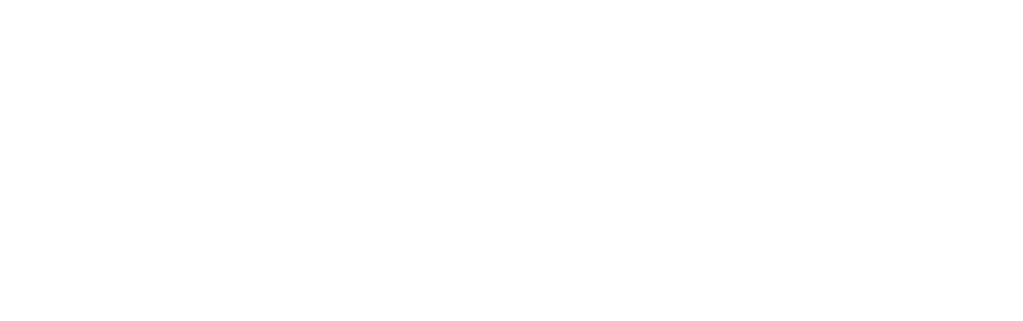
<source format=gto>
G04 #@! TF.GenerationSoftware,KiCad,Pcbnew,8.0.4-8.0.4-0~ubuntu22.04.1*
G04 #@! TF.CreationDate,2024-08-25T13:27:25+01:00*
G04 #@! TF.ProjectId,membrane1,6d656d62-7261-46e6-9531-2e6b69636164,V1.1*
G04 #@! TF.SameCoordinates,Original*
G04 #@! TF.FileFunction,Legend,Top*
G04 #@! TF.FilePolarity,Positive*
%FSLAX46Y46*%
G04 Gerber Fmt 4.6, Leading zero omitted, Abs format (unit mm)*
G04 Created by KiCad (PCBNEW 8.0.4-8.0.4-0~ubuntu22.04.1) date 2024-08-25 13:27:25*
%MOMM*%
%LPD*%
G01*
G04 APERTURE LIST*
G04 Aperture macros list*
%AMFreePoly0*
4,1,207,-6.416537,0.796409,-6.272336,0.767725,-6.262769,0.764823,-6.126935,0.708559,-6.118118,0.703846,-5.995871,0.622163,-5.988143,0.615820,-5.884180,0.511857,-5.877837,0.504129,-5.796154,0.381882,-5.791441,0.373065,-5.740880,0.251000,6.000000,0.251000,6.036062,0.236062,6.051000,0.200000,6.051000,-0.200000,6.036062,-0.236062,6.000000,-0.251000,-5.699000,-0.251000,-5.699000,-1.699000,
5.750000,-1.699000,5.754999,-1.699246,5.803772,-1.704050,5.818290,-1.707686,5.908410,-1.745015,5.924955,-1.756071,5.993929,-1.825045,6.004985,-1.841590,6.042314,-1.931710,6.046196,-1.951227,6.046196,-2.048773,6.042314,-2.068290,6.004985,-2.158410,5.993929,-2.174955,5.924955,-2.243929,5.908410,-2.254985,5.818290,-2.292314,5.803772,-2.295950,5.754999,-2.300754,5.750000,-2.301000,
-5.699000,-2.301000,-5.699000,-3.699000,5.750000,-3.699000,5.754999,-3.699246,5.803772,-3.704050,5.818290,-3.707686,5.908410,-3.745015,5.924955,-3.756071,5.993929,-3.825045,6.004985,-3.841590,6.042314,-3.931710,6.046196,-3.951227,6.046196,-4.048773,6.042314,-4.068290,6.004985,-4.158410,5.993929,-4.174955,5.924955,-4.243929,5.908410,-4.254985,5.818290,-4.292314,5.803772,-4.295950,
5.754999,-4.300754,5.750000,-4.301000,-5.699000,-4.301000,-5.699000,-5.699000,5.750000,-5.699000,5.754999,-5.699246,5.803772,-5.704050,5.818290,-5.707686,5.908410,-5.745015,5.924955,-5.756071,5.993929,-5.825045,6.004985,-5.841590,6.042314,-5.931710,6.046196,-5.951227,6.046196,-6.048773,6.042314,-6.068290,6.004985,-6.158410,5.993929,-6.174955,5.924955,-6.243929,5.908410,-6.254985,
5.818290,-6.292314,5.803772,-6.295950,5.754999,-6.300754,5.750000,-6.301000,-5.699000,-6.301000,-5.699000,-7.699000,5.750000,-7.699000,5.754999,-7.699246,5.803772,-7.704050,5.818290,-7.707686,5.908410,-7.745015,5.924955,-7.756071,5.993929,-7.825045,6.004985,-7.841590,6.042314,-7.931710,6.046196,-7.951227,6.046196,-8.048773,6.042314,-8.068290,6.004985,-8.158410,5.993929,-8.174955,
5.924955,-8.243929,5.908410,-8.254985,5.818290,-8.292314,5.803772,-8.295950,5.754999,-8.300754,5.750000,-8.301000,-5.699000,-8.301000,-5.699000,-9.699000,5.750000,-9.699000,5.754999,-9.699246,5.803772,-9.704050,5.818290,-9.707686,5.908410,-9.745015,5.924955,-9.756071,5.993929,-9.825045,6.004985,-9.841590,6.042314,-9.931710,6.046196,-9.951227,6.046196,-10.048773,6.042314,-10.068290,
6.004985,-10.158410,5.993929,-10.174955,5.924955,-10.243929,5.908410,-10.254985,5.818290,-10.292314,5.803772,-10.295950,5.754999,-10.300754,5.750000,-10.301000,-5.699000,-10.301000,-5.699000,-11.699000,5.750000,-11.699000,5.754999,-11.699246,5.803772,-11.704050,5.818290,-11.707686,5.908410,-11.745015,5.924955,-11.756071,5.993929,-11.825045,6.004985,-11.841590,6.042314,-11.931710,6.046196,-11.951227,
6.046196,-12.048773,6.042314,-12.068290,6.004985,-12.158410,5.993929,-12.174955,5.924955,-12.243929,5.908410,-12.254985,5.818290,-12.292314,5.803772,-12.295950,5.754999,-12.300754,5.750000,-12.301000,-5.699000,-12.301000,-5.699000,-13.500000,-5.699061,-13.502502,-5.702672,-13.576015,-5.703591,-13.583463,-5.732275,-13.727664,-5.735177,-13.737231,-5.791441,-13.873065,-5.796154,-13.881882,-5.877837,-14.004129,
-5.884180,-14.011857,-5.988143,-14.115820,-5.995871,-14.122163,-6.118118,-14.203846,-6.126935,-14.208559,-6.262769,-14.264823,-6.272336,-14.267725,-6.416537,-14.296409,-6.426487,-14.297389,-6.573513,-14.297389,-6.583463,-14.296409,-6.727664,-14.267725,-6.737231,-14.264823,-6.873065,-14.208559,-6.881882,-14.203846,-7.004129,-14.122163,-7.011857,-14.115820,-7.115820,-14.011857,-7.122163,-14.004129,-7.203846,-13.881882,
-7.208559,-13.873065,-7.264823,-13.737231,-7.267725,-13.727664,-7.296409,-13.583463,-7.297328,-13.576015,-7.300939,-13.502502,-7.301000,-13.500000,-7.301000,0.000000,-7.300939,0.002502,-7.297328,0.076015,-7.296409,0.083463,-7.267725,0.227664,-7.264823,0.237231,-7.208559,0.373065,-7.203846,0.381882,-7.122163,0.504129,-7.115820,0.511857,-7.011857,0.615820,-7.004129,0.622163,-6.881882,0.703846,
-6.873065,0.708559,-6.737231,0.764823,-6.727664,0.767725,-6.583463,0.796409,-6.573513,0.797389,-6.426487,0.797389,-6.416537,0.796409,-6.416537,0.796409,$1*%
%AMFreePoly1*
4,1,211,6.583463,2.046409,6.727664,2.017725,6.737231,2.014823,6.873065,1.958559,6.881882,1.953846,7.004129,1.872163,7.011857,1.865820,7.115820,1.761857,7.122163,1.754129,7.203846,1.631882,7.208559,1.623065,7.264823,1.487231,7.267725,1.477664,7.296409,1.333463,7.297328,1.326015,7.300939,1.252502,7.301000,1.250000,7.301000,-12.250000,7.300939,-12.252502,7.297328,-12.326015,
7.296409,-12.333463,7.267725,-12.477664,7.264823,-12.487231,7.208559,-12.623065,7.203846,-12.631882,7.122163,-12.754129,7.115820,-12.761857,7.011857,-12.865820,7.004129,-12.872163,6.881882,-12.953846,6.873065,-12.958559,6.737231,-13.014823,6.727664,-13.017725,6.583463,-13.046409,6.573513,-13.047389,6.426487,-13.047389,6.416537,-13.046409,6.272336,-13.017725,6.262769,-13.014823,6.126935,-12.958559,
6.118118,-12.953846,5.995871,-12.872163,5.988143,-12.865820,5.884180,-12.761857,5.877837,-12.754129,5.796154,-12.631882,5.791441,-12.623065,5.735177,-12.487231,5.732275,-12.477664,5.703591,-12.333463,5.702672,-12.326015,5.701443,-12.301000,-5.750000,-12.301000,-5.754999,-12.300754,-5.803772,-12.295950,-5.818290,-12.292314,-5.908410,-12.254985,-5.924955,-12.243929,-5.993929,-12.174955,-6.004985,-12.158410,
-6.042314,-12.068290,-6.046196,-12.048773,-6.046196,-11.951227,-6.042314,-11.931710,-6.004985,-11.841590,-5.993929,-11.825045,-5.924955,-11.756071,-5.908410,-11.745015,-5.818290,-11.707686,-5.803772,-11.704050,-5.754999,-11.699246,-5.750000,-11.699000,5.699000,-11.699000,5.699000,-10.301000,-5.750000,-10.301000,-5.754999,-10.300754,-5.803772,-10.295950,-5.818290,-10.292314,-5.908410,-10.254985,-5.924955,-10.243929,
-5.993929,-10.174955,-6.004985,-10.158410,-6.042314,-10.068290,-6.046196,-10.048773,-6.046196,-9.951227,-6.042314,-9.931710,-6.004985,-9.841590,-5.993929,-9.825045,-5.924955,-9.756071,-5.908410,-9.745015,-5.818290,-9.707686,-5.803772,-9.704050,-5.754999,-9.699246,-5.750000,-9.699000,5.699000,-9.699000,5.699000,-8.301000,-5.750000,-8.301000,-5.754999,-8.300754,-5.803772,-8.295950,-5.818290,-8.292314,
-5.908410,-8.254985,-5.924955,-8.243929,-5.993929,-8.174955,-6.004985,-8.158410,-6.042314,-8.068290,-6.046196,-8.048773,-6.046196,-7.951227,-6.042314,-7.931710,-6.004985,-7.841590,-5.993929,-7.825045,-5.924955,-7.756071,-5.908410,-7.745015,-5.818290,-7.707686,-5.803772,-7.704050,-5.754999,-7.699246,-5.750000,-7.699000,5.699000,-7.699000,5.699000,-6.301000,-5.750000,-6.301000,-5.754999,-6.300754,
-5.803772,-6.295950,-5.818290,-6.292314,-5.908410,-6.254985,-5.924955,-6.243929,-5.993929,-6.174955,-6.004985,-6.158410,-6.042314,-6.068290,-6.046196,-6.048773,-6.046196,-5.951227,-6.042314,-5.931710,-6.004985,-5.841590,-5.993929,-5.825045,-5.924955,-5.756071,-5.908410,-5.745015,-5.818290,-5.707686,-5.803772,-5.704050,-5.754999,-5.699246,-5.750000,-5.699000,5.699000,-5.699000,5.699000,-4.301000,
-5.750000,-4.301000,-5.754999,-4.300754,-5.803772,-4.295950,-5.818290,-4.292314,-5.908410,-4.254985,-5.924955,-4.243929,-5.993929,-4.174955,-6.004985,-4.158410,-6.042314,-4.068290,-6.046196,-4.048773,-6.046196,-3.951227,-6.042314,-3.931710,-6.004985,-3.841590,-5.993929,-3.825045,-5.924955,-3.756071,-5.908410,-3.745015,-5.818290,-3.707686,-5.803772,-3.704050,-5.754999,-3.699246,-5.750000,-3.699000,
5.699000,-3.699000,5.699000,-2.301000,-5.750000,-2.301000,-5.754999,-2.300754,-5.803772,-2.295950,-5.818290,-2.292314,-5.908410,-2.254985,-5.924955,-2.243929,-5.993929,-2.174955,-6.004985,-2.158410,-6.042314,-2.068290,-6.046196,-2.048773,-6.046196,-1.951227,-6.042314,-1.931710,-6.004985,-1.841590,-5.993929,-1.825045,-5.924955,-1.756071,-5.908410,-1.745015,-5.818290,-1.707686,-5.803772,-1.704050,
-5.754999,-1.699246,-5.750000,-1.699000,5.699000,-1.699000,5.699000,-0.251000,-6.000000,-0.251000,-6.036062,-0.236062,-6.051000,-0.200000,-6.051000,0.200000,-6.036062,0.236062,-6.000000,0.251000,5.699000,0.251000,5.699000,1.250000,5.699061,1.252502,5.702672,1.326015,5.703591,1.333463,5.732275,1.477664,5.735177,1.487231,5.791441,1.623065,5.796154,1.631882,5.877837,1.754129,
5.884180,1.761857,5.988143,1.865820,5.995871,1.872163,6.118118,1.953846,6.126935,1.958559,6.262769,2.014823,6.272336,2.017725,6.416537,2.046409,6.426487,2.047389,6.573513,2.047389,6.583463,2.046409,6.583463,2.046409,$1*%
%AMFreePoly2*
4,1,1459,6.583463,127.046409,6.727664,127.017725,6.737231,127.014823,6.873065,126.958559,6.881882,126.953846,7.004129,126.872163,7.011857,126.865820,7.115820,126.761857,7.122163,126.754129,7.203846,126.631882,7.208559,126.623065,7.264823,126.487231,7.267725,126.477664,7.296409,126.333463,7.297328,126.326015,7.300939,126.252502,7.301000,126.250000,7.301000,0.000000,7.300939,-0.002502,7.297328,-0.076015,
7.296409,-0.083463,7.267725,-0.227664,7.264823,-0.237231,7.208559,-0.373065,7.203846,-0.381882,7.122163,-0.504129,7.115820,-0.511857,7.011857,-0.615820,7.004129,-0.622163,6.881882,-0.703846,6.873065,-0.708559,6.737231,-0.764823,6.727664,-0.767725,6.583463,-0.796409,6.573513,-0.797389,6.426487,-0.797389,6.416537,-0.796409,6.272336,-0.767725,6.262769,-0.764823,6.126935,-0.708559,
6.118118,-0.703846,5.995871,-0.622163,5.988143,-0.615820,5.884180,-0.511857,5.877837,-0.504129,5.796154,-0.381882,5.791441,-0.373065,5.740880,-0.251000,-6.000000,-0.251000,-6.036062,-0.236062,-6.051000,-0.200000,-6.051000,0.200000,-6.036062,0.236062,-6.000000,0.251000,5.699000,0.251000,5.699000,1.749000,-5.750000,1.749000,-5.754999,1.749246,-5.794017,1.753089,-5.808535,1.756725,
-5.880631,1.786588,-5.897176,1.797644,-5.952356,1.852824,-5.963412,1.869369,-5.993275,1.941465,-5.997157,1.960982,-5.997157,2.039018,-5.993275,2.058535,-5.963412,2.130631,-5.952356,2.147176,-5.897176,2.202356,-5.880631,2.213412,-5.808535,2.243275,-5.794017,2.246911,-5.754999,2.250754,-5.750000,2.251000,5.699000,2.251000,5.699000,3.699000,-5.750000,3.699000,-5.754999,3.699246,
-5.803772,3.704050,-5.818290,3.707686,-5.908410,3.745015,-5.924955,3.756071,-5.993929,3.825045,-6.004985,3.841590,-6.042314,3.931710,-6.046196,3.951227,-6.046196,4.048773,-6.042314,4.068290,-6.004985,4.158410,-5.993929,4.174955,-5.924955,4.243929,-5.908410,4.254985,-5.818290,4.292314,-5.803772,4.295950,-5.754999,4.300754,-5.750000,4.301000,5.699000,4.301000,5.699000,5.699000,
-5.750000,5.699000,-5.754999,5.699246,-5.803772,5.704050,-5.818290,5.707686,-5.908410,5.745015,-5.924955,5.756071,-5.993929,5.825045,-6.004985,5.841590,-6.042314,5.931710,-6.046196,5.951227,-6.046196,6.048773,-6.042314,6.068290,-6.004985,6.158410,-5.993929,6.174955,-5.924955,6.243929,-5.908410,6.254985,-5.818290,6.292314,-5.803772,6.295950,-5.754999,6.300754,-5.750000,6.301000,
5.699000,6.301000,5.699000,7.699000,-5.750000,7.699000,-5.754999,7.699246,-5.803772,7.704050,-5.818290,7.707686,-5.908410,7.745015,-5.924955,7.756071,-5.993929,7.825045,-6.004985,7.841590,-6.042314,7.931710,-6.046196,7.951227,-6.046196,8.048773,-6.042314,8.068290,-6.004985,8.158410,-5.993929,8.174955,-5.924955,8.243929,-5.908410,8.254985,-5.818290,8.292314,-5.803772,8.295950,
-5.754999,8.300754,-5.750000,8.301000,5.699000,8.301000,5.699000,9.699000,-5.750000,9.699000,-5.754999,9.699246,-5.803772,9.704050,-5.818290,9.707686,-5.908410,9.745015,-5.924955,9.756071,-5.993929,9.825045,-6.004985,9.841590,-6.042314,9.931710,-6.046196,9.951227,-6.046196,10.048773,-6.042314,10.068290,-6.004985,10.158410,-5.993929,10.174955,-5.924955,10.243929,-5.908410,10.254985,
-5.818290,10.292314,-5.803772,10.295950,-5.754999,10.300754,-5.750000,10.301000,5.699000,10.301000,5.699000,11.699000,-5.750000,11.699000,-5.754999,11.699246,-5.803772,11.704050,-5.818290,11.707686,-5.908410,11.745015,-5.924955,11.756071,-5.993929,11.825045,-6.004985,11.841590,-6.042314,11.931710,-6.046196,11.951227,-6.046196,12.048773,-6.042314,12.068290,-6.004985,12.158410,-5.993929,12.174955,
-5.924955,12.243929,-5.908410,12.254985,-5.818290,12.292314,-5.803772,12.295950,-5.754999,12.300754,-5.750000,12.301000,5.699000,12.301000,5.699000,13.749000,-5.750000,13.749000,-5.754999,13.749246,-5.794017,13.753089,-5.808535,13.756725,-5.880631,13.786588,-5.897176,13.797644,-5.952356,13.852824,-5.963412,13.869369,-5.993275,13.941465,-5.997157,13.960982,-5.997157,14.039018,-5.993275,14.058535,
-5.963412,14.130631,-5.952356,14.147176,-5.897176,14.202356,-5.880631,14.213412,-5.808535,14.243275,-5.794017,14.246911,-5.754999,14.250754,-5.750000,14.251000,5.699000,14.251000,5.699000,15.699000,-5.750000,15.699000,-5.754999,15.699246,-5.803772,15.704050,-5.818290,15.707686,-5.908410,15.745015,-5.924955,15.756071,-5.993929,15.825045,-6.004985,15.841590,-6.042314,15.931710,-6.046196,15.951227,
-6.046196,16.048773,-6.042314,16.068290,-6.004985,16.158410,-5.993929,16.174955,-5.924955,16.243929,-5.908410,16.254985,-5.818290,16.292314,-5.803772,16.295950,-5.754999,16.300754,-5.750000,16.301000,5.699000,16.301000,5.699000,17.699000,-5.750000,17.699000,-5.754999,17.699246,-5.803772,17.704050,-5.818290,17.707686,-5.908410,17.745015,-5.924955,17.756071,-5.993929,17.825045,-6.004985,17.841590,
-6.042314,17.931710,-6.046196,17.951227,-6.046196,18.048773,-6.042314,18.068290,-6.004985,18.158410,-5.993929,18.174955,-5.924955,18.243929,-5.908410,18.254985,-5.818290,18.292314,-5.803772,18.295950,-5.754999,18.300754,-5.750000,18.301000,5.699000,18.301000,5.699000,19.699000,-5.750000,19.699000,-5.754999,19.699246,-5.803772,19.704050,-5.818290,19.707686,-5.908410,19.745015,-5.924955,19.756071,
-5.993929,19.825045,-6.004985,19.841590,-6.042314,19.931710,-6.046196,19.951227,-6.046196,20.048773,-6.042314,20.068290,-6.004985,20.158410,-5.993929,20.174955,-5.924955,20.243929,-5.908410,20.254985,-5.818290,20.292314,-5.803772,20.295950,-5.754999,20.300754,-5.750000,20.301000,5.699000,20.301000,5.699000,21.699000,-5.750000,21.699000,-5.754999,21.699246,-5.803772,21.704050,-5.818290,21.707686,
-5.908410,21.745015,-5.924955,21.756071,-5.993929,21.825045,-6.004985,21.841590,-6.042314,21.931710,-6.046196,21.951227,-6.046196,22.048773,-6.042314,22.068290,-6.004985,22.158410,-5.993929,22.174955,-5.924955,22.243929,-5.908410,22.254985,-5.818290,22.292314,-5.803772,22.295950,-5.754999,22.300754,-5.750000,22.301000,5.699000,22.301000,5.699000,23.699000,-5.750000,23.699000,-5.754999,23.699246,
-5.803772,23.704050,-5.818290,23.707686,-5.908410,23.745015,-5.924955,23.756071,-5.993929,23.825045,-6.004985,23.841590,-6.042314,23.931710,-6.046196,23.951227,-6.046196,24.048773,-6.042314,24.068290,-6.004985,24.158410,-5.993929,24.174955,-5.924955,24.243929,-5.908410,24.254985,-5.818290,24.292314,-5.803772,24.295950,-5.754999,24.300754,-5.750000,24.301000,5.699000,24.301000,5.699000,25.749000,
-5.750000,25.749000,-5.754999,25.749246,-5.794017,25.753089,-5.808535,25.756725,-5.880631,25.786588,-5.897176,25.797644,-5.952356,25.852824,-5.963412,25.869369,-5.993275,25.941465,-5.997157,25.960982,-5.997157,26.039018,-5.993275,26.058535,-5.963412,26.130631,-5.952356,26.147176,-5.897176,26.202356,-5.880631,26.213412,-5.808535,26.243275,-5.794017,26.246911,-5.754999,26.250754,-5.750000,26.251000,
5.699000,26.251000,5.699000,27.699000,-5.750000,27.699000,-5.754999,27.699246,-5.803772,27.704050,-5.818290,27.707686,-5.908410,27.745015,-5.924955,27.756071,-5.993929,27.825045,-6.004985,27.841590,-6.042314,27.931710,-6.046196,27.951227,-6.046196,28.048773,-6.042314,28.068290,-6.004985,28.158410,-5.993929,28.174955,-5.924955,28.243929,-5.908410,28.254985,-5.818290,28.292314,-5.803772,28.295950,
-5.754999,28.300754,-5.750000,28.301000,5.699000,28.301000,5.699000,29.699000,-5.750000,29.699000,-5.754999,29.699246,-5.803772,29.704050,-5.818290,29.707686,-5.908410,29.745015,-5.924955,29.756071,-5.993929,29.825045,-6.004985,29.841590,-6.042314,29.931710,-6.046196,29.951227,-6.046196,30.048773,-6.042314,30.068290,-6.004985,30.158410,-5.993929,30.174955,-5.924955,30.243929,-5.908410,30.254985,
-5.818290,30.292314,-5.803772,30.295950,-5.754999,30.300754,-5.750000,30.301000,5.699000,30.301000,5.699000,31.699000,-5.750000,31.699000,-5.754999,31.699246,-5.803772,31.704050,-5.818290,31.707686,-5.908410,31.745015,-5.924955,31.756071,-5.993929,31.825045,-6.004985,31.841590,-6.042314,31.931710,-6.046196,31.951227,-6.046196,32.048773,-6.042314,32.068290,-6.004985,32.158410,-5.993929,32.174955,
-5.924955,32.243929,-5.908410,32.254985,-5.818290,32.292314,-5.803772,32.295950,-5.754999,32.300754,-5.750000,32.301000,5.699000,32.301000,5.699000,33.699000,-5.750000,33.699000,-5.754999,33.699246,-5.803772,33.704050,-5.818290,33.707686,-5.908410,33.745015,-5.924955,33.756071,-5.993929,33.825045,-6.004985,33.841590,-6.042314,33.931710,-6.046196,33.951227,-6.046196,34.048773,-6.042314,34.068290,
-6.004985,34.158410,-5.993929,34.174955,-5.924955,34.243929,-5.908410,34.254985,-5.818290,34.292314,-5.803772,34.295950,-5.754999,34.300754,-5.750000,34.301000,5.699000,34.301000,5.699000,35.699000,-5.750000,35.699000,-5.754999,35.699246,-5.803772,35.704050,-5.818290,35.707686,-5.908410,35.745015,-5.924955,35.756071,-5.993929,35.825045,-6.004985,35.841590,-6.042314,35.931710,-6.046196,35.951227,
-6.046196,36.048773,-6.042314,36.068290,-6.004985,36.158410,-5.993929,36.174955,-5.924955,36.243929,-5.908410,36.254985,-5.818290,36.292314,-5.803772,36.295950,-5.754999,36.300754,-5.750000,36.301000,5.699000,36.301000,5.699000,37.749000,-5.750000,37.749000,-5.754999,37.749246,-5.794017,37.753089,-5.808535,37.756725,-5.880631,37.786588,-5.897176,37.797644,-5.952356,37.852824,-5.963412,37.869369,
-5.993275,37.941465,-5.997157,37.960982,-5.997157,38.039018,-5.993275,38.058535,-5.963412,38.130631,-5.952356,38.147176,-5.897176,38.202356,-5.880631,38.213412,-5.808535,38.243275,-5.794017,38.246911,-5.754999,38.250754,-5.750000,38.251000,5.699000,38.251000,5.699000,39.699000,-5.750000,39.699000,-5.754999,39.699246,-5.803772,39.704050,-5.818290,39.707686,-5.908410,39.745015,-5.924955,39.756071,
-5.993929,39.825045,-6.004985,39.841590,-6.042314,39.931710,-6.046196,39.951227,-6.046196,40.048773,-6.042314,40.068290,-6.004985,40.158410,-5.993929,40.174955,-5.924955,40.243929,-5.908410,40.254985,-5.818290,40.292314,-5.803772,40.295950,-5.754999,40.300754,-5.750000,40.301000,5.699000,40.301000,5.699000,41.699000,-5.750000,41.699000,-5.754999,41.699246,-5.803772,41.704050,-5.818290,41.707686,
-5.908410,41.745015,-5.924955,41.756071,-5.993929,41.825045,-6.004985,41.841590,-6.042314,41.931710,-6.046196,41.951227,-6.046196,42.048773,-6.042314,42.068290,-6.004985,42.158410,-5.993929,42.174955,-5.924955,42.243929,-5.908410,42.254985,-5.818290,42.292314,-5.803772,42.295950,-5.754999,42.300754,-5.750000,42.301000,5.699000,42.301000,5.699000,43.699000,-5.750000,43.699000,-5.754999,43.699246,
-5.803772,43.704050,-5.818290,43.707686,-5.908410,43.745015,-5.924955,43.756071,-5.993929,43.825045,-6.004985,43.841590,-6.042314,43.931710,-6.046196,43.951227,-6.046196,44.048773,-6.042314,44.068290,-6.004985,44.158410,-5.993929,44.174955,-5.924955,44.243929,-5.908410,44.254985,-5.818290,44.292314,-5.803772,44.295950,-5.754999,44.300754,-5.750000,44.301000,5.699000,44.301000,5.699000,45.699000,
-5.750000,45.699000,-5.754999,45.699246,-5.803772,45.704050,-5.818290,45.707686,-5.908410,45.745015,-5.924955,45.756071,-5.993929,45.825045,-6.004985,45.841590,-6.042314,45.931710,-6.046196,45.951227,-6.046196,46.048773,-6.042314,46.068290,-6.004985,46.158410,-5.993929,46.174955,-5.924955,46.243929,-5.908410,46.254985,-5.818290,46.292314,-5.803772,46.295950,-5.754999,46.300754,-5.750000,46.301000,
5.699000,46.301000,5.699000,47.699000,-5.750000,47.699000,-5.754999,47.699246,-5.803772,47.704050,-5.818290,47.707686,-5.908410,47.745015,-5.924955,47.756071,-5.993929,47.825045,-6.004985,47.841590,-6.042314,47.931710,-6.046196,47.951227,-6.046196,48.048773,-6.042314,48.068290,-6.004985,48.158410,-5.993929,48.174955,-5.924955,48.243929,-5.908410,48.254985,-5.818290,48.292314,-5.803772,48.295950,
-5.754999,48.300754,-5.750000,48.301000,5.699000,48.301000,5.699000,49.749000,-5.750000,49.749000,-5.754999,49.749246,-5.794017,49.753089,-5.808535,49.756725,-5.880631,49.786588,-5.897176,49.797644,-5.952356,49.852824,-5.963412,49.869369,-5.993275,49.941465,-5.997157,49.960982,-5.997157,50.039018,-5.993275,50.058535,-5.963412,50.130631,-5.952356,50.147176,-5.897176,50.202356,-5.880631,50.213412,
-5.808535,50.243275,-5.794017,50.246911,-5.754999,50.250754,-5.750000,50.251000,5.699000,50.251000,5.699000,51.699000,-5.750000,51.699000,-5.754999,51.699246,-5.803772,51.704050,-5.818290,51.707686,-5.908410,51.745015,-5.924955,51.756071,-5.993929,51.825045,-6.004985,51.841590,-6.042314,51.931710,-6.046196,51.951227,-6.046196,52.048773,-6.042314,52.068290,-6.004985,52.158410,-5.993929,52.174955,
-5.924955,52.243929,-5.908410,52.254985,-5.818290,52.292314,-5.803772,52.295950,-5.754999,52.300754,-5.750000,52.301000,5.699000,52.301000,5.699000,53.699000,-5.750000,53.699000,-5.754999,53.699246,-5.803772,53.704050,-5.818290,53.707686,-5.908410,53.745015,-5.924955,53.756071,-5.993929,53.825045,-6.004985,53.841590,-6.042314,53.931710,-6.046196,53.951227,-6.046196,54.048773,-6.042314,54.068290,
-6.004985,54.158410,-5.993929,54.174955,-5.924955,54.243929,-5.908410,54.254985,-5.818290,54.292314,-5.803772,54.295950,-5.754999,54.300754,-5.750000,54.301000,5.699000,54.301000,5.699000,55.699000,-5.750000,55.699000,-5.754999,55.699246,-5.803772,55.704050,-5.818290,55.707686,-5.908410,55.745015,-5.924955,55.756071,-5.993929,55.825045,-6.004985,55.841590,-6.042314,55.931710,-6.046196,55.951227,
-6.046196,56.048773,-6.042314,56.068290,-6.004985,56.158410,-5.993929,56.174955,-5.924955,56.243929,-5.908410,56.254985,-5.818290,56.292314,-5.803772,56.295950,-5.754999,56.300754,-5.750000,56.301000,5.699000,56.301000,5.699000,57.699000,-5.750000,57.699000,-5.754999,57.699246,-5.803772,57.704050,-5.818290,57.707686,-5.908410,57.745015,-5.924955,57.756071,-5.993929,57.825045,-6.004985,57.841590,
-6.042314,57.931710,-6.046196,57.951227,-6.046196,58.048773,-6.042314,58.068290,-6.004985,58.158410,-5.993929,58.174955,-5.924955,58.243929,-5.908410,58.254985,-5.818290,58.292314,-5.803772,58.295950,-5.754999,58.300754,-5.750000,58.301000,5.699000,58.301000,5.699000,59.699000,-5.750000,59.699000,-5.754999,59.699246,-5.803772,59.704050,-5.818290,59.707686,-5.908410,59.745015,-5.924955,59.756071,
-5.993929,59.825045,-6.004985,59.841590,-6.042314,59.931710,-6.046196,59.951227,-6.046196,60.048773,-6.042314,60.068290,-6.004985,60.158410,-5.993929,60.174955,-5.924955,60.243929,-5.908410,60.254985,-5.818290,60.292314,-5.803772,60.295950,-5.754999,60.300754,-5.750000,60.301000,5.699000,60.301000,5.699000,61.749000,-5.750000,61.749000,-5.754999,61.749246,-5.794017,61.753089,-5.808535,61.756725,
-5.880631,61.786588,-5.897176,61.797644,-5.952356,61.852824,-5.963412,61.869369,-5.993275,61.941465,-5.997157,61.960982,-5.997157,62.039018,-5.993275,62.058535,-5.963412,62.130631,-5.952356,62.147176,-5.897176,62.202356,-5.880631,62.213412,-5.808535,62.243275,-5.794017,62.246911,-5.754999,62.250754,-5.750000,62.251000,5.699000,62.251000,5.699000,63.699000,-5.750000,63.699000,-5.754999,63.699246,
-5.803772,63.704050,-5.818290,63.707686,-5.908410,63.745015,-5.924955,63.756071,-5.993929,63.825045,-6.004985,63.841590,-6.042314,63.931710,-6.046196,63.951227,-6.046196,64.048773,-6.042314,64.068290,-6.004985,64.158410,-5.993929,64.174955,-5.924955,64.243929,-5.908410,64.254985,-5.818290,64.292314,-5.803772,64.295950,-5.754999,64.300754,-5.750000,64.301000,5.699000,64.301000,5.699000,65.699000,
-5.750000,65.699000,-5.754999,65.699246,-5.803772,65.704050,-5.818290,65.707686,-5.908410,65.745015,-5.924955,65.756071,-5.993929,65.825045,-6.004985,65.841590,-6.042314,65.931710,-6.046196,65.951227,-6.046196,66.048773,-6.042314,66.068290,-6.004985,66.158410,-5.993929,66.174955,-5.924955,66.243929,-5.908410,66.254985,-5.818290,66.292314,-5.803772,66.295950,-5.754999,66.300754,-5.750000,66.301000,
5.699000,66.301000,5.699000,67.699000,-5.750000,67.699000,-5.754999,67.699246,-5.803772,67.704050,-5.818290,67.707686,-5.908410,67.745015,-5.924955,67.756071,-5.993929,67.825045,-6.004985,67.841590,-6.042314,67.931710,-6.046196,67.951227,-6.046196,68.048773,-6.042314,68.068290,-6.004985,68.158410,-5.993929,68.174955,-5.924955,68.243929,-5.908410,68.254985,-5.818290,68.292314,-5.803772,68.295950,
-5.754999,68.300754,-5.750000,68.301000,5.699000,68.301000,5.699000,69.699000,-5.750000,69.699000,-5.754999,69.699246,-5.803772,69.704050,-5.818290,69.707686,-5.908410,69.745015,-5.924955,69.756071,-5.993929,69.825045,-6.004985,69.841590,-6.042314,69.931710,-6.046196,69.951227,-6.046196,70.048773,-6.042314,70.068290,-6.004985,70.158410,-5.993929,70.174955,-5.924955,70.243929,-5.908410,70.254985,
-5.818290,70.292314,-5.803772,70.295950,-5.754999,70.300754,-5.750000,70.301000,5.699000,70.301000,5.699000,71.699000,-5.750000,71.699000,-5.754999,71.699246,-5.803772,71.704050,-5.818290,71.707686,-5.908410,71.745015,-5.924955,71.756071,-5.993929,71.825045,-6.004985,71.841590,-6.042314,71.931710,-6.046196,71.951227,-6.046196,72.048773,-6.042314,72.068290,-6.004985,72.158410,-5.993929,72.174955,
-5.924955,72.243929,-5.908410,72.254985,-5.818290,72.292314,-5.803772,72.295950,-5.754999,72.300754,-5.750000,72.301000,5.699000,72.301000,5.699000,73.749000,-5.750000,73.749000,-5.754999,73.749246,-5.794017,73.753089,-5.808535,73.756725,-5.880631,73.786588,-5.897176,73.797644,-5.952356,73.852824,-5.963412,73.869369,-5.993275,73.941465,-5.997157,73.960982,-5.997157,74.039018,-5.993275,74.058535,
-5.963412,74.130631,-5.952356,74.147176,-5.897176,74.202356,-5.880631,74.213412,-5.808535,74.243275,-5.794017,74.246911,-5.754999,74.250754,-5.750000,74.251000,5.699000,74.251000,5.699000,75.699000,-5.750000,75.699000,-5.754999,75.699246,-5.803772,75.704050,-5.818290,75.707686,-5.908410,75.745015,-5.924955,75.756071,-5.993929,75.825045,-6.004985,75.841590,-6.042314,75.931710,-6.046196,75.951227,
-6.046196,76.048773,-6.042314,76.068290,-6.004985,76.158410,-5.993929,76.174955,-5.924955,76.243929,-5.908410,76.254985,-5.818290,76.292314,-5.803772,76.295950,-5.754999,76.300754,-5.750000,76.301000,5.699000,76.301000,5.699000,77.699000,-5.750000,77.699000,-5.754999,77.699246,-5.803772,77.704050,-5.818290,77.707686,-5.908410,77.745015,-5.924955,77.756071,-5.993929,77.825045,-6.004985,77.841590,
-6.042314,77.931710,-6.046196,77.951227,-6.046196,78.048773,-6.042314,78.068290,-6.004985,78.158410,-5.993929,78.174955,-5.924955,78.243929,-5.908410,78.254985,-5.818290,78.292314,-5.803772,78.295950,-5.754999,78.300754,-5.750000,78.301000,5.699000,78.301000,5.699000,79.699000,-5.750000,79.699000,-5.754999,79.699246,-5.803772,79.704050,-5.818290,79.707686,-5.908410,79.745015,-5.924955,79.756071,
-5.993929,79.825045,-6.004985,79.841590,-6.042314,79.931710,-6.046196,79.951227,-6.046196,80.048773,-6.042314,80.068290,-6.004985,80.158410,-5.993929,80.174955,-5.924955,80.243929,-5.908410,80.254985,-5.818290,80.292314,-5.803772,80.295950,-5.754999,80.300754,-5.750000,80.301000,5.699000,80.301000,5.699000,81.699000,-5.750000,81.699000,-5.754999,81.699246,-5.803772,81.704050,-5.818290,81.707686,
-5.908410,81.745015,-5.924955,81.756071,-5.993929,81.825045,-6.004985,81.841590,-6.042314,81.931710,-6.046196,81.951227,-6.046196,82.048773,-6.042314,82.068290,-6.004985,82.158410,-5.993929,82.174955,-5.924955,82.243929,-5.908410,82.254985,-5.818290,82.292314,-5.803772,82.295950,-5.754999,82.300754,-5.750000,82.301000,5.699000,82.301000,5.699000,83.699000,-5.750000,83.699000,-5.754999,83.699246,
-5.803772,83.704050,-5.818290,83.707686,-5.908410,83.745015,-5.924955,83.756071,-5.993929,83.825045,-6.004985,83.841590,-6.042314,83.931710,-6.046196,83.951227,-6.046196,84.048773,-6.042314,84.068290,-6.004985,84.158410,-5.993929,84.174955,-5.924955,84.243929,-5.908410,84.254985,-5.818290,84.292314,-5.803772,84.295950,-5.754999,84.300754,-5.750000,84.301000,5.699000,84.301000,5.699000,85.749000,
-5.750000,85.749000,-5.754999,85.749246,-5.794017,85.753089,-5.808535,85.756725,-5.880631,85.786588,-5.897176,85.797644,-5.952356,85.852824,-5.963412,85.869369,-5.993275,85.941465,-5.997157,85.960982,-5.997157,86.039018,-5.993275,86.058535,-5.963412,86.130631,-5.952356,86.147176,-5.897176,86.202356,-5.880631,86.213412,-5.808535,86.243275,-5.794017,86.246911,-5.754999,86.250754,-5.750000,86.251000,
5.699000,86.251000,5.699000,87.699000,-5.750000,87.699000,-5.754999,87.699246,-5.803772,87.704050,-5.818290,87.707686,-5.908410,87.745015,-5.924955,87.756071,-5.993929,87.825045,-6.004985,87.841590,-6.042314,87.931710,-6.046196,87.951227,-6.046196,88.048773,-6.042314,88.068290,-6.004985,88.158410,-5.993929,88.174955,-5.924955,88.243929,-5.908410,88.254985,-5.818290,88.292314,-5.803772,88.295950,
-5.754999,88.300754,-5.750000,88.301000,5.699000,88.301000,5.699000,89.699000,-5.750000,89.699000,-5.754999,89.699246,-5.803772,89.704050,-5.818290,89.707686,-5.908410,89.745015,-5.924955,89.756071,-5.993929,89.825045,-6.004985,89.841590,-6.042314,89.931710,-6.046196,89.951227,-6.046196,90.048773,-6.042314,90.068290,-6.004985,90.158410,-5.993929,90.174955,-5.924955,90.243929,-5.908410,90.254985,
-5.818290,90.292314,-5.803772,90.295950,-5.754999,90.300754,-5.750000,90.301000,5.699000,90.301000,5.699000,91.699000,-5.750000,91.699000,-5.754999,91.699246,-5.803772,91.704050,-5.818290,91.707686,-5.908410,91.745015,-5.924955,91.756071,-5.993929,91.825045,-6.004985,91.841590,-6.042314,91.931710,-6.046196,91.951227,-6.046196,92.048773,-6.042314,92.068290,-6.004985,92.158410,-5.993929,92.174955,
-5.924955,92.243929,-5.908410,92.254985,-5.818290,92.292314,-5.803772,92.295950,-5.754999,92.300754,-5.750000,92.301000,5.699000,92.301000,5.699000,93.699000,-5.750000,93.699000,-5.754999,93.699246,-5.803772,93.704050,-5.818290,93.707686,-5.908410,93.745015,-5.924955,93.756071,-5.993929,93.825045,-6.004985,93.841590,-6.042314,93.931710,-6.046196,93.951227,-6.046196,94.048773,-6.042314,94.068290,
-6.004985,94.158410,-5.993929,94.174955,-5.924955,94.243929,-5.908410,94.254985,-5.818290,94.292314,-5.803772,94.295950,-5.754999,94.300754,-5.750000,94.301000,5.699000,94.301000,5.699000,95.699000,-5.750000,95.699000,-5.754999,95.699246,-5.803772,95.704050,-5.818290,95.707686,-5.908410,95.745015,-5.924955,95.756071,-5.993929,95.825045,-6.004985,95.841590,-6.042314,95.931710,-6.046196,95.951227,
-6.046196,96.048773,-6.042314,96.068290,-6.004985,96.158410,-5.993929,96.174955,-5.924955,96.243929,-5.908410,96.254985,-5.818290,96.292314,-5.803772,96.295950,-5.754999,96.300754,-5.750000,96.301000,5.699000,96.301000,5.699000,97.749000,-5.750000,97.749000,-5.754999,97.749246,-5.794017,97.753089,-5.808535,97.756725,-5.880631,97.786588,-5.897176,97.797644,-5.952356,97.852824,-5.963412,97.869369,
-5.993275,97.941465,-5.997157,97.960982,-5.997157,98.039018,-5.993275,98.058535,-5.963412,98.130631,-5.952356,98.147176,-5.897176,98.202356,-5.880631,98.213412,-5.808535,98.243275,-5.794017,98.246911,-5.754999,98.250754,-5.750000,98.251000,5.699000,98.251000,5.699000,99.699000,-5.750000,99.699000,-5.754999,99.699246,-5.803772,99.704050,-5.818290,99.707686,-5.908410,99.745015,-5.924955,99.756071,
-5.993929,99.825045,-6.004985,99.841590,-6.042314,99.931710,-6.046196,99.951227,-6.046196,100.048773,-6.042314,100.068290,-6.004985,100.158410,-5.993929,100.174955,-5.924955,100.243929,-5.908410,100.254985,-5.818290,100.292314,-5.803772,100.295950,-5.754999,100.300754,-5.750000,100.301000,5.699000,100.301000,5.699000,101.699000,-5.750000,101.699000,-5.754999,101.699246,-5.803772,101.704050,-5.818290,101.707686,
-5.908410,101.745015,-5.924955,101.756071,-5.993929,101.825045,-6.004985,101.841590,-6.042314,101.931710,-6.046196,101.951227,-6.046196,102.048773,-6.042314,102.068290,-6.004985,102.158410,-5.993929,102.174955,-5.924955,102.243929,-5.908410,102.254985,-5.818290,102.292314,-5.803772,102.295950,-5.754999,102.300754,-5.750000,102.301000,5.699000,102.301000,5.699000,103.699000,-5.750000,103.699000,-5.754999,103.699246,
-5.803772,103.704050,-5.818290,103.707686,-5.908410,103.745015,-5.924955,103.756071,-5.993929,103.825045,-6.004985,103.841590,-6.042314,103.931710,-6.046196,103.951227,-6.046196,104.048773,-6.042314,104.068290,-6.004985,104.158410,-5.993929,104.174955,-5.924955,104.243929,-5.908410,104.254985,-5.818290,104.292314,-5.803772,104.295950,-5.754999,104.300754,-5.750000,104.301000,5.699000,104.301000,5.699000,105.699000,
-5.750000,105.699000,-5.754999,105.699246,-5.803772,105.704050,-5.818290,105.707686,-5.908410,105.745015,-5.924955,105.756071,-5.993929,105.825045,-6.004985,105.841590,-6.042314,105.931710,-6.046196,105.951227,-6.046196,106.048773,-6.042314,106.068290,-6.004985,106.158410,-5.993929,106.174955,-5.924955,106.243929,-5.908410,106.254985,-5.818290,106.292314,-5.803772,106.295950,-5.754999,106.300754,-5.750000,106.301000,
5.699000,106.301000,5.699000,107.699000,-5.750000,107.699000,-5.754999,107.699246,-5.803772,107.704050,-5.818290,107.707686,-5.908410,107.745015,-5.924955,107.756071,-5.993929,107.825045,-6.004985,107.841590,-6.042314,107.931710,-6.046196,107.951227,-6.046196,108.048773,-6.042314,108.068290,-6.004985,108.158410,-5.993929,108.174955,-5.924955,108.243929,-5.908410,108.254985,-5.818290,108.292314,-5.803772,108.295950,
-5.754999,108.300754,-5.750000,108.301000,5.699000,108.301000,5.699000,109.749000,-5.750000,109.749000,-5.754999,109.749246,-5.794017,109.753089,-5.808535,109.756725,-5.880631,109.786588,-5.897176,109.797644,-5.952356,109.852824,-5.963412,109.869369,-5.993275,109.941465,-5.997157,109.960982,-5.997157,110.039018,-5.993275,110.058535,-5.963412,110.130631,-5.952356,110.147176,-5.897176,110.202356,-5.880631,110.213412,
-5.808535,110.243275,-5.794017,110.246911,-5.754999,110.250754,-5.750000,110.251000,5.699000,110.251000,5.699000,111.699000,-5.750000,111.699000,-5.754999,111.699246,-5.803772,111.704050,-5.818290,111.707686,-5.908410,111.745015,-5.924955,111.756071,-5.993929,111.825045,-6.004985,111.841590,-6.042314,111.931710,-6.046196,111.951227,-6.046196,112.048773,-6.042314,112.068290,-6.004985,112.158410,-5.993929,112.174955,
-5.924955,112.243929,-5.908410,112.254985,-5.818290,112.292314,-5.803772,112.295950,-5.754999,112.300754,-5.750000,112.301000,5.699000,112.301000,5.699000,113.699000,-5.750000,113.699000,-5.754999,113.699246,-5.803772,113.704050,-5.818290,113.707686,-5.908410,113.745015,-5.924955,113.756071,-5.993929,113.825045,-6.004985,113.841590,-6.042314,113.931710,-6.046196,113.951227,-6.046196,114.048773,-6.042314,114.068290,
-6.004985,114.158410,-5.993929,114.174955,-5.924955,114.243929,-5.908410,114.254985,-5.818290,114.292314,-5.803772,114.295950,-5.754999,114.300754,-5.750000,114.301000,5.699000,114.301000,5.699000,115.699000,-5.750000,115.699000,-5.754999,115.699246,-5.803772,115.704050,-5.818290,115.707686,-5.908410,115.745015,-5.924955,115.756071,-5.993929,115.825045,-6.004985,115.841590,-6.042314,115.931710,-6.046196,115.951227,
-6.046196,116.048773,-6.042314,116.068290,-6.004985,116.158410,-5.993929,116.174955,-5.924955,116.243929,-5.908410,116.254985,-5.818290,116.292314,-5.803772,116.295950,-5.754999,116.300754,-5.750000,116.301000,5.699000,116.301000,5.699000,117.699000,-5.750000,117.699000,-5.754999,117.699246,-5.803772,117.704050,-5.818290,117.707686,-5.908410,117.745015,-5.924955,117.756071,-5.993929,117.825045,-6.004985,117.841590,
-6.042314,117.931710,-6.046196,117.951227,-6.046196,118.048773,-6.042314,118.068290,-6.004985,118.158410,-5.993929,118.174955,-5.924955,118.243929,-5.908410,118.254985,-5.818290,118.292314,-5.803772,118.295950,-5.754999,118.300754,-5.750000,118.301000,5.699000,118.301000,5.699000,119.699000,-5.750000,119.699000,-5.754999,119.699246,-5.803772,119.704050,-5.818290,119.707686,-5.908410,119.745015,-5.924955,119.756071,
-5.993929,119.825045,-6.004985,119.841590,-6.042314,119.931710,-6.046196,119.951227,-6.046196,120.048773,-6.042314,120.068290,-6.004985,120.158410,-5.993929,120.174955,-5.924955,120.243929,-5.908410,120.254985,-5.818290,120.292314,-5.803772,120.295950,-5.754999,120.300754,-5.750000,120.301000,5.699000,120.301000,5.699000,121.749000,-5.750000,121.749000,-5.754999,121.749246,-5.794017,121.753089,-5.808535,121.756725,
-5.880631,121.786588,-5.897176,121.797644,-5.952356,121.852824,-5.963412,121.869369,-5.993275,121.941465,-5.997157,121.960982,-5.997157,122.039018,-5.993275,122.058535,-5.963412,122.130631,-5.952356,122.147176,-5.897176,122.202356,-5.880631,122.213412,-5.808535,122.243275,-5.794017,122.246911,-5.754999,122.250754,-5.750000,122.251000,5.699000,122.251000,5.699000,123.699000,-5.750000,123.699000,-5.754999,123.699246,
-5.803772,123.704050,-5.818290,123.707686,-5.908410,123.745015,-5.924955,123.756071,-5.993929,123.825045,-6.004985,123.841590,-6.042314,123.931710,-6.046196,123.951227,-6.046196,124.048773,-6.042314,124.068290,-6.004985,124.158410,-5.993929,124.174955,-5.924955,124.243929,-5.908410,124.254985,-5.818290,124.292314,-5.803772,124.295950,-5.754999,124.300754,-5.750000,124.301000,5.699000,124.301000,5.699000,125.699000,
-5.750000,125.699000,-5.754999,125.699246,-5.803772,125.704050,-5.818290,125.707686,-5.908410,125.745015,-5.924955,125.756071,-5.993929,125.825045,-6.004985,125.841590,-6.042314,125.931710,-6.046196,125.951227,-6.046196,126.048773,-6.042314,126.068290,-6.004985,126.158410,-5.993929,126.174955,-5.924955,126.243929,-5.908410,126.254985,-5.818290,126.292314,-5.803772,126.295950,-5.754999,126.300754,-5.750000,126.301000,
5.701443,126.301000,5.702672,126.326015,5.703591,126.333463,5.732275,126.477664,5.735177,126.487231,5.791441,126.623065,5.796154,126.631882,5.877837,126.754129,5.884180,126.761857,5.988143,126.865820,5.995871,126.872163,6.118118,126.953846,6.126935,126.958559,6.262769,127.014823,6.272336,127.017725,6.416537,127.046409,6.426487,127.047389,6.573513,127.047389,6.583463,127.046409,6.583463,127.046409,
$1*%
%AMFreePoly3*
4,1,1445,-6.666537,126.046409,-6.522336,126.017725,-6.512769,126.014823,-6.376935,125.958559,-6.368118,125.953846,-6.245871,125.872163,-6.238143,125.865820,-6.134180,125.761857,-6.127837,125.754129,-6.046154,125.631882,-6.041441,125.623065,-5.985177,125.487231,-5.982275,125.477664,-5.953591,125.333463,-5.952672,125.326015,-5.949061,125.252502,-5.949000,125.250000,-5.949000,124.301000,5.500000,124.301000,5.504999,124.300754,
5.553772,124.295950,5.568290,124.292314,5.658410,124.254985,5.674955,124.243929,5.743929,124.174955,5.754985,124.158410,5.792314,124.068290,5.796196,124.048773,5.796196,123.951227,5.792314,123.931710,5.754985,123.841590,5.743929,123.825045,5.674955,123.756071,5.658410,123.745015,5.568290,123.707686,5.553772,123.704050,5.504999,123.699246,5.500000,123.699000,-5.949000,123.699000,-5.949000,122.301000,
5.500000,122.301000,5.504999,122.300754,5.553772,122.295950,5.568290,122.292314,5.658410,122.254985,5.674955,122.243929,5.743929,122.174955,5.754985,122.158410,5.792314,122.068290,5.796196,122.048773,5.796196,121.951227,5.792314,121.931710,5.754985,121.841590,5.743929,121.825045,5.674955,121.756071,5.658410,121.745015,5.568290,121.707686,5.553772,121.704050,5.504999,121.699246,5.500000,121.699000,
-5.949000,121.699000,-5.949000,120.301000,5.500000,120.301000,5.504999,120.300754,5.553772,120.295950,5.568290,120.292314,5.658410,120.254985,5.674955,120.243929,5.743929,120.174955,5.754985,120.158410,5.792314,120.068290,5.796196,120.048773,5.796196,119.951227,5.792314,119.931710,5.754985,119.841590,5.743929,119.825045,5.674955,119.756071,5.658410,119.745015,5.568290,119.707686,5.553772,119.704050,
5.504999,119.699246,5.500000,119.699000,-5.949000,119.699000,-5.949000,118.301000,5.500000,118.301000,5.504999,118.300754,5.553772,118.295950,5.568290,118.292314,5.658410,118.254985,5.674955,118.243929,5.743929,118.174955,5.754985,118.158410,5.792314,118.068290,5.796196,118.048773,5.796196,117.951227,5.792314,117.931710,5.754985,117.841590,5.743929,117.825045,5.674955,117.756071,5.658410,117.745015,
5.568290,117.707686,5.553772,117.704050,5.504999,117.699246,5.500000,117.699000,-5.949000,117.699000,-5.949000,116.301000,5.500000,116.301000,5.504999,116.300754,5.553772,116.295950,5.568290,116.292314,5.658410,116.254985,5.674955,116.243929,5.743929,116.174955,5.754985,116.158410,5.792314,116.068290,5.796196,116.048773,5.796196,115.951227,5.792314,115.931710,5.754985,115.841590,5.743929,115.825045,
5.674955,115.756071,5.658410,115.745015,5.568290,115.707686,5.553772,115.704050,5.504999,115.699246,5.500000,115.699000,-5.949000,115.699000,-5.949000,114.301000,5.500000,114.301000,5.504999,114.300754,5.553772,114.295950,5.568290,114.292314,5.658410,114.254985,5.674955,114.243929,5.743929,114.174955,5.754985,114.158410,5.792314,114.068290,5.796196,114.048773,5.796196,113.951227,5.792314,113.931710,
5.754985,113.841590,5.743929,113.825045,5.674955,113.756071,5.658410,113.745015,5.568290,113.707686,5.553772,113.704050,5.504999,113.699246,5.500000,113.699000,-5.949000,113.699000,-5.949000,112.301000,5.500000,112.301000,5.504999,112.300754,5.553772,112.295950,5.568290,112.292314,5.658410,112.254985,5.674955,112.243929,5.743929,112.174955,5.754985,112.158410,5.792314,112.068290,5.796196,112.048773,
5.796196,111.951227,5.792314,111.931710,5.754985,111.841590,5.743929,111.825045,5.674955,111.756071,5.658410,111.745015,5.568290,111.707686,5.553772,111.704050,5.504999,111.699246,5.500000,111.699000,-5.949000,111.699000,-5.949000,110.301000,5.500000,110.301000,5.504999,110.300754,5.553772,110.295950,5.568290,110.292314,5.658410,110.254985,5.674955,110.243929,5.743929,110.174955,5.754985,110.158410,
5.792314,110.068290,5.796196,110.048773,5.796196,109.951227,5.792314,109.931710,5.754985,109.841590,5.743929,109.825045,5.674955,109.756071,5.658410,109.745015,5.568290,109.707686,5.553772,109.704050,5.504999,109.699246,5.500000,109.699000,-5.949000,109.699000,-5.949000,108.301000,5.500000,108.301000,5.504999,108.300754,5.553772,108.295950,5.568290,108.292314,5.658410,108.254985,5.674955,108.243929,
5.743929,108.174955,5.754985,108.158410,5.792314,108.068290,5.796196,108.048773,5.796196,107.951227,5.792314,107.931710,5.754985,107.841590,5.743929,107.825045,5.674955,107.756071,5.658410,107.745015,5.568290,107.707686,5.553772,107.704050,5.504999,107.699246,5.500000,107.699000,-5.949000,107.699000,-5.949000,106.301000,5.500000,106.301000,5.504999,106.300754,5.553772,106.295950,5.568290,106.292314,
5.658410,106.254985,5.674955,106.243929,5.743929,106.174955,5.754985,106.158410,5.792314,106.068290,5.796196,106.048773,5.796196,105.951227,5.792314,105.931710,5.754985,105.841590,5.743929,105.825045,5.674955,105.756071,5.658410,105.745015,5.568290,105.707686,5.553772,105.704050,5.504999,105.699246,5.500000,105.699000,-5.949000,105.699000,-5.949000,104.301000,5.500000,104.301000,5.504999,104.300754,
5.553772,104.295950,5.568290,104.292314,5.658410,104.254985,5.674955,104.243929,5.743929,104.174955,5.754985,104.158410,5.792314,104.068290,5.796196,104.048773,5.796196,103.951227,5.792314,103.931710,5.754985,103.841590,5.743929,103.825045,5.674955,103.756071,5.658410,103.745015,5.568290,103.707686,5.553772,103.704050,5.504999,103.699246,5.500000,103.699000,-5.949000,103.699000,-5.949000,102.301000,
5.500000,102.301000,5.504999,102.300754,5.553772,102.295950,5.568290,102.292314,5.658410,102.254985,5.674955,102.243929,5.743929,102.174955,5.754985,102.158410,5.792314,102.068290,5.796196,102.048773,5.796196,101.951227,5.792314,101.931710,5.754985,101.841590,5.743929,101.825045,5.674955,101.756071,5.658410,101.745015,5.568290,101.707686,5.553772,101.704050,5.504999,101.699246,5.500000,101.699000,
-5.949000,101.699000,-5.949000,100.301000,5.500000,100.301000,5.504999,100.300754,5.553772,100.295950,5.568290,100.292314,5.658410,100.254985,5.674955,100.243929,5.743929,100.174955,5.754985,100.158410,5.792314,100.068290,5.796196,100.048773,5.796196,99.951227,5.792314,99.931710,5.754985,99.841590,5.743929,99.825045,5.674955,99.756071,5.658410,99.745015,5.568290,99.707686,5.553772,99.704050,
5.504999,99.699246,5.500000,99.699000,-5.949000,99.699000,-5.949000,98.301000,5.500000,98.301000,5.504999,98.300754,5.553772,98.295950,5.568290,98.292314,5.658410,98.254985,5.674955,98.243929,5.743929,98.174955,5.754985,98.158410,5.792314,98.068290,5.796196,98.048773,5.796196,97.951227,5.792314,97.931710,5.754985,97.841590,5.743929,97.825045,5.674955,97.756071,5.658410,97.745015,
5.568290,97.707686,5.553772,97.704050,5.504999,97.699246,5.500000,97.699000,-5.949000,97.699000,-5.949000,96.301000,5.500000,96.301000,5.504999,96.300754,5.553772,96.295950,5.568290,96.292314,5.658410,96.254985,5.674955,96.243929,5.743929,96.174955,5.754985,96.158410,5.792314,96.068290,5.796196,96.048773,5.796196,95.951227,5.792314,95.931710,5.754985,95.841590,5.743929,95.825045,
5.674955,95.756071,5.658410,95.745015,5.568290,95.707686,5.553772,95.704050,5.504999,95.699246,5.500000,95.699000,-5.949000,95.699000,-5.949000,94.301000,5.500000,94.301000,5.504999,94.300754,5.553772,94.295950,5.568290,94.292314,5.658410,94.254985,5.674955,94.243929,5.743929,94.174955,5.754985,94.158410,5.792314,94.068290,5.796196,94.048773,5.796196,93.951227,5.792314,93.931710,
5.754985,93.841590,5.743929,93.825045,5.674955,93.756071,5.658410,93.745015,5.568290,93.707686,5.553772,93.704050,5.504999,93.699246,5.500000,93.699000,-5.949000,93.699000,-5.949000,92.301000,5.500000,92.301000,5.504999,92.300754,5.553772,92.295950,5.568290,92.292314,5.658410,92.254985,5.674955,92.243929,5.743929,92.174955,5.754985,92.158410,5.792314,92.068290,5.796196,92.048773,
5.796196,91.951227,5.792314,91.931710,5.754985,91.841590,5.743929,91.825045,5.674955,91.756071,5.658410,91.745015,5.568290,91.707686,5.553772,91.704050,5.504999,91.699246,5.500000,91.699000,-5.949000,91.699000,-5.949000,90.301000,5.500000,90.301000,5.504999,90.300754,5.553772,90.295950,5.568290,90.292314,5.658410,90.254985,5.674955,90.243929,5.743929,90.174955,5.754985,90.158410,
5.792314,90.068290,5.796196,90.048773,5.796196,89.951227,5.792314,89.931710,5.754985,89.841590,5.743929,89.825045,5.674955,89.756071,5.658410,89.745015,5.568290,89.707686,5.553772,89.704050,5.504999,89.699246,5.500000,89.699000,-5.949000,89.699000,-5.949000,88.301000,5.500000,88.301000,5.504999,88.300754,5.553772,88.295950,5.568290,88.292314,5.658410,88.254985,5.674955,88.243929,
5.743929,88.174955,5.754985,88.158410,5.792314,88.068290,5.796196,88.048773,5.796196,87.951227,5.792314,87.931710,5.754985,87.841590,5.743929,87.825045,5.674955,87.756071,5.658410,87.745015,5.568290,87.707686,5.553772,87.704050,5.504999,87.699246,5.500000,87.699000,-5.949000,87.699000,-5.949000,86.301000,5.500000,86.301000,5.504999,86.300754,5.553772,86.295950,5.568290,86.292314,
5.658410,86.254985,5.674955,86.243929,5.743929,86.174955,5.754985,86.158410,5.792314,86.068290,5.796196,86.048773,5.796196,85.951227,5.792314,85.931710,5.754985,85.841590,5.743929,85.825045,5.674955,85.756071,5.658410,85.745015,5.568290,85.707686,5.553772,85.704050,5.504999,85.699246,5.500000,85.699000,-5.949000,85.699000,-5.949000,84.301000,5.500000,84.301000,5.504999,84.300754,
5.553772,84.295950,5.568290,84.292314,5.658410,84.254985,5.674955,84.243929,5.743929,84.174955,5.754985,84.158410,5.792314,84.068290,5.796196,84.048773,5.796196,83.951227,5.792314,83.931710,5.754985,83.841590,5.743929,83.825045,5.674955,83.756071,5.658410,83.745015,5.568290,83.707686,5.553772,83.704050,5.504999,83.699246,5.500000,83.699000,-5.949000,83.699000,-5.949000,82.301000,
5.500000,82.301000,5.504999,82.300754,5.553772,82.295950,5.568290,82.292314,5.658410,82.254985,5.674955,82.243929,5.743929,82.174955,5.754985,82.158410,5.792314,82.068290,5.796196,82.048773,5.796196,81.951227,5.792314,81.931710,5.754985,81.841590,5.743929,81.825045,5.674955,81.756071,5.658410,81.745015,5.568290,81.707686,5.553772,81.704050,5.504999,81.699246,5.500000,81.699000,
-5.949000,81.699000,-5.949000,80.301000,5.500000,80.301000,5.504999,80.300754,5.553772,80.295950,5.568290,80.292314,5.658410,80.254985,5.674955,80.243929,5.743929,80.174955,5.754985,80.158410,5.792314,80.068290,5.796196,80.048773,5.796196,79.951227,5.792314,79.931710,5.754985,79.841590,5.743929,79.825045,5.674955,79.756071,5.658410,79.745015,5.568290,79.707686,5.553772,79.704050,
5.504999,79.699246,5.500000,79.699000,-5.949000,79.699000,-5.949000,78.301000,5.500000,78.301000,5.504999,78.300754,5.553772,78.295950,5.568290,78.292314,5.658410,78.254985,5.674955,78.243929,5.743929,78.174955,5.754985,78.158410,5.792314,78.068290,5.796196,78.048773,5.796196,77.951227,5.792314,77.931710,5.754985,77.841590,5.743929,77.825045,5.674955,77.756071,5.658410,77.745015,
5.568290,77.707686,5.553772,77.704050,5.504999,77.699246,5.500000,77.699000,-5.949000,77.699000,-5.949000,76.301000,5.500000,76.301000,5.504999,76.300754,5.553772,76.295950,5.568290,76.292314,5.658410,76.254985,5.674955,76.243929,5.743929,76.174955,5.754985,76.158410,5.792314,76.068290,5.796196,76.048773,5.796196,75.951227,5.792314,75.931710,5.754985,75.841590,5.743929,75.825045,
5.674955,75.756071,5.658410,75.745015,5.568290,75.707686,5.553772,75.704050,5.504999,75.699246,5.500000,75.699000,-5.949000,75.699000,-5.949000,74.301000,5.500000,74.301000,5.504999,74.300754,5.553772,74.295950,5.568290,74.292314,5.658410,74.254985,5.674955,74.243929,5.743929,74.174955,5.754985,74.158410,5.792314,74.068290,5.796196,74.048773,5.796196,73.951227,5.792314,73.931710,
5.754985,73.841590,5.743929,73.825045,5.674955,73.756071,5.658410,73.745015,5.568290,73.707686,5.553772,73.704050,5.504999,73.699246,5.500000,73.699000,-5.949000,73.699000,-5.949000,72.301000,5.500000,72.301000,5.504999,72.300754,5.553772,72.295950,5.568290,72.292314,5.658410,72.254985,5.674955,72.243929,5.743929,72.174955,5.754985,72.158410,5.792314,72.068290,5.796196,72.048773,
5.796196,71.951227,5.792314,71.931710,5.754985,71.841590,5.743929,71.825045,5.674955,71.756071,5.658410,71.745015,5.568290,71.707686,5.553772,71.704050,5.504999,71.699246,5.500000,71.699000,-5.949000,71.699000,-5.949000,70.301000,5.500000,70.301000,5.504999,70.300754,5.553772,70.295950,5.568290,70.292314,5.658410,70.254985,5.674955,70.243929,5.743929,70.174955,5.754985,70.158410,
5.792314,70.068290,5.796196,70.048773,5.796196,69.951227,5.792314,69.931710,5.754985,69.841590,5.743929,69.825045,5.674955,69.756071,5.658410,69.745015,5.568290,69.707686,5.553772,69.704050,5.504999,69.699246,5.500000,69.699000,-5.949000,69.699000,-5.949000,68.301000,5.500000,68.301000,5.504999,68.300754,5.553772,68.295950,5.568290,68.292314,5.658410,68.254985,5.674955,68.243929,
5.743929,68.174955,5.754985,68.158410,5.792314,68.068290,5.796196,68.048773,5.796196,67.951227,5.792314,67.931710,5.754985,67.841590,5.743929,67.825045,5.674955,67.756071,5.658410,67.745015,5.568290,67.707686,5.553772,67.704050,5.504999,67.699246,5.500000,67.699000,-5.949000,67.699000,-5.949000,66.301000,5.500000,66.301000,5.504999,66.300754,5.553772,66.295950,5.568290,66.292314,
5.658410,66.254985,5.674955,66.243929,5.743929,66.174955,5.754985,66.158410,5.792314,66.068290,5.796196,66.048773,5.796196,65.951227,5.792314,65.931710,5.754985,65.841590,5.743929,65.825045,5.674955,65.756071,5.658410,65.745015,5.568290,65.707686,5.553772,65.704050,5.504999,65.699246,5.500000,65.699000,-5.949000,65.699000,-5.949000,64.301000,5.500000,64.301000,5.504999,64.300754,
5.553772,64.295950,5.568290,64.292314,5.658410,64.254985,5.674955,64.243929,5.743929,64.174955,5.754985,64.158410,5.792314,64.068290,5.796196,64.048773,5.796196,63.951227,5.792314,63.931710,5.754985,63.841590,5.743929,63.825045,5.674955,63.756071,5.658410,63.745015,5.568290,63.707686,5.553772,63.704050,5.504999,63.699246,5.500000,63.699000,-5.949000,63.699000,-5.949000,62.301000,
5.500000,62.301000,5.504999,62.300754,5.553772,62.295950,5.568290,62.292314,5.658410,62.254985,5.674955,62.243929,5.743929,62.174955,5.754985,62.158410,5.792314,62.068290,5.796196,62.048773,5.796196,61.951227,5.792314,61.931710,5.754985,61.841590,5.743929,61.825045,5.674955,61.756071,5.658410,61.745015,5.568290,61.707686,5.553772,61.704050,5.504999,61.699246,5.500000,61.699000,
-5.949000,61.699000,-5.949000,60.301000,5.500000,60.301000,5.504999,60.300754,5.553772,60.295950,5.568290,60.292314,5.658410,60.254985,5.674955,60.243929,5.743929,60.174955,5.754985,60.158410,5.792314,60.068290,5.796196,60.048773,5.796196,59.951227,5.792314,59.931710,5.754985,59.841590,5.743929,59.825045,5.674955,59.756071,5.658410,59.745015,5.568290,59.707686,5.553772,59.704050,
5.504999,59.699246,5.500000,59.699000,-5.949000,59.699000,-5.949000,58.301000,5.500000,58.301000,5.504999,58.300754,5.553772,58.295950,5.568290,58.292314,5.658410,58.254985,5.674955,58.243929,5.743929,58.174955,5.754985,58.158410,5.792314,58.068290,5.796196,58.048773,5.796196,57.951227,5.792314,57.931710,5.754985,57.841590,5.743929,57.825045,5.674955,57.756071,5.658410,57.745015,
5.568290,57.707686,5.553772,57.704050,5.504999,57.699246,5.500000,57.699000,-5.949000,57.699000,-5.949000,56.301000,5.500000,56.301000,5.504999,56.300754,5.553772,56.295950,5.568290,56.292314,5.658410,56.254985,5.674955,56.243929,5.743929,56.174955,5.754985,56.158410,5.792314,56.068290,5.796196,56.048773,5.796196,55.951227,5.792314,55.931710,5.754985,55.841590,5.743929,55.825045,
5.674955,55.756071,5.658410,55.745015,5.568290,55.707686,5.553772,55.704050,5.504999,55.699246,5.500000,55.699000,-5.949000,55.699000,-5.949000,54.301000,5.500000,54.301000,5.504999,54.300754,5.553772,54.295950,5.568290,54.292314,5.658410,54.254985,5.674955,54.243929,5.743929,54.174955,5.754985,54.158410,5.792314,54.068290,5.796196,54.048773,5.796196,53.951227,5.792314,53.931710,
5.754985,53.841590,5.743929,53.825045,5.674955,53.756071,5.658410,53.745015,5.568290,53.707686,5.553772,53.704050,5.504999,53.699246,5.500000,53.699000,-5.949000,53.699000,-5.949000,52.301000,5.500000,52.301000,5.504999,52.300754,5.553772,52.295950,5.568290,52.292314,5.658410,52.254985,5.674955,52.243929,5.743929,52.174955,5.754985,52.158410,5.792314,52.068290,5.796196,52.048773,
5.796196,51.951227,5.792314,51.931710,5.754985,51.841590,5.743929,51.825045,5.674955,51.756071,5.658410,51.745015,5.568290,51.707686,5.553772,51.704050,5.504999,51.699246,5.500000,51.699000,-5.949000,51.699000,-5.949000,50.301000,5.500000,50.301000,5.504999,50.300754,5.553772,50.295950,5.568290,50.292314,5.658410,50.254985,5.674955,50.243929,5.743929,50.174955,5.754985,50.158410,
5.792314,50.068290,5.796196,50.048773,5.796196,49.951227,5.792314,49.931710,5.754985,49.841590,5.743929,49.825045,5.674955,49.756071,5.658410,49.745015,5.568290,49.707686,5.553772,49.704050,5.504999,49.699246,5.500000,49.699000,-5.949000,49.699000,-5.949000,48.301000,5.500000,48.301000,5.504999,48.300754,5.553772,48.295950,5.568290,48.292314,5.658410,48.254985,5.674955,48.243929,
5.743929,48.174955,5.754985,48.158410,5.792314,48.068290,5.796196,48.048773,5.796196,47.951227,5.792314,47.931710,5.754985,47.841590,5.743929,47.825045,5.674955,47.756071,5.658410,47.745015,5.568290,47.707686,5.553772,47.704050,5.504999,47.699246,5.500000,47.699000,-5.949000,47.699000,-5.949000,46.301000,5.500000,46.301000,5.504999,46.300754,5.553772,46.295950,5.568290,46.292314,
5.658410,46.254985,5.674955,46.243929,5.743929,46.174955,5.754985,46.158410,5.792314,46.068290,5.796196,46.048773,5.796196,45.951227,5.792314,45.931710,5.754985,45.841590,5.743929,45.825045,5.674955,45.756071,5.658410,45.745015,5.568290,45.707686,5.553772,45.704050,5.504999,45.699246,5.500000,45.699000,-5.949000,45.699000,-5.949000,44.301000,5.500000,44.301000,5.504999,44.300754,
5.553772,44.295950,5.568290,44.292314,5.658410,44.254985,5.674955,44.243929,5.743929,44.174955,5.754985,44.158410,5.792314,44.068290,5.796196,44.048773,5.796196,43.951227,5.792314,43.931710,5.754985,43.841590,5.743929,43.825045,5.674955,43.756071,5.658410,43.745015,5.568290,43.707686,5.553772,43.704050,5.504999,43.699246,5.500000,43.699000,-5.949000,43.699000,-5.949000,42.301000,
5.500000,42.301000,5.504999,42.300754,5.553772,42.295950,5.568290,42.292314,5.658410,42.254985,5.674955,42.243929,5.743929,42.174955,5.754985,42.158410,5.792314,42.068290,5.796196,42.048773,5.796196,41.951227,5.792314,41.931710,5.754985,41.841590,5.743929,41.825045,5.674955,41.756071,5.658410,41.745015,5.568290,41.707686,5.553772,41.704050,5.504999,41.699246,5.500000,41.699000,
-5.949000,41.699000,-5.949000,40.301000,5.500000,40.301000,5.504999,40.300754,5.553772,40.295950,5.568290,40.292314,5.658410,40.254985,5.674955,40.243929,5.743929,40.174955,5.754985,40.158410,5.792314,40.068290,5.796196,40.048773,5.796196,39.951227,5.792314,39.931710,5.754985,39.841590,5.743929,39.825045,5.674955,39.756071,5.658410,39.745015,5.568290,39.707686,5.553772,39.704050,
5.504999,39.699246,5.500000,39.699000,-5.949000,39.699000,-5.949000,38.301000,5.500000,38.301000,5.504999,38.300754,5.553772,38.295950,5.568290,38.292314,5.658410,38.254985,5.674955,38.243929,5.743929,38.174955,5.754985,38.158410,5.792314,38.068290,5.796196,38.048773,5.796196,37.951227,5.792314,37.931710,5.754985,37.841590,5.743929,37.825045,5.674955,37.756071,5.658410,37.745015,
5.568290,37.707686,5.553772,37.704050,5.504999,37.699246,5.500000,37.699000,-5.949000,37.699000,-5.949000,36.301000,5.500000,36.301000,5.504999,36.300754,5.553772,36.295950,5.568290,36.292314,5.658410,36.254985,5.674955,36.243929,5.743929,36.174955,5.754985,36.158410,5.792314,36.068290,5.796196,36.048773,5.796196,35.951227,5.792314,35.931710,5.754985,35.841590,5.743929,35.825045,
5.674955,35.756071,5.658410,35.745015,5.568290,35.707686,5.553772,35.704050,5.504999,35.699246,5.500000,35.699000,-5.949000,35.699000,-5.949000,34.301000,5.500000,34.301000,5.504999,34.300754,5.553772,34.295950,5.568290,34.292314,5.658410,34.254985,5.674955,34.243929,5.743929,34.174955,5.754985,34.158410,5.792314,34.068290,5.796196,34.048773,5.796196,33.951227,5.792314,33.931710,
5.754985,33.841590,5.743929,33.825045,5.674955,33.756071,5.658410,33.745015,5.568290,33.707686,5.553772,33.704050,5.504999,33.699246,5.500000,33.699000,-5.949000,33.699000,-5.949000,32.301000,5.500000,32.301000,5.504999,32.300754,5.553772,32.295950,5.568290,32.292314,5.658410,32.254985,5.674955,32.243929,5.743929,32.174955,5.754985,32.158410,5.792314,32.068290,5.796196,32.048773,
5.796196,31.951227,5.792314,31.931710,5.754985,31.841590,5.743929,31.825045,5.674955,31.756071,5.658410,31.745015,5.568290,31.707686,5.553772,31.704050,5.504999,31.699246,5.500000,31.699000,-5.949000,31.699000,-5.949000,30.301000,5.500000,30.301000,5.504999,30.300754,5.553772,30.295950,5.568290,30.292314,5.658410,30.254985,5.674955,30.243929,5.743929,30.174955,5.754985,30.158410,
5.792314,30.068290,5.796196,30.048773,5.796196,29.951227,5.792314,29.931710,5.754985,29.841590,5.743929,29.825045,5.674955,29.756071,5.658410,29.745015,5.568290,29.707686,5.553772,29.704050,5.504999,29.699246,5.500000,29.699000,-5.949000,29.699000,-5.949000,28.301000,5.500000,28.301000,5.504999,28.300754,5.553772,28.295950,5.568290,28.292314,5.658410,28.254985,5.674955,28.243929,
5.743929,28.174955,5.754985,28.158410,5.792314,28.068290,5.796196,28.048773,5.796196,27.951227,5.792314,27.931710,5.754985,27.841590,5.743929,27.825045,5.674955,27.756071,5.658410,27.745015,5.568290,27.707686,5.553772,27.704050,5.504999,27.699246,5.500000,27.699000,-5.949000,27.699000,-5.949000,26.301000,5.500000,26.301000,5.504999,26.300754,5.553772,26.295950,5.568290,26.292314,
5.658410,26.254985,5.674955,26.243929,5.743929,26.174955,5.754985,26.158410,5.792314,26.068290,5.796196,26.048773,5.796196,25.951227,5.792314,25.931710,5.754985,25.841590,5.743929,25.825045,5.674955,25.756071,5.658410,25.745015,5.568290,25.707686,5.553772,25.704050,5.504999,25.699246,5.500000,25.699000,-5.949000,25.699000,-5.949000,24.301000,5.500000,24.301000,5.504999,24.300754,
5.553772,24.295950,5.568290,24.292314,5.658410,24.254985,5.674955,24.243929,5.743929,24.174955,5.754985,24.158410,5.792314,24.068290,5.796196,24.048773,5.796196,23.951227,5.792314,23.931710,5.754985,23.841590,5.743929,23.825045,5.674955,23.756071,5.658410,23.745015,5.568290,23.707686,5.553772,23.704050,5.504999,23.699246,5.500000,23.699000,-5.949000,23.699000,-5.949000,22.301000,
5.500000,22.301000,5.504999,22.300754,5.553772,22.295950,5.568290,22.292314,5.658410,22.254985,5.674955,22.243929,5.743929,22.174955,5.754985,22.158410,5.792314,22.068290,5.796196,22.048773,5.796196,21.951227,5.792314,21.931710,5.754985,21.841590,5.743929,21.825045,5.674955,21.756071,5.658410,21.745015,5.568290,21.707686,5.553772,21.704050,5.504999,21.699246,5.500000,21.699000,
-5.949000,21.699000,-5.949000,20.301000,5.500000,20.301000,5.504999,20.300754,5.553772,20.295950,5.568290,20.292314,5.658410,20.254985,5.674955,20.243929,5.743929,20.174955,5.754985,20.158410,5.792314,20.068290,5.796196,20.048773,5.796196,19.951227,5.792314,19.931710,5.754985,19.841590,5.743929,19.825045,5.674955,19.756071,5.658410,19.745015,5.568290,19.707686,5.553772,19.704050,
5.504999,19.699246,5.500000,19.699000,-5.949000,19.699000,-5.949000,18.301000,5.500000,18.301000,5.504999,18.300754,5.553772,18.295950,5.568290,18.292314,5.658410,18.254985,5.674955,18.243929,5.743929,18.174955,5.754985,18.158410,5.792314,18.068290,5.796196,18.048773,5.796196,17.951227,5.792314,17.931710,5.754985,17.841590,5.743929,17.825045,5.674955,17.756071,5.658410,17.745015,
5.568290,17.707686,5.553772,17.704050,5.504999,17.699246,5.500000,17.699000,-5.949000,17.699000,-5.949000,16.301000,5.500000,16.301000,5.504999,16.300754,5.553772,16.295950,5.568290,16.292314,5.658410,16.254985,5.674955,16.243929,5.743929,16.174955,5.754985,16.158410,5.792314,16.068290,5.796196,16.048773,5.796196,15.951227,5.792314,15.931710,5.754985,15.841590,5.743929,15.825045,
5.674955,15.756071,5.658410,15.745015,5.568290,15.707686,5.553772,15.704050,5.504999,15.699246,5.500000,15.699000,-5.949000,15.699000,-5.949000,14.301000,5.500000,14.301000,5.504999,14.300754,5.553772,14.295950,5.568290,14.292314,5.658410,14.254985,5.674955,14.243929,5.743929,14.174955,5.754985,14.158410,5.792314,14.068290,5.796196,14.048773,5.796196,13.951227,5.792314,13.931710,
5.754985,13.841590,5.743929,13.825045,5.674955,13.756071,5.658410,13.745015,5.568290,13.707686,5.553772,13.704050,5.504999,13.699246,5.500000,13.699000,-5.949000,13.699000,-5.949000,12.301000,5.500000,12.301000,5.504999,12.300754,5.553772,12.295950,5.568290,12.292314,5.658410,12.254985,5.674955,12.243929,5.743929,12.174955,5.754985,12.158410,5.792314,12.068290,5.796196,12.048773,
5.796196,11.951227,5.792314,11.931710,5.754985,11.841590,5.743929,11.825045,5.674955,11.756071,5.658410,11.745015,5.568290,11.707686,5.553772,11.704050,5.504999,11.699246,5.500000,11.699000,-5.949000,11.699000,-5.949000,10.301000,5.500000,10.301000,5.504999,10.300754,5.553772,10.295950,5.568290,10.292314,5.658410,10.254985,5.674955,10.243929,5.743929,10.174955,5.754985,10.158410,
5.792314,10.068290,5.796196,10.048773,5.796196,9.951227,5.792314,9.931710,5.754985,9.841590,5.743929,9.825045,5.674955,9.756071,5.658410,9.745015,5.568290,9.707686,5.553772,9.704050,5.504999,9.699246,5.500000,9.699000,-5.949000,9.699000,-5.949000,8.301000,5.500000,8.301000,5.504999,8.300754,5.553772,8.295950,5.568290,8.292314,5.658410,8.254985,5.674955,8.243929,
5.743929,8.174955,5.754985,8.158410,5.792314,8.068290,5.796196,8.048773,5.796196,7.951227,5.792314,7.931710,5.754985,7.841590,5.743929,7.825045,5.674955,7.756071,5.658410,7.745015,5.568290,7.707686,5.553772,7.704050,5.504999,7.699246,5.500000,7.699000,-5.949000,7.699000,-5.949000,6.301000,5.500000,6.301000,5.504999,6.300754,5.553772,6.295950,5.568290,6.292314,
5.658410,6.254985,5.674955,6.243929,5.743929,6.174955,5.754985,6.158410,5.792314,6.068290,5.796196,6.048773,5.796196,5.951227,5.792314,5.931710,5.754985,5.841590,5.743929,5.825045,5.674955,5.756071,5.658410,5.745015,5.568290,5.707686,5.553772,5.704050,5.504999,5.699246,5.500000,5.699000,-5.949000,5.699000,-5.949000,4.301000,5.500000,4.301000,5.504999,4.300754,
5.553772,4.295950,5.568290,4.292314,5.658410,4.254985,5.674955,4.243929,5.743929,4.174955,5.754985,4.158410,5.792314,4.068290,5.796196,4.048773,5.796196,3.951227,5.792314,3.931710,5.754985,3.841590,5.743929,3.825045,5.674955,3.756071,5.658410,3.745015,5.568290,3.707686,5.553772,3.704050,5.504999,3.699246,5.500000,3.699000,-5.949000,3.699000,-5.949000,2.301000,
5.500000,2.301000,5.504999,2.300754,5.553772,2.295950,5.568290,2.292314,5.658410,2.254985,5.674955,2.243929,5.743929,2.174955,5.754985,2.158410,5.792314,2.068290,5.796196,2.048773,5.796196,1.951227,5.792314,1.931710,5.754985,1.841590,5.743929,1.825045,5.674955,1.756071,5.658410,1.745015,5.568290,1.707686,5.553772,1.704050,5.504999,1.699246,5.500000,1.699000,
-5.949000,1.699000,-5.949000,0.251000,6.000000,0.251000,6.036062,0.236062,6.051000,0.200000,6.051000,-0.200000,6.036062,-0.236062,6.000000,-0.251000,-5.949000,-0.251000,-5.949000,-1.250000,-5.949061,-1.252502,-5.952672,-1.326015,-5.953591,-1.333463,-5.982275,-1.477664,-5.985177,-1.487231,-6.041441,-1.623065,-6.046154,-1.631882,-6.127837,-1.754129,-6.134180,-1.761857,-6.238143,-1.865820,
-6.245871,-1.872163,-6.368118,-1.953846,-6.376935,-1.958559,-6.512769,-2.014823,-6.522336,-2.017725,-6.666537,-2.046409,-6.676487,-2.047389,-6.823513,-2.047389,-6.833463,-2.046409,-6.977664,-2.017725,-6.987231,-2.014823,-7.123065,-1.958559,-7.131882,-1.953846,-7.254129,-1.872163,-7.261857,-1.865820,-7.365820,-1.761857,-7.372163,-1.754129,-7.453846,-1.631882,-7.458559,-1.623065,-7.514823,-1.487231,
-7.517725,-1.477664,-7.546409,-1.333463,-7.547328,-1.326015,-7.550939,-1.252502,-7.551000,-1.250000,-7.551000,125.250000,-7.550939,125.252502,-7.547328,125.326015,-7.546409,125.333463,-7.517725,125.477664,-7.514823,125.487231,-7.458559,125.623065,-7.453846,125.631882,-7.372163,125.754129,-7.365820,125.761857,-7.261857,125.865820,-7.254129,125.872163,-7.131882,125.953846,-7.123065,125.958559,-6.987231,126.014823,
-6.977664,126.017725,-6.833463,126.046409,-6.823513,126.047389,-6.676487,126.047389,-6.666537,126.046409,-6.666537,126.046409,$1*%
%AMFreePoly4*
4,1,411,8.583463,20.046409,8.727664,20.017725,8.737231,20.014823,8.873065,19.958559,8.881882,19.953846,9.004129,19.872163,9.011857,19.865820,9.115820,19.761857,9.122163,19.754129,9.203846,19.631882,9.208559,19.623065,9.264823,19.487231,9.267725,19.477664,9.296409,19.333463,9.297328,19.326015,9.300939,19.252502,9.301000,19.250000,9.301000,-13.250000,9.300939,-13.252502,9.297328,-13.326015,
9.296409,-13.333463,9.267725,-13.477664,9.264823,-13.487231,9.208559,-13.623065,9.203846,-13.631882,9.122163,-13.754129,9.115820,-13.761857,9.011857,-13.865820,9.004129,-13.872163,8.881882,-13.953846,8.873065,-13.958559,8.737231,-14.014823,8.727664,-14.017725,8.583463,-14.046409,8.573513,-14.047389,8.426487,-14.047389,8.416537,-14.046409,8.272336,-14.017725,8.262769,-14.014823,8.126935,-13.958559,
8.118118,-13.953846,7.995871,-13.872163,7.988143,-13.865820,7.884180,-13.761857,7.877837,-13.754129,7.796154,-13.631882,7.791441,-13.623065,7.735177,-13.487231,7.732275,-13.477664,7.703591,-13.333463,7.702672,-13.326015,7.699061,-13.252502,7.699000,-13.250000,7.699000,-12.301000,-8.750000,-12.301000,-8.754999,-12.300754,-8.803772,-12.295950,-8.818290,-12.292314,-8.908410,-12.254985,-8.924955,-12.243929,
-8.993929,-12.174955,-9.004985,-12.158410,-9.042314,-12.068290,-9.046196,-12.048773,-9.046196,-11.951227,-9.042314,-11.931710,-9.004985,-11.841590,-8.993929,-11.825045,-8.924955,-11.756071,-8.908410,-11.745015,-8.818290,-11.707686,-8.803772,-11.704050,-8.754999,-11.699246,-8.750000,-11.699000,7.699000,-11.699000,7.699000,-10.301000,-8.750000,-10.301000,-8.754999,-10.300754,-8.803772,-10.295950,-8.818290,-10.292314,
-8.908410,-10.254985,-8.924955,-10.243929,-8.993929,-10.174955,-9.004985,-10.158410,-9.042314,-10.068290,-9.046196,-10.048773,-9.046196,-9.951227,-9.042314,-9.931710,-9.004985,-9.841590,-8.993929,-9.825045,-8.924955,-9.756071,-8.908410,-9.745015,-8.818290,-9.707686,-8.803772,-9.704050,-8.754999,-9.699246,-8.750000,-9.699000,7.699000,-9.699000,7.699000,-8.301000,-8.750000,-8.301000,-8.754999,-8.300754,
-8.803772,-8.295950,-8.818290,-8.292314,-8.908410,-8.254985,-8.924955,-8.243929,-8.993929,-8.174955,-9.004985,-8.158410,-9.042314,-8.068290,-9.046196,-8.048773,-9.046196,-7.951227,-9.042314,-7.931710,-9.004985,-7.841590,-8.993929,-7.825045,-8.924955,-7.756071,-8.908410,-7.745015,-8.818290,-7.707686,-8.803772,-7.704050,-8.754999,-7.699246,-8.750000,-7.699000,7.699000,-7.699000,7.699000,-6.301000,
-8.750000,-6.301000,-8.754999,-6.300754,-8.803772,-6.295950,-8.818290,-6.292314,-8.908410,-6.254985,-8.924955,-6.243929,-8.993929,-6.174955,-9.004985,-6.158410,-9.042314,-6.068290,-9.046196,-6.048773,-9.046196,-5.951227,-9.042314,-5.931710,-9.004985,-5.841590,-8.993929,-5.825045,-8.924955,-5.756071,-8.908410,-5.745015,-8.818290,-5.707686,-8.803772,-5.704050,-8.754999,-5.699246,-8.750000,-5.699000,
7.699000,-5.699000,7.699000,-4.301000,-8.750000,-4.301000,-8.754999,-4.300754,-8.803772,-4.295950,-8.818290,-4.292314,-8.908410,-4.254985,-8.924955,-4.243929,-8.993929,-4.174955,-9.004985,-4.158410,-9.042314,-4.068290,-9.046196,-4.048773,-9.046196,-3.951227,-9.042314,-3.931710,-9.004985,-3.841590,-8.993929,-3.825045,-8.924955,-3.756071,-8.908410,-3.745015,-8.818290,-3.707686,-8.803772,-3.704050,
-8.754999,-3.699246,-8.750000,-3.699000,7.699000,-3.699000,7.699000,-2.251000,-8.750000,-2.251000,-8.754999,-2.250754,-8.794017,-2.246911,-8.808535,-2.243275,-8.880631,-2.213412,-8.897176,-2.202356,-8.952356,-2.147176,-8.963412,-2.130631,-8.993275,-2.058535,-8.997157,-2.039018,-8.997157,-1.960982,-8.993275,-1.941465,-8.963412,-1.869369,-8.952356,-1.852824,-8.897176,-1.797644,-8.880631,-1.786588,
-8.808535,-1.756725,-8.794017,-1.753089,-8.754999,-1.749246,-8.750000,-1.749000,7.699000,-1.749000,7.699000,-0.251000,-9.000000,-0.251000,-9.036062,-0.236062,-9.051000,-0.200000,-9.051000,0.200000,-9.036062,0.236062,-9.000000,0.251000,7.699000,0.251000,7.699000,1.699000,-8.750000,1.699000,-8.754999,1.699246,-8.803772,1.704050,-8.818290,1.707686,-8.908410,1.745015,-8.924955,1.756071,
-8.993929,1.825045,-9.004985,1.841590,-9.042314,1.931710,-9.046196,1.951227,-9.046196,2.048773,-9.042314,2.068290,-9.004985,2.158410,-8.993929,2.174955,-8.924955,2.243929,-8.908410,2.254985,-8.818290,2.292314,-8.803772,2.295950,-8.754999,2.300754,-8.750000,2.301000,7.699000,2.301000,7.699000,3.699000,-8.750000,3.699000,-8.754999,3.699246,-8.803772,3.704050,-8.818290,3.707686,
-8.908410,3.745015,-8.924955,3.756071,-8.993929,3.825045,-9.004985,3.841590,-9.042314,3.931710,-9.046196,3.951227,-9.046196,4.048773,-9.042314,4.068290,-9.004985,4.158410,-8.993929,4.174955,-8.924955,4.243929,-8.908410,4.254985,-8.818290,4.292314,-8.803772,4.295950,-8.754999,4.300754,-8.750000,4.301000,7.699000,4.301000,7.699000,5.699000,-8.750000,5.699000,-8.754999,5.699246,
-8.803772,5.704050,-8.818290,5.707686,-8.908410,5.745015,-8.924955,5.756071,-8.993929,5.825045,-9.004985,5.841590,-9.042314,5.931710,-9.046196,5.951227,-9.046196,6.048773,-9.042314,6.068290,-9.004985,6.158410,-8.993929,6.174955,-8.924955,6.243929,-8.908410,6.254985,-8.818290,6.292314,-8.803772,6.295950,-8.754999,6.300754,-8.750000,6.301000,7.699000,6.301000,7.699000,7.699000,
-13.500000,7.699000,-13.504999,7.699246,-13.553772,7.704050,-13.568290,7.707686,-13.658410,7.745015,-13.674955,7.756071,-13.743929,7.825045,-13.754985,7.841590,-13.792314,7.931710,-13.796196,7.951227,-13.796196,8.048773,-13.792314,8.068290,-13.754985,8.158410,-13.743929,8.174955,-13.674955,8.243929,-13.658410,8.254985,-13.568290,8.292314,-13.553772,8.295950,-13.504999,8.300754,-13.500000,8.301000,
7.699000,8.301000,7.699000,9.699000,-13.500000,9.699000,-13.504999,9.699246,-13.553772,9.704050,-13.568290,9.707686,-13.658410,9.745015,-13.674955,9.756071,-13.743929,9.825045,-13.754985,9.841590,-13.792314,9.931710,-13.796196,9.951227,-13.796196,10.048773,-13.792314,10.068290,-13.754985,10.158410,-13.743929,10.174955,-13.674955,10.243929,-13.658410,10.254985,-13.568290,10.292314,-13.553772,10.295950,
-13.504999,10.300754,-13.500000,10.301000,7.699000,10.301000,7.699000,11.699000,-13.500000,11.699000,-13.504999,11.699246,-13.553772,11.704050,-13.568290,11.707686,-13.658410,11.745015,-13.674955,11.756071,-13.743929,11.825045,-13.754985,11.841590,-13.792314,11.931710,-13.796196,11.951227,-13.796196,12.048773,-13.792314,12.068290,-13.754985,12.158410,-13.743929,12.174955,-13.674955,12.243929,-13.658410,12.254985,
-13.568290,12.292314,-13.553772,12.295950,-13.504999,12.300754,-13.500000,12.301000,7.699000,12.301000,7.699000,13.699000,-13.500000,13.699000,-13.504999,13.699246,-13.553772,13.704050,-13.568290,13.707686,-13.658410,13.745015,-13.674955,13.756071,-13.743929,13.825045,-13.754985,13.841590,-13.792314,13.931710,-13.796196,13.951227,-13.796196,14.048773,-13.792314,14.068290,-13.754985,14.158410,-13.743929,14.174955,
-13.674955,14.243929,-13.658410,14.254985,-13.568290,14.292314,-13.553772,14.295950,-13.504999,14.300754,-13.500000,14.301000,7.699000,14.301000,7.699000,15.699000,-13.500000,15.699000,-13.504999,15.699246,-13.553772,15.704050,-13.568290,15.707686,-13.658410,15.745015,-13.674955,15.756071,-13.743929,15.825045,-13.754985,15.841590,-13.792314,15.931710,-13.796196,15.951227,-13.796196,16.048773,-13.792314,16.068290,
-13.754985,16.158410,-13.743929,16.174955,-13.674955,16.243929,-13.658410,16.254985,-13.568290,16.292314,-13.553772,16.295950,-13.504999,16.300754,-13.500000,16.301000,7.699000,16.301000,7.699000,17.699000,-13.500000,17.699000,-13.504999,17.699246,-13.553772,17.704050,-13.568290,17.707686,-13.658410,17.745015,-13.674955,17.756071,-13.743929,17.825045,-13.754985,17.841590,-13.792314,17.931710,-13.796196,17.951227,
-13.796196,18.048773,-13.792314,18.068290,-13.754985,18.158410,-13.743929,18.174955,-13.674955,18.243929,-13.658410,18.254985,-13.568290,18.292314,-13.553772,18.295950,-13.504999,18.300754,-13.500000,18.301000,7.699000,18.301000,7.699000,19.250000,7.699061,19.252502,7.702672,19.326015,7.703591,19.333463,7.732275,19.477664,7.735177,19.487231,7.791441,19.623065,7.796154,19.631882,7.877837,19.754129,
7.884180,19.761857,7.988143,19.865820,7.995871,19.872163,8.118118,19.953846,8.126935,19.958559,8.262769,20.014823,8.272336,20.017725,8.416537,20.046409,8.426487,20.047389,8.573513,20.047389,8.583463,20.046409,8.583463,20.046409,$1*%
%AMFreePoly5*
4,1,456,-13.166537,21.046409,-13.022336,21.017725,-13.012769,21.014823,-12.876935,20.958559,-12.868118,20.953846,-12.745871,20.872163,-12.738143,20.865820,-12.634180,20.761857,-12.627837,20.754129,-12.546154,20.631882,-12.541441,20.623065,-12.485177,20.487231,-12.482275,20.477664,-12.453591,20.333463,-12.452672,20.326015,-12.451443,20.301000,8.750000,20.301000,8.754999,20.300754,8.803772,20.295950,8.818290,20.292314,
8.908410,20.254985,8.924955,20.243929,8.993929,20.174955,9.004985,20.158410,9.042314,20.068290,9.046196,20.048773,9.046196,19.951227,9.042314,19.931710,9.004985,19.841590,8.993929,19.825045,8.924955,19.756071,8.908410,19.745015,8.818290,19.707686,8.803772,19.704050,8.754999,19.699246,8.750000,19.699000,-12.449000,19.699000,-12.449000,18.301000,8.750000,18.301000,8.754999,18.300754,
8.803772,18.295950,8.818290,18.292314,8.908410,18.254985,8.924955,18.243929,8.993929,18.174955,9.004985,18.158410,9.042314,18.068290,9.046196,18.048773,9.046196,17.951227,9.042314,17.931710,9.004985,17.841590,8.993929,17.825045,8.924955,17.756071,8.908410,17.745015,8.818290,17.707686,8.803772,17.704050,8.754999,17.699246,8.750000,17.699000,-12.449000,17.699000,-12.449000,16.301000,
8.750000,16.301000,8.754999,16.300754,8.803772,16.295950,8.818290,16.292314,8.908410,16.254985,8.924955,16.243929,8.993929,16.174955,9.004985,16.158410,9.042314,16.068290,9.046196,16.048773,9.046196,15.951227,9.042314,15.931710,9.004985,15.841590,8.993929,15.825045,8.924955,15.756071,8.908410,15.745015,8.818290,15.707686,8.803772,15.704050,8.754999,15.699246,8.750000,15.699000,
-12.449000,15.699000,-12.449000,14.301000,8.750000,14.301000,8.754999,14.300754,8.803772,14.295950,8.818290,14.292314,8.908410,14.254985,8.924955,14.243929,8.993929,14.174955,9.004985,14.158410,9.042314,14.068290,9.046196,14.048773,9.046196,13.951227,9.042314,13.931710,9.004985,13.841590,8.993929,13.825045,8.924955,13.756071,8.908410,13.745015,8.818290,13.707686,8.803772,13.704050,
8.754999,13.699246,8.750000,13.699000,-12.449000,13.699000,-12.449000,12.301000,8.750000,12.301000,8.754999,12.300754,8.803772,12.295950,8.818290,12.292314,8.908410,12.254985,8.924955,12.243929,8.993929,12.174955,9.004985,12.158410,9.042314,12.068290,9.046196,12.048773,9.046196,11.951227,9.042314,11.931710,9.004985,11.841590,8.993929,11.825045,8.924955,11.756071,8.908410,11.745015,
8.818290,11.707686,8.803772,11.704050,8.754999,11.699246,8.750000,11.699000,-12.449000,11.699000,-12.449000,10.301000,8.750000,10.301000,8.754999,10.300754,8.803772,10.295950,8.818290,10.292314,8.908410,10.254985,8.924955,10.243929,8.993929,10.174955,9.004985,10.158410,9.042314,10.068290,9.046196,10.048773,9.046196,9.951227,9.042314,9.931710,9.004985,9.841590,8.993929,9.825045,
8.924955,9.756071,8.908410,9.745015,8.818290,9.707686,8.803772,9.704050,8.754999,9.699246,8.750000,9.699000,-12.449000,9.699000,-12.449000,8.301000,8.750000,8.301000,8.754999,8.300754,8.803772,8.295950,8.818290,8.292314,8.908410,8.254985,8.924955,8.243929,8.993929,8.174955,9.004985,8.158410,9.042314,8.068290,9.046196,8.048773,9.046196,7.951227,9.042314,7.931710,
9.004985,7.841590,8.993929,7.825045,8.924955,7.756071,8.908410,7.745015,8.818290,7.707686,8.803772,7.704050,8.754999,7.699246,8.750000,7.699000,-7.726573,7.699000,-7.703591,7.583463,-7.702672,7.576015,-7.699061,7.502502,-7.699000,7.500000,-7.699000,6.301000,8.750000,6.301000,8.754999,6.300754,8.803772,6.295950,8.818290,6.292314,8.908410,6.254985,8.924955,6.243929,
8.993929,6.174955,9.004985,6.158410,9.042314,6.068290,9.046196,6.048773,9.046196,5.951227,9.042314,5.931710,9.004985,5.841590,8.993929,5.825045,8.924955,5.756071,8.908410,5.745015,8.818290,5.707686,8.803772,5.704050,8.754999,5.699246,8.750000,5.699000,-7.699000,5.699000,-7.699000,4.301000,8.750000,4.301000,8.754999,4.300754,8.803772,4.295950,8.818290,4.292314,
8.908410,4.254985,8.924955,4.243929,8.993929,4.174955,9.004985,4.158410,9.042314,4.068290,9.046196,4.048773,9.046196,3.951227,9.042314,3.931710,9.004985,3.841590,8.993929,3.825045,8.924955,3.756071,8.908410,3.745015,8.818290,3.707686,8.803772,3.704050,8.754999,3.699246,8.750000,3.699000,-7.699000,3.699000,-7.699000,2.301000,8.750000,2.301000,8.754999,2.300754,
8.803772,2.295950,8.818290,2.292314,8.908410,2.254985,8.924955,2.243929,8.993929,2.174955,9.004985,2.158410,9.042314,2.068290,9.046196,2.048773,9.046196,1.951227,9.042314,1.931710,9.004985,1.841590,8.993929,1.825045,8.924955,1.756071,8.908410,1.745015,8.818290,1.707686,8.803772,1.704050,8.754999,1.699246,8.750000,1.699000,-7.699000,1.699000,-7.699000,0.251000,
9.000000,0.251000,9.036062,0.236062,9.051000,0.200000,9.051000,-0.200000,9.036062,-0.236062,9.000000,-0.251000,-7.699000,-0.251000,-7.699000,-1.699000,8.750000,-1.699000,8.754999,-1.699246,8.803772,-1.704050,8.818290,-1.707686,8.908410,-1.745015,8.924955,-1.756071,8.993929,-1.825045,9.004985,-1.841590,9.042314,-1.931710,9.046196,-1.951227,9.046196,-2.048773,9.042314,-2.068290,
9.004985,-2.158410,8.993929,-2.174955,8.924955,-2.243929,8.908410,-2.254985,8.818290,-2.292314,8.803772,-2.295950,8.754999,-2.300754,8.750000,-2.301000,-7.699000,-2.301000,-7.699000,-3.699000,8.750000,-3.699000,8.754999,-3.699246,8.803772,-3.704050,8.818290,-3.707686,8.908410,-3.745015,8.924955,-3.756071,8.993929,-3.825045,9.004985,-3.841590,9.042314,-3.931710,9.046196,-3.951227,
9.046196,-4.048773,9.042314,-4.068290,9.004985,-4.158410,8.993929,-4.174955,8.924955,-4.243929,8.908410,-4.254985,8.818290,-4.292314,8.803772,-4.295950,8.754999,-4.300754,8.750000,-4.301000,-7.699000,-4.301000,-7.699000,-5.699000,8.750000,-5.699000,8.754999,-5.699246,8.803772,-5.704050,8.818290,-5.707686,8.908410,-5.745015,8.924955,-5.756071,8.993929,-5.825045,9.004985,-5.841590,
9.042314,-5.931710,9.046196,-5.951227,9.046196,-6.048773,9.042314,-6.068290,9.004985,-6.158410,8.993929,-6.174955,8.924955,-6.243929,8.908410,-6.254985,8.818290,-6.292314,8.803772,-6.295950,8.754999,-6.300754,8.750000,-6.301000,-7.699000,-6.301000,-7.699000,-7.699000,8.750000,-7.699000,8.754999,-7.699246,8.803772,-7.704050,8.818290,-7.707686,8.908410,-7.745015,8.924955,-7.756071,
8.993929,-7.825045,9.004985,-7.841590,9.042314,-7.931710,9.046196,-7.951227,9.046196,-8.048773,9.042314,-8.068290,9.004985,-8.158410,8.993929,-8.174955,8.924955,-8.243929,8.908410,-8.254985,8.818290,-8.292314,8.803772,-8.295950,8.754999,-8.300754,8.750000,-8.301000,-7.699000,-8.301000,-7.699000,-9.699000,8.750000,-9.699000,8.754999,-9.699246,8.803772,-9.704050,8.818290,-9.707686,
8.908410,-9.745015,8.924955,-9.756071,8.993929,-9.825045,9.004985,-9.841590,9.042314,-9.931710,9.046196,-9.951227,9.046196,-10.048773,9.042314,-10.068290,9.004985,-10.158410,8.993929,-10.174955,8.924955,-10.243929,8.908410,-10.254985,8.818290,-10.292314,8.803772,-10.295950,8.754999,-10.300754,8.750000,-10.301000,-7.699000,-10.301000,-7.699000,-11.699000,8.750000,-11.699000,8.754999,-11.699246,
8.803772,-11.704050,8.818290,-11.707686,8.908410,-11.745015,8.924955,-11.756071,8.993929,-11.825045,9.004985,-11.841590,9.042314,-11.931710,9.046196,-11.951227,9.046196,-12.048773,9.042314,-12.068290,9.004985,-12.158410,8.993929,-12.174955,8.924955,-12.243929,8.908410,-12.254985,8.818290,-12.292314,8.803772,-12.295950,8.754999,-12.300754,8.750000,-12.301000,-7.699000,-12.301000,-7.699000,-12.500000,
-7.699061,-12.502502,-7.702672,-12.576015,-7.703591,-12.583463,-7.732275,-12.727664,-7.735177,-12.737231,-7.791441,-12.873065,-7.796154,-12.881882,-7.877837,-13.004129,-7.884180,-13.011857,-7.988143,-13.115820,-7.995871,-13.122163,-8.118118,-13.203846,-8.126935,-13.208559,-8.262769,-13.264823,-8.272336,-13.267725,-8.416537,-13.296409,-8.426487,-13.297389,-8.573513,-13.297389,-8.583463,-13.296409,-8.727664,-13.267725,
-8.737231,-13.264823,-8.873065,-13.208559,-8.881882,-13.203846,-9.004129,-13.122163,-9.011857,-13.115820,-9.115820,-13.011857,-9.122163,-13.004129,-9.203846,-12.881882,-9.208559,-12.873065,-9.264823,-12.737231,-9.267725,-12.727664,-9.296409,-12.583463,-9.297328,-12.576015,-9.300939,-12.502502,-9.301000,-12.500000,-9.301000,6.699000,-13.250000,6.699000,-13.252502,6.699061,-13.326015,6.702672,-13.333463,6.703591,
-13.477664,6.732275,-13.487231,6.735177,-13.623065,6.791441,-13.631882,6.796154,-13.754129,6.877837,-13.761857,6.884180,-13.865820,6.988143,-13.872163,6.995871,-13.953846,7.118118,-13.958559,7.126935,-14.014823,7.262769,-14.017725,7.272336,-14.046409,7.416537,-14.047328,7.423985,-14.050939,7.497498,-14.051000,7.500000,-14.051000,20.250000,-14.050939,20.252502,-14.047328,20.326015,-14.046409,20.333463,
-14.017725,20.477664,-14.014823,20.487231,-13.958559,20.623065,-13.953846,20.631882,-13.872163,20.754129,-13.865820,20.761857,-13.761857,20.865820,-13.754129,20.872163,-13.631882,20.953846,-13.623065,20.958559,-13.487231,21.014823,-13.477664,21.017725,-13.333463,21.046409,-13.323513,21.047389,-13.176487,21.047389,-13.166537,21.046409,-13.166537,21.046409,$1*%
%AMFreePoly6*
4,1,361,6.583463,28.046409,6.727664,28.017725,6.737231,28.014823,6.873065,27.958559,6.881882,27.953846,7.004129,27.872163,7.011857,27.865820,7.115820,27.761857,7.122163,27.754129,7.203846,27.631882,7.208559,27.623065,7.264823,27.487231,7.267725,27.477664,7.296409,27.333463,7.297328,27.326015,7.300939,27.252502,7.301000,27.250000,7.301000,0.000000,7.300939,-0.002502,7.297328,-0.076015,
7.296409,-0.083463,7.267725,-0.227664,7.264823,-0.237231,7.208559,-0.373065,7.203846,-0.381882,7.122163,-0.504129,7.115820,-0.511857,7.011857,-0.615820,7.004129,-0.622163,6.881882,-0.703846,6.873065,-0.708559,6.737231,-0.764823,6.727664,-0.767725,6.583463,-0.796409,6.573513,-0.797389,6.426487,-0.797389,6.416537,-0.796409,6.272336,-0.767725,6.262769,-0.764823,6.126935,-0.708559,
6.118118,-0.703846,5.995871,-0.622163,5.988143,-0.615820,5.884180,-0.511857,5.877837,-0.504129,5.796154,-0.381882,5.791441,-0.373065,5.740880,-0.251000,-6.000000,-0.251000,-6.036062,-0.236062,-6.051000,-0.200000,-6.051000,0.200000,-6.036062,0.236062,-6.000000,0.251000,5.699000,0.251000,5.699000,1.749000,-5.750000,1.749000,-5.754999,1.749246,-5.794017,1.753089,-5.808535,1.756725,
-5.880631,1.786588,-5.897176,1.797644,-5.952356,1.852824,-5.963412,1.869369,-5.993275,1.941465,-5.997157,1.960982,-5.997157,2.039018,-5.993275,2.058535,-5.963412,2.130631,-5.952356,2.147176,-5.897176,2.202356,-5.880631,2.213412,-5.808535,2.243275,-5.794017,2.246911,-5.754999,2.250754,-5.750000,2.251000,5.699000,2.251000,5.699000,3.699000,-5.750000,3.699000,-5.754999,3.699246,
-5.803772,3.704050,-5.818290,3.707686,-5.908410,3.745015,-5.924955,3.756071,-5.993929,3.825045,-6.004985,3.841590,-6.042314,3.931710,-6.046196,3.951227,-6.046196,4.048773,-6.042314,4.068290,-6.004985,4.158410,-5.993929,4.174955,-5.924955,4.243929,-5.908410,4.254985,-5.818290,4.292314,-5.803772,4.295950,-5.754999,4.300754,-5.750000,4.301000,5.699000,4.301000,5.699000,5.699000,
-5.750000,5.699000,-5.754999,5.699246,-5.803772,5.704050,-5.818290,5.707686,-5.908410,5.745015,-5.924955,5.756071,-5.993929,5.825045,-6.004985,5.841590,-6.042314,5.931710,-6.046196,5.951227,-6.046196,6.048773,-6.042314,6.068290,-6.004985,6.158410,-5.993929,6.174955,-5.924955,6.243929,-5.908410,6.254985,-5.818290,6.292314,-5.803772,6.295950,-5.754999,6.300754,-5.750000,6.301000,
5.699000,6.301000,5.699000,7.699000,-5.750000,7.699000,-5.754999,7.699246,-5.803772,7.704050,-5.818290,7.707686,-5.908410,7.745015,-5.924955,7.756071,-5.993929,7.825045,-6.004985,7.841590,-6.042314,7.931710,-6.046196,7.951227,-6.046196,8.048773,-6.042314,8.068290,-6.004985,8.158410,-5.993929,8.174955,-5.924955,8.243929,-5.908410,8.254985,-5.818290,8.292314,-5.803772,8.295950,
-5.754999,8.300754,-5.750000,8.301000,5.699000,8.301000,5.699000,9.699000,-5.750000,9.699000,-5.754999,9.699246,-5.803772,9.704050,-5.818290,9.707686,-5.908410,9.745015,-5.924955,9.756071,-5.993929,9.825045,-6.004985,9.841590,-6.042314,9.931710,-6.046196,9.951227,-6.046196,10.048773,-6.042314,10.068290,-6.004985,10.158410,-5.993929,10.174955,-5.924955,10.243929,-5.908410,10.254985,
-5.818290,10.292314,-5.803772,10.295950,-5.754999,10.300754,-5.750000,10.301000,5.699000,10.301000,5.699000,11.699000,-5.750000,11.699000,-5.754999,11.699246,-5.803772,11.704050,-5.818290,11.707686,-5.908410,11.745015,-5.924955,11.756071,-5.993929,11.825045,-6.004985,11.841590,-6.042314,11.931710,-6.046196,11.951227,-6.046196,12.048773,-6.042314,12.068290,-6.004985,12.158410,-5.993929,12.174955,
-5.924955,12.243929,-5.908410,12.254985,-5.818290,12.292314,-5.803772,12.295950,-5.754999,12.300754,-5.750000,12.301000,5.699000,12.301000,5.699000,13.749000,-5.750000,13.749000,-5.754999,13.749246,-5.794017,13.753089,-5.808535,13.756725,-5.880631,13.786588,-5.897176,13.797644,-5.952356,13.852824,-5.963412,13.869369,-5.993275,13.941465,-5.997157,13.960982,-5.997157,14.039018,-5.993275,14.058535,
-5.963412,14.130631,-5.952356,14.147176,-5.897176,14.202356,-5.880631,14.213412,-5.808535,14.243275,-5.794017,14.246911,-5.754999,14.250754,-5.750000,14.251000,5.699000,14.251000,5.699000,15.699000,-5.750000,15.699000,-5.754999,15.699246,-5.803772,15.704050,-5.818290,15.707686,-5.908410,15.745015,-5.924955,15.756071,-5.993929,15.825045,-6.004985,15.841590,-6.042314,15.931710,-6.046196,15.951227,
-6.046196,16.048773,-6.042314,16.068290,-6.004985,16.158410,-5.993929,16.174955,-5.924955,16.243929,-5.908410,16.254985,-5.818290,16.292314,-5.803772,16.295950,-5.754999,16.300754,-5.750000,16.301000,5.699000,16.301000,5.699000,17.699000,-5.750000,17.699000,-5.754999,17.699246,-5.803772,17.704050,-5.818290,17.707686,-5.908410,17.745015,-5.924955,17.756071,-5.993929,17.825045,-6.004985,17.841590,
-6.042314,17.931710,-6.046196,17.951227,-6.046196,18.048773,-6.042314,18.068290,-6.004985,18.158410,-5.993929,18.174955,-5.924955,18.243929,-5.908410,18.254985,-5.818290,18.292314,-5.803772,18.295950,-5.754999,18.300754,-5.750000,18.301000,5.699000,18.301000,5.699000,19.699000,-5.750000,19.699000,-5.754999,19.699246,-5.803772,19.704050,-5.818290,19.707686,-5.908410,19.745015,-5.924955,19.756071,
-5.993929,19.825045,-6.004985,19.841590,-6.042314,19.931710,-6.046196,19.951227,-6.046196,20.048773,-6.042314,20.068290,-6.004985,20.158410,-5.993929,20.174955,-5.924955,20.243929,-5.908410,20.254985,-5.818290,20.292314,-5.803772,20.295950,-5.754999,20.300754,-5.750000,20.301000,5.699000,20.301000,5.699000,21.699000,-5.750000,21.699000,-5.754999,21.699246,-5.803772,21.704050,-5.818290,21.707686,
-5.908410,21.745015,-5.924955,21.756071,-5.993929,21.825045,-6.004985,21.841590,-6.042314,21.931710,-6.046196,21.951227,-6.046196,22.048773,-6.042314,22.068290,-6.004985,22.158410,-5.993929,22.174955,-5.924955,22.243929,-5.908410,22.254985,-5.818290,22.292314,-5.803772,22.295950,-5.754999,22.300754,-5.750000,22.301000,5.699000,22.301000,5.699000,23.699000,-5.750000,23.699000,-5.754999,23.699246,
-5.803772,23.704050,-5.818290,23.707686,-5.908410,23.745015,-5.924955,23.756071,-5.993929,23.825045,-6.004985,23.841590,-6.042314,23.931710,-6.046196,23.951227,-6.046196,24.048773,-6.042314,24.068290,-6.004985,24.158410,-5.993929,24.174955,-5.924955,24.243929,-5.908410,24.254985,-5.818290,24.292314,-5.803772,24.295950,-5.754999,24.300754,-5.750000,24.301000,5.699000,24.301000,5.699000,25.749000,
-5.750000,25.749000,-5.754999,25.749246,-5.794017,25.753089,-5.808535,25.756725,-5.880631,25.786588,-5.897176,25.797644,-5.952356,25.852824,-5.963412,25.869369,-5.993275,25.941465,-5.997157,25.960982,-5.997157,26.039018,-5.993275,26.058535,-5.963412,26.130631,-5.952356,26.147176,-5.897176,26.202356,-5.880631,26.213412,-5.808535,26.243275,-5.794017,26.246911,-5.754999,26.250754,-5.750000,26.251000,
5.699000,26.251000,5.699000,27.250000,5.699061,27.252502,5.702672,27.326015,5.703591,27.333463,5.732275,27.477664,5.735177,27.487231,5.791441,27.623065,5.796154,27.631882,5.877837,27.754129,5.884180,27.761857,5.988143,27.865820,5.995871,27.872163,6.118118,27.953846,6.126935,27.958559,6.262769,28.014823,6.272336,28.017725,6.416537,28.046409,6.426487,28.047389,6.573513,28.047389,
6.583463,28.046409,6.583463,28.046409,$1*%
%AMFreePoly7*
4,1,365,-6.666537,27.046409,-6.522336,27.017725,-6.512769,27.014823,-6.376935,26.958559,-6.368118,26.953846,-6.245871,26.872163,-6.238143,26.865820,-6.134180,26.761857,-6.127837,26.754129,-6.046154,26.631882,-6.041441,26.623065,-5.985177,26.487231,-5.982275,26.477664,-5.953591,26.333463,-5.952672,26.326015,-5.951443,26.301000,5.500000,26.301000,5.504999,26.300754,5.553772,26.295950,5.568290,26.292314,
5.658410,26.254985,5.674955,26.243929,5.743929,26.174955,5.754985,26.158410,5.792314,26.068290,5.796196,26.048773,5.796196,25.951227,5.792314,25.931710,5.754985,25.841590,5.743929,25.825045,5.674955,25.756071,5.658410,25.745015,5.568290,25.707686,5.553772,25.704050,5.504999,25.699246,5.500000,25.699000,-5.949000,25.699000,-5.949000,24.301000,5.500000,24.301000,5.504999,24.300754,
5.553772,24.295950,5.568290,24.292314,5.658410,24.254985,5.674955,24.243929,5.743929,24.174955,5.754985,24.158410,5.792314,24.068290,5.796196,24.048773,5.796196,23.951227,5.792314,23.931710,5.754985,23.841590,5.743929,23.825045,5.674955,23.756071,5.658410,23.745015,5.568290,23.707686,5.553772,23.704050,5.504999,23.699246,5.500000,23.699000,-5.949000,23.699000,-5.949000,22.301000,
5.500000,22.301000,5.504999,22.300754,5.553772,22.295950,5.568290,22.292314,5.658410,22.254985,5.674955,22.243929,5.743929,22.174955,5.754985,22.158410,5.792314,22.068290,5.796196,22.048773,5.796196,21.951227,5.792314,21.931710,5.754985,21.841590,5.743929,21.825045,5.674955,21.756071,5.658410,21.745015,5.568290,21.707686,5.553772,21.704050,5.504999,21.699246,5.500000,21.699000,
-5.949000,21.699000,-5.949000,20.301000,5.500000,20.301000,5.504999,20.300754,5.553772,20.295950,5.568290,20.292314,5.658410,20.254985,5.674955,20.243929,5.743929,20.174955,5.754985,20.158410,5.792314,20.068290,5.796196,20.048773,5.796196,19.951227,5.792314,19.931710,5.754985,19.841590,5.743929,19.825045,5.674955,19.756071,5.658410,19.745015,5.568290,19.707686,5.553772,19.704050,
5.504999,19.699246,5.500000,19.699000,-5.949000,19.699000,-5.949000,18.301000,5.500000,18.301000,5.504999,18.300754,5.553772,18.295950,5.568290,18.292314,5.658410,18.254985,5.674955,18.243929,5.743929,18.174955,5.754985,18.158410,5.792314,18.068290,5.796196,18.048773,5.796196,17.951227,5.792314,17.931710,5.754985,17.841590,5.743929,17.825045,5.674955,17.756071,5.658410,17.745015,
5.568290,17.707686,5.553772,17.704050,5.504999,17.699246,5.500000,17.699000,-5.949000,17.699000,-5.949000,16.301000,5.500000,16.301000,5.504999,16.300754,5.553772,16.295950,5.568290,16.292314,5.658410,16.254985,5.674955,16.243929,5.743929,16.174955,5.754985,16.158410,5.792314,16.068290,5.796196,16.048773,5.796196,15.951227,5.792314,15.931710,5.754985,15.841590,5.743929,15.825045,
5.674955,15.756071,5.658410,15.745015,5.568290,15.707686,5.553772,15.704050,5.504999,15.699246,5.500000,15.699000,-5.949000,15.699000,-5.949000,14.301000,5.500000,14.301000,5.504999,14.300754,5.553772,14.295950,5.568290,14.292314,5.658410,14.254985,5.674955,14.243929,5.743929,14.174955,5.754985,14.158410,5.792314,14.068290,5.796196,14.048773,5.796196,13.951227,5.792314,13.931710,
5.754985,13.841590,5.743929,13.825045,5.674955,13.756071,5.658410,13.745015,5.568290,13.707686,5.553772,13.704050,5.504999,13.699246,5.500000,13.699000,-5.949000,13.699000,-5.949000,12.301000,5.500000,12.301000,5.504999,12.300754,5.553772,12.295950,5.568290,12.292314,5.658410,12.254985,5.674955,12.243929,5.743929,12.174955,5.754985,12.158410,5.792314,12.068290,5.796196,12.048773,
5.796196,11.951227,5.792314,11.931710,5.754985,11.841590,5.743929,11.825045,5.674955,11.756071,5.658410,11.745015,5.568290,11.707686,5.553772,11.704050,5.504999,11.699246,5.500000,11.699000,-5.949000,11.699000,-5.949000,10.301000,5.500000,10.301000,5.504999,10.300754,5.553772,10.295950,5.568290,10.292314,5.658410,10.254985,5.674955,10.243929,5.743929,10.174955,5.754985,10.158410,
5.792314,10.068290,5.796196,10.048773,5.796196,9.951227,5.792314,9.931710,5.754985,9.841590,5.743929,9.825045,5.674955,9.756071,5.658410,9.745015,5.568290,9.707686,5.553772,9.704050,5.504999,9.699246,5.500000,9.699000,-5.949000,9.699000,-5.949000,8.301000,5.500000,8.301000,5.504999,8.300754,5.553772,8.295950,5.568290,8.292314,5.658410,8.254985,5.674955,8.243929,
5.743929,8.174955,5.754985,8.158410,5.792314,8.068290,5.796196,8.048773,5.796196,7.951227,5.792314,7.931710,5.754985,7.841590,5.743929,7.825045,5.674955,7.756071,5.658410,7.745015,5.568290,7.707686,5.553772,7.704050,5.504999,7.699246,5.500000,7.699000,-5.949000,7.699000,-5.949000,6.301000,5.500000,6.301000,5.504999,6.300754,5.553772,6.295950,5.568290,6.292314,
5.658410,6.254985,5.674955,6.243929,5.743929,6.174955,5.754985,6.158410,5.792314,6.068290,5.796196,6.048773,5.796196,5.951227,5.792314,5.931710,5.754985,5.841590,5.743929,5.825045,5.674955,5.756071,5.658410,5.745015,5.568290,5.707686,5.553772,5.704050,5.504999,5.699246,5.500000,5.699000,-5.949000,5.699000,-5.949000,4.301000,5.500000,4.301000,5.504999,4.300754,
5.553772,4.295950,5.568290,4.292314,5.658410,4.254985,5.674955,4.243929,5.743929,4.174955,5.754985,4.158410,5.792314,4.068290,5.796196,4.048773,5.796196,3.951227,5.792314,3.931710,5.754985,3.841590,5.743929,3.825045,5.674955,3.756071,5.658410,3.745015,5.568290,3.707686,5.553772,3.704050,5.504999,3.699246,5.500000,3.699000,-5.949000,3.699000,-5.949000,2.301000,
5.500000,2.301000,5.504999,2.300754,5.553772,2.295950,5.568290,2.292314,5.658410,2.254985,5.674955,2.243929,5.743929,2.174955,5.754985,2.158410,5.792314,2.068290,5.796196,2.048773,5.796196,1.951227,5.792314,1.931710,5.754985,1.841590,5.743929,1.825045,5.674955,1.756071,5.658410,1.745015,5.568290,1.707686,5.553772,1.704050,5.504999,1.699246,5.500000,1.699000,
-5.949000,1.699000,-5.949000,0.251000,6.000000,0.251000,6.036062,0.236062,6.051000,0.200000,6.051000,-0.200000,6.036062,-0.236062,6.000000,-0.251000,-5.949000,-0.251000,-5.949000,-1.250000,-5.949061,-1.252502,-5.952672,-1.326015,-5.953591,-1.333463,-5.982275,-1.477664,-5.985177,-1.487231,-6.041441,-1.623065,-6.046154,-1.631882,-6.127837,-1.754129,-6.134180,-1.761857,-6.238143,-1.865820,
-6.245871,-1.872163,-6.368118,-1.953846,-6.376935,-1.958559,-6.512769,-2.014823,-6.522336,-2.017725,-6.666537,-2.046409,-6.676487,-2.047389,-6.823513,-2.047389,-6.833463,-2.046409,-6.977664,-2.017725,-6.987231,-2.014823,-7.123065,-1.958559,-7.131882,-1.953846,-7.254129,-1.872163,-7.261857,-1.865820,-7.365820,-1.761857,-7.372163,-1.754129,-7.453846,-1.631882,-7.458559,-1.623065,-7.514823,-1.487231,
-7.517725,-1.477664,-7.546409,-1.333463,-7.547328,-1.326015,-7.550939,-1.252502,-7.551000,-1.250000,-7.551000,26.250000,-7.550939,26.252502,-7.547328,26.326015,-7.546409,26.333463,-7.517725,26.477664,-7.514823,26.487231,-7.458559,26.623065,-7.453846,26.631882,-7.372163,26.754129,-7.365820,26.761857,-7.261857,26.865820,-7.254129,26.872163,-7.131882,26.953846,-7.123065,26.958559,-6.987231,27.014823,
-6.977664,27.017725,-6.833463,27.046409,-6.823513,27.047389,-6.676487,27.047389,-6.666537,27.046409,-6.666537,27.046409,$1*%
%AMFreePoly8*
4,1,315,6.583463,23.046409,6.727664,23.017725,6.737231,23.014823,6.873065,22.958559,6.881882,22.953846,7.004129,22.872163,7.011857,22.865820,7.115820,22.761857,7.122163,22.754129,7.203846,22.631882,7.208559,22.623065,7.264823,22.487231,7.267725,22.477664,7.296409,22.333463,7.297328,22.326015,7.300939,22.252502,7.301000,22.250000,7.301000,0.000000,7.300939,-0.002502,7.297328,-0.076015,
7.296409,-0.083463,7.267725,-0.227664,7.264823,-0.237231,7.208559,-0.373065,7.203846,-0.381882,7.122163,-0.504129,7.115820,-0.511857,7.011857,-0.615820,7.004129,-0.622163,6.881882,-0.703846,6.873065,-0.708559,6.737231,-0.764823,6.727664,-0.767725,6.583463,-0.796409,6.573513,-0.797389,6.426487,-0.797389,6.416537,-0.796409,6.272336,-0.767725,6.262769,-0.764823,6.126935,-0.708559,
6.118118,-0.703846,5.995871,-0.622163,5.988143,-0.615820,5.884180,-0.511857,5.877837,-0.504129,5.796154,-0.381882,5.791441,-0.373065,5.740880,-0.251000,-6.000000,-0.251000,-6.036062,-0.236062,-6.051000,-0.200000,-6.051000,0.200000,-6.036062,0.236062,-6.000000,0.251000,5.699000,0.251000,5.699000,1.749000,-5.750000,1.749000,-5.754999,1.749246,-5.794017,1.753089,-5.808535,1.756725,
-5.880631,1.786588,-5.897176,1.797644,-5.952356,1.852824,-5.963412,1.869369,-5.993275,1.941465,-5.997157,1.960982,-5.997157,2.039018,-5.993275,2.058535,-5.963412,2.130631,-5.952356,2.147176,-5.897176,2.202356,-5.880631,2.213412,-5.808535,2.243275,-5.794017,2.246911,-5.754999,2.250754,-5.750000,2.251000,5.699000,2.251000,5.699000,3.699000,-5.750000,3.699000,-5.754999,3.699246,
-5.803772,3.704050,-5.818290,3.707686,-5.908410,3.745015,-5.924955,3.756071,-5.993929,3.825045,-6.004985,3.841590,-6.042314,3.931710,-6.046196,3.951227,-6.046196,4.048773,-6.042314,4.068290,-6.004985,4.158410,-5.993929,4.174955,-5.924955,4.243929,-5.908410,4.254985,-5.818290,4.292314,-5.803772,4.295950,-5.754999,4.300754,-5.750000,4.301000,5.699000,4.301000,5.699000,5.699000,
-5.750000,5.699000,-5.754999,5.699246,-5.803772,5.704050,-5.818290,5.707686,-5.908410,5.745015,-5.924955,5.756071,-5.993929,5.825045,-6.004985,5.841590,-6.042314,5.931710,-6.046196,5.951227,-6.046196,6.048773,-6.042314,6.068290,-6.004985,6.158410,-5.993929,6.174955,-5.924955,6.243929,-5.908410,6.254985,-5.818290,6.292314,-5.803772,6.295950,-5.754999,6.300754,-5.750000,6.301000,
5.699000,6.301000,5.699000,7.699000,-5.750000,7.699000,-5.754999,7.699246,-5.803772,7.704050,-5.818290,7.707686,-5.908410,7.745015,-5.924955,7.756071,-5.993929,7.825045,-6.004985,7.841590,-6.042314,7.931710,-6.046196,7.951227,-6.046196,8.048773,-6.042314,8.068290,-6.004985,8.158410,-5.993929,8.174955,-5.924955,8.243929,-5.908410,8.254985,-5.818290,8.292314,-5.803772,8.295950,
-5.754999,8.300754,-5.750000,8.301000,5.699000,8.301000,5.699000,9.699000,-5.750000,9.699000,-5.754999,9.699246,-5.803772,9.704050,-5.818290,9.707686,-5.908410,9.745015,-5.924955,9.756071,-5.993929,9.825045,-6.004985,9.841590,-6.042314,9.931710,-6.046196,9.951227,-6.046196,10.048773,-6.042314,10.068290,-6.004985,10.158410,-5.993929,10.174955,-5.924955,10.243929,-5.908410,10.254985,
-5.818290,10.292314,-5.803772,10.295950,-5.754999,10.300754,-5.750000,10.301000,5.699000,10.301000,5.699000,11.699000,-5.750000,11.699000,-5.754999,11.699246,-5.803772,11.704050,-5.818290,11.707686,-5.908410,11.745015,-5.924955,11.756071,-5.993929,11.825045,-6.004985,11.841590,-6.042314,11.931710,-6.046196,11.951227,-6.046196,12.048773,-6.042314,12.068290,-6.004985,12.158410,-5.993929,12.174955,
-5.924955,12.243929,-5.908410,12.254985,-5.818290,12.292314,-5.803772,12.295950,-5.754999,12.300754,-5.750000,12.301000,5.699000,12.301000,5.699000,13.749000,-5.750000,13.749000,-5.754999,13.749246,-5.794017,13.753089,-5.808535,13.756725,-5.880631,13.786588,-5.897176,13.797644,-5.952356,13.852824,-5.963412,13.869369,-5.993275,13.941465,-5.997157,13.960982,-5.997157,14.039018,-5.993275,14.058535,
-5.963412,14.130631,-5.952356,14.147176,-5.897176,14.202356,-5.880631,14.213412,-5.808535,14.243275,-5.794017,14.246911,-5.754999,14.250754,-5.750000,14.251000,5.699000,14.251000,5.699000,15.699000,-5.750000,15.699000,-5.754999,15.699246,-5.803772,15.704050,-5.818290,15.707686,-5.908410,15.745015,-5.924955,15.756071,-5.993929,15.825045,-6.004985,15.841590,-6.042314,15.931710,-6.046196,15.951227,
-6.046196,16.048773,-6.042314,16.068290,-6.004985,16.158410,-5.993929,16.174955,-5.924955,16.243929,-5.908410,16.254985,-5.818290,16.292314,-5.803772,16.295950,-5.754999,16.300754,-5.750000,16.301000,5.699000,16.301000,5.699000,17.699000,-5.750000,17.699000,-5.754999,17.699246,-5.803772,17.704050,-5.818290,17.707686,-5.908410,17.745015,-5.924955,17.756071,-5.993929,17.825045,-6.004985,17.841590,
-6.042314,17.931710,-6.046196,17.951227,-6.046196,18.048773,-6.042314,18.068290,-6.004985,18.158410,-5.993929,18.174955,-5.924955,18.243929,-5.908410,18.254985,-5.818290,18.292314,-5.803772,18.295950,-5.754999,18.300754,-5.750000,18.301000,5.699000,18.301000,5.699000,19.699000,-5.750000,19.699000,-5.754999,19.699246,-5.803772,19.704050,-5.818290,19.707686,-5.908410,19.745015,-5.924955,19.756071,
-5.993929,19.825045,-6.004985,19.841590,-6.042314,19.931710,-6.046196,19.951227,-6.046196,20.048773,-6.042314,20.068290,-6.004985,20.158410,-5.993929,20.174955,-5.924955,20.243929,-5.908410,20.254985,-5.818290,20.292314,-5.803772,20.295950,-5.754999,20.300754,-5.750000,20.301000,5.699000,20.301000,5.699000,21.699000,-5.750000,21.699000,-5.754999,21.699246,-5.803772,21.704050,-5.818290,21.707686,
-5.908410,21.745015,-5.924955,21.756071,-5.993929,21.825045,-6.004985,21.841590,-6.042314,21.931710,-6.046196,21.951227,-6.046196,22.048773,-6.042314,22.068290,-6.004985,22.158410,-5.993929,22.174955,-5.924955,22.243929,-5.908410,22.254985,-5.818290,22.292314,-5.803772,22.295950,-5.754999,22.300754,-5.750000,22.301000,5.701443,22.301000,5.702672,22.326015,5.703591,22.333463,5.732275,22.477664,
5.735177,22.487231,5.791441,22.623065,5.796154,22.631882,5.877837,22.754129,5.884180,22.761857,5.988143,22.865820,5.995871,22.872163,6.118118,22.953846,6.126935,22.958559,6.262769,23.014823,6.272336,23.017725,6.416537,23.046409,6.426487,23.047389,6.573513,23.047389,6.583463,23.046409,6.583463,23.046409,$1*%
%AMFreePoly9*
4,1,301,-6.666537,22.046409,-6.522336,22.017725,-6.512769,22.014823,-6.376935,21.958559,-6.368118,21.953846,-6.245871,21.872163,-6.238143,21.865820,-6.134180,21.761857,-6.127837,21.754129,-6.046154,21.631882,-6.041441,21.623065,-5.985177,21.487231,-5.982275,21.477664,-5.953591,21.333463,-5.952672,21.326015,-5.949061,21.252502,-5.949000,21.250000,-5.949000,20.301000,5.500000,20.301000,5.504999,20.300754,
5.553772,20.295950,5.568290,20.292314,5.658410,20.254985,5.674955,20.243929,5.743929,20.174955,5.754985,20.158410,5.792314,20.068290,5.796196,20.048773,5.796196,19.951227,5.792314,19.931710,5.754985,19.841590,5.743929,19.825045,5.674955,19.756071,5.658410,19.745015,5.568290,19.707686,5.553772,19.704050,5.504999,19.699246,5.500000,19.699000,-5.949000,19.699000,-5.949000,18.301000,
5.500000,18.301000,5.504999,18.300754,5.553772,18.295950,5.568290,18.292314,5.658410,18.254985,5.674955,18.243929,5.743929,18.174955,5.754985,18.158410,5.792314,18.068290,5.796196,18.048773,5.796196,17.951227,5.792314,17.931710,5.754985,17.841590,5.743929,17.825045,5.674955,17.756071,5.658410,17.745015,5.568290,17.707686,5.553772,17.704050,5.504999,17.699246,5.500000,17.699000,
-5.949000,17.699000,-5.949000,16.301000,5.500000,16.301000,5.504999,16.300754,5.553772,16.295950,5.568290,16.292314,5.658410,16.254985,5.674955,16.243929,5.743929,16.174955,5.754985,16.158410,5.792314,16.068290,5.796196,16.048773,5.796196,15.951227,5.792314,15.931710,5.754985,15.841590,5.743929,15.825045,5.674955,15.756071,5.658410,15.745015,5.568290,15.707686,5.553772,15.704050,
5.504999,15.699246,5.500000,15.699000,-5.949000,15.699000,-5.949000,14.301000,5.500000,14.301000,5.504999,14.300754,5.553772,14.295950,5.568290,14.292314,5.658410,14.254985,5.674955,14.243929,5.743929,14.174955,5.754985,14.158410,5.792314,14.068290,5.796196,14.048773,5.796196,13.951227,5.792314,13.931710,5.754985,13.841590,5.743929,13.825045,5.674955,13.756071,5.658410,13.745015,
5.568290,13.707686,5.553772,13.704050,5.504999,13.699246,5.500000,13.699000,-5.949000,13.699000,-5.949000,12.301000,5.500000,12.301000,5.504999,12.300754,5.553772,12.295950,5.568290,12.292314,5.658410,12.254985,5.674955,12.243929,5.743929,12.174955,5.754985,12.158410,5.792314,12.068290,5.796196,12.048773,5.796196,11.951227,5.792314,11.931710,5.754985,11.841590,5.743929,11.825045,
5.674955,11.756071,5.658410,11.745015,5.568290,11.707686,5.553772,11.704050,5.504999,11.699246,5.500000,11.699000,-5.949000,11.699000,-5.949000,10.301000,5.500000,10.301000,5.504999,10.300754,5.553772,10.295950,5.568290,10.292314,5.658410,10.254985,5.674955,10.243929,5.743929,10.174955,5.754985,10.158410,5.792314,10.068290,5.796196,10.048773,5.796196,9.951227,5.792314,9.931710,
5.754985,9.841590,5.743929,9.825045,5.674955,9.756071,5.658410,9.745015,5.568290,9.707686,5.553772,9.704050,5.504999,9.699246,5.500000,9.699000,-5.949000,9.699000,-5.949000,8.301000,5.500000,8.301000,5.504999,8.300754,5.553772,8.295950,5.568290,8.292314,5.658410,8.254985,5.674955,8.243929,5.743929,8.174955,5.754985,8.158410,5.792314,8.068290,5.796196,8.048773,
5.796196,7.951227,5.792314,7.931710,5.754985,7.841590,5.743929,7.825045,5.674955,7.756071,5.658410,7.745015,5.568290,7.707686,5.553772,7.704050,5.504999,7.699246,5.500000,7.699000,-5.949000,7.699000,-5.949000,6.301000,5.500000,6.301000,5.504999,6.300754,5.553772,6.295950,5.568290,6.292314,5.658410,6.254985,5.674955,6.243929,5.743929,6.174955,5.754985,6.158410,
5.792314,6.068290,5.796196,6.048773,5.796196,5.951227,5.792314,5.931710,5.754985,5.841590,5.743929,5.825045,5.674955,5.756071,5.658410,5.745015,5.568290,5.707686,5.553772,5.704050,5.504999,5.699246,5.500000,5.699000,-5.949000,5.699000,-5.949000,4.301000,5.500000,4.301000,5.504999,4.300754,5.553772,4.295950,5.568290,4.292314,5.658410,4.254985,5.674955,4.243929,
5.743929,4.174955,5.754985,4.158410,5.792314,4.068290,5.796196,4.048773,5.796196,3.951227,5.792314,3.931710,5.754985,3.841590,5.743929,3.825045,5.674955,3.756071,5.658410,3.745015,5.568290,3.707686,5.553772,3.704050,5.504999,3.699246,5.500000,3.699000,-5.949000,3.699000,-5.949000,2.301000,5.500000,2.301000,5.504999,2.300754,5.553772,2.295950,5.568290,2.292314,
5.658410,2.254985,5.674955,2.243929,5.743929,2.174955,5.754985,2.158410,5.792314,2.068290,5.796196,2.048773,5.796196,1.951227,5.792314,1.931710,5.754985,1.841590,5.743929,1.825045,5.674955,1.756071,5.658410,1.745015,5.568290,1.707686,5.553772,1.704050,5.504999,1.699246,5.500000,1.699000,-5.949000,1.699000,-5.949000,0.251000,6.000000,0.251000,6.036062,0.236062,
6.051000,0.200000,6.051000,-0.200000,6.036062,-0.236062,6.000000,-0.251000,-5.949000,-0.251000,-5.949000,-1.250000,-5.949061,-1.252502,-5.952672,-1.326015,-5.953591,-1.333463,-5.982275,-1.477664,-5.985177,-1.487231,-6.041441,-1.623065,-6.046154,-1.631882,-6.127837,-1.754129,-6.134180,-1.761857,-6.238143,-1.865820,-6.245871,-1.872163,-6.368118,-1.953846,-6.376935,-1.958559,-6.512769,-2.014823,
-6.522336,-2.017725,-6.666537,-2.046409,-6.676487,-2.047389,-6.823513,-2.047389,-6.833463,-2.046409,-6.977664,-2.017725,-6.987231,-2.014823,-7.123065,-1.958559,-7.131882,-1.953846,-7.254129,-1.872163,-7.261857,-1.865820,-7.365820,-1.761857,-7.372163,-1.754129,-7.453846,-1.631882,-7.458559,-1.623065,-7.514823,-1.487231,-7.517725,-1.477664,-7.546409,-1.333463,-7.547328,-1.326015,-7.550939,-1.252502,
-7.551000,-1.250000,-7.551000,21.250000,-7.550939,21.252502,-7.547328,21.326015,-7.546409,21.333463,-7.517725,21.477664,-7.514823,21.487231,-7.458559,21.623065,-7.453846,21.631882,-7.372163,21.754129,-7.365820,21.761857,-7.261857,21.865820,-7.254129,21.872163,-7.131882,21.953846,-7.123065,21.958559,-6.987231,22.014823,-6.977664,22.017725,-6.833463,22.046409,-6.823513,22.047389,-6.676487,22.047389,
-6.666537,22.046409,-6.666537,22.046409,$1*%
%AMFreePoly10*
4,1,471,6.583463,38.046409,6.727664,38.017725,6.737231,38.014823,6.873065,37.958559,6.881882,37.953846,7.004129,37.872163,7.011857,37.865820,7.115820,37.761857,7.122163,37.754129,7.203846,37.631882,7.208559,37.623065,7.264823,37.487231,7.267725,37.477664,7.296409,37.333463,7.297328,37.326015,7.300939,37.252502,7.301000,37.250000,7.301000,0.000000,7.300939,-0.002502,7.297328,-0.076015,
7.296409,-0.083463,7.267725,-0.227664,7.264823,-0.237231,7.208559,-0.373065,7.203846,-0.381882,7.122163,-0.504129,7.115820,-0.511857,7.011857,-0.615820,7.004129,-0.622163,6.881882,-0.703846,6.873065,-0.708559,6.737231,-0.764823,6.727664,-0.767725,6.583463,-0.796409,6.573513,-0.797389,6.426487,-0.797389,6.416537,-0.796409,6.272336,-0.767725,6.262769,-0.764823,6.126935,-0.708559,
6.118118,-0.703846,5.995871,-0.622163,5.988143,-0.615820,5.884180,-0.511857,5.877837,-0.504129,5.796154,-0.381882,5.791441,-0.373065,5.740880,-0.251000,-6.000000,-0.251000,-6.036062,-0.236062,-6.051000,-0.200000,-6.051000,0.200000,-6.036062,0.236062,-6.000000,0.251000,5.699000,0.251000,5.699000,1.699000,-5.750000,1.699000,-5.754999,1.699246,-5.803772,1.704050,-5.818290,1.707686,
-5.908410,1.745015,-5.924955,1.756071,-5.993929,1.825045,-6.004985,1.841590,-6.042314,1.931710,-6.046196,1.951227,-6.046196,2.048773,-6.042314,2.068290,-6.004985,2.158410,-5.993929,2.174955,-5.924955,2.243929,-5.908410,2.254985,-5.818290,2.292314,-5.803772,2.295950,-5.754999,2.300754,-5.750000,2.301000,5.699000,2.301000,5.699000,3.699000,-5.750000,3.699000,-5.754999,3.699246,
-5.803772,3.704050,-5.818290,3.707686,-5.908410,3.745015,-5.924955,3.756071,-5.993929,3.825045,-6.004985,3.841590,-6.042314,3.931710,-6.046196,3.951227,-6.046196,4.048773,-6.042314,4.068290,-6.004985,4.158410,-5.993929,4.174955,-5.924955,4.243929,-5.908410,4.254985,-5.818290,4.292314,-5.803772,4.295950,-5.754999,4.300754,-5.750000,4.301000,5.699000,4.301000,5.699000,5.699000,
-5.750000,5.699000,-5.754999,5.699246,-5.803772,5.704050,-5.818290,5.707686,-5.908410,5.745015,-5.924955,5.756071,-5.993929,5.825045,-6.004985,5.841590,-6.042314,5.931710,-6.046196,5.951227,-6.046196,6.048773,-6.042314,6.068290,-6.004985,6.158410,-5.993929,6.174955,-5.924955,6.243929,-5.908410,6.254985,-5.818290,6.292314,-5.803772,6.295950,-5.754999,6.300754,-5.750000,6.301000,
5.699000,6.301000,5.699000,7.699000,-5.750000,7.699000,-5.754999,7.699246,-5.803772,7.704050,-5.818290,7.707686,-5.908410,7.745015,-5.924955,7.756071,-5.993929,7.825045,-6.004985,7.841590,-6.042314,7.931710,-6.046196,7.951227,-6.046196,8.048773,-6.042314,8.068290,-6.004985,8.158410,-5.993929,8.174955,-5.924955,8.243929,-5.908410,8.254985,-5.818290,8.292314,-5.803772,8.295950,
-5.754999,8.300754,-5.750000,8.301000,5.699000,8.301000,5.699000,9.699000,-5.750000,9.699000,-5.754999,9.699246,-5.803772,9.704050,-5.818290,9.707686,-5.908410,9.745015,-5.924955,9.756071,-5.993929,9.825045,-6.004985,9.841590,-6.042314,9.931710,-6.046196,9.951227,-6.046196,10.048773,-6.042314,10.068290,-6.004985,10.158410,-5.993929,10.174955,-5.924955,10.243929,-5.908410,10.254985,
-5.818290,10.292314,-5.803772,10.295950,-5.754999,10.300754,-5.750000,10.301000,5.699000,10.301000,5.699000,11.699000,-5.750000,11.699000,-5.754999,11.699246,-5.803772,11.704050,-5.818290,11.707686,-5.908410,11.745015,-5.924955,11.756071,-5.993929,11.825045,-6.004985,11.841590,-6.042314,11.931710,-6.046196,11.951227,-6.046196,12.048773,-6.042314,12.068290,-6.004985,12.158410,-5.993929,12.174955,
-5.924955,12.243929,-5.908410,12.254985,-5.818290,12.292314,-5.803772,12.295950,-5.754999,12.300754,-5.750000,12.301000,5.699000,12.301000,5.699000,13.699000,-5.750000,13.699000,-5.754999,13.699246,-5.803772,13.704050,-5.818290,13.707686,-5.908410,13.745015,-5.924955,13.756071,-5.993929,13.825045,-6.004985,13.841590,-6.042314,13.931710,-6.046196,13.951227,-6.046196,14.048773,-6.042314,14.068290,
-6.004985,14.158410,-5.993929,14.174955,-5.924955,14.243929,-5.908410,14.254985,-5.818290,14.292314,-5.803772,14.295950,-5.754999,14.300754,-5.750000,14.301000,5.699000,14.301000,5.699000,15.699000,-5.750000,15.699000,-5.754999,15.699246,-5.803772,15.704050,-5.818290,15.707686,-5.908410,15.745015,-5.924955,15.756071,-5.993929,15.825045,-6.004985,15.841590,-6.042314,15.931710,-6.046196,15.951227,
-6.046196,16.048773,-6.042314,16.068290,-6.004985,16.158410,-5.993929,16.174955,-5.924955,16.243929,-5.908410,16.254985,-5.818290,16.292314,-5.803772,16.295950,-5.754999,16.300754,-5.750000,16.301000,5.699000,16.301000,5.699000,17.699000,-5.750000,17.699000,-5.754999,17.699246,-5.803772,17.704050,-5.818290,17.707686,-5.908410,17.745015,-5.924955,17.756071,-5.993929,17.825045,-6.004985,17.841590,
-6.042314,17.931710,-6.046196,17.951227,-6.046196,18.048773,-6.042314,18.068290,-6.004985,18.158410,-5.993929,18.174955,-5.924955,18.243929,-5.908410,18.254985,-5.818290,18.292314,-5.803772,18.295950,-5.754999,18.300754,-5.750000,18.301000,5.699000,18.301000,5.699000,19.699000,-5.750000,19.699000,-5.754999,19.699246,-5.803772,19.704050,-5.818290,19.707686,-5.908410,19.745015,-5.924955,19.756071,
-5.993929,19.825045,-6.004985,19.841590,-6.042314,19.931710,-6.046196,19.951227,-6.046196,20.048773,-6.042314,20.068290,-6.004985,20.158410,-5.993929,20.174955,-5.924955,20.243929,-5.908410,20.254985,-5.818290,20.292314,-5.803772,20.295950,-5.754999,20.300754,-5.750000,20.301000,5.699000,20.301000,5.699000,21.699000,-5.750000,21.699000,-5.754999,21.699246,-5.803772,21.704050,-5.818290,21.707686,
-5.908410,21.745015,-5.924955,21.756071,-5.993929,21.825045,-6.004985,21.841590,-6.042314,21.931710,-6.046196,21.951227,-6.046196,22.048773,-6.042314,22.068290,-6.004985,22.158410,-5.993929,22.174955,-5.924955,22.243929,-5.908410,22.254985,-5.818290,22.292314,-5.803772,22.295950,-5.754999,22.300754,-5.750000,22.301000,5.699000,22.301000,5.699000,23.699000,-5.750000,23.699000,-5.754999,23.699246,
-5.803772,23.704050,-5.818290,23.707686,-5.908410,23.745015,-5.924955,23.756071,-5.993929,23.825045,-6.004985,23.841590,-6.042314,23.931710,-6.046196,23.951227,-6.046196,24.048773,-6.042314,24.068290,-6.004985,24.158410,-5.993929,24.174955,-5.924955,24.243929,-5.908410,24.254985,-5.818290,24.292314,-5.803772,24.295950,-5.754999,24.300754,-5.750000,24.301000,5.699000,24.301000,5.699000,25.699000,
-5.750000,25.699000,-5.754999,25.699246,-5.803772,25.704050,-5.818290,25.707686,-5.908410,25.745015,-5.924955,25.756071,-5.993929,25.825045,-6.004985,25.841590,-6.042314,25.931710,-6.046196,25.951227,-6.046196,26.048773,-6.042314,26.068290,-6.004985,26.158410,-5.993929,26.174955,-5.924955,26.243929,-5.908410,26.254985,-5.818290,26.292314,-5.803772,26.295950,-5.754999,26.300754,-5.750000,26.301000,
5.699000,26.301000,5.699000,27.699000,-5.750000,27.699000,-5.754999,27.699246,-5.803772,27.704050,-5.818290,27.707686,-5.908410,27.745015,-5.924955,27.756071,-5.993929,27.825045,-6.004985,27.841590,-6.042314,27.931710,-6.046196,27.951227,-6.046196,28.048773,-6.042314,28.068290,-6.004985,28.158410,-5.993929,28.174955,-5.924955,28.243929,-5.908410,28.254985,-5.818290,28.292314,-5.803772,28.295950,
-5.754999,28.300754,-5.750000,28.301000,5.699000,28.301000,5.699000,29.699000,-5.750000,29.699000,-5.754999,29.699246,-5.803772,29.704050,-5.818290,29.707686,-5.908410,29.745015,-5.924955,29.756071,-5.993929,29.825045,-6.004985,29.841590,-6.042314,29.931710,-6.046196,29.951227,-6.046196,30.048773,-6.042314,30.068290,-6.004985,30.158410,-5.993929,30.174955,-5.924955,30.243929,-5.908410,30.254985,
-5.818290,30.292314,-5.803772,30.295950,-5.754999,30.300754,-5.750000,30.301000,5.699000,30.301000,5.699000,31.699000,-5.750000,31.699000,-5.754999,31.699246,-5.803772,31.704050,-5.818290,31.707686,-5.908410,31.745015,-5.924955,31.756071,-5.993929,31.825045,-6.004985,31.841590,-6.042314,31.931710,-6.046196,31.951227,-6.046196,32.048773,-6.042314,32.068290,-6.004985,32.158410,-5.993929,32.174955,
-5.924955,32.243929,-5.908410,32.254985,-5.818290,32.292314,-5.803772,32.295950,-5.754999,32.300754,-5.750000,32.301000,5.699000,32.301000,5.699000,33.699000,-5.750000,33.699000,-5.754999,33.699246,-5.803772,33.704050,-5.818290,33.707686,-5.908410,33.745015,-5.924955,33.756071,-5.993929,33.825045,-6.004985,33.841590,-6.042314,33.931710,-6.046196,33.951227,-6.046196,34.048773,-6.042314,34.068290,
-6.004985,34.158410,-5.993929,34.174955,-5.924955,34.243929,-5.908410,34.254985,-5.818290,34.292314,-5.803772,34.295950,-5.754999,34.300754,-5.750000,34.301000,5.699000,34.301000,5.699000,35.699000,-5.750000,35.699000,-5.754999,35.699246,-5.803772,35.704050,-5.818290,35.707686,-5.908410,35.745015,-5.924955,35.756071,-5.993929,35.825045,-6.004985,35.841590,-6.042314,35.931710,-6.046196,35.951227,
-6.046196,36.048773,-6.042314,36.068290,-6.004985,36.158410,-5.993929,36.174955,-5.924955,36.243929,-5.908410,36.254985,-5.818290,36.292314,-5.803772,36.295950,-5.754999,36.300754,-5.750000,36.301000,5.699000,36.301000,5.699000,37.250000,5.699061,37.252502,5.702672,37.326015,5.703591,37.333463,5.732275,37.477664,5.735177,37.487231,5.791441,37.623065,5.796154,37.631882,5.877837,37.754129,
5.884180,37.761857,5.988143,37.865820,5.995871,37.872163,6.118118,37.953846,6.126935,37.958559,6.262769,38.014823,6.272336,38.017725,6.416537,38.046409,6.426487,38.047389,6.573513,38.047389,6.583463,38.046409,6.583463,38.046409,$1*%
%AMFreePoly11*
4,1,475,-6.666537,37.046409,-6.522336,37.017725,-6.512769,37.014823,-6.376935,36.958559,-6.368118,36.953846,-6.245871,36.872163,-6.238143,36.865820,-6.134180,36.761857,-6.127837,36.754129,-6.046154,36.631882,-6.041441,36.623065,-5.985177,36.487231,-5.982275,36.477664,-5.953591,36.333463,-5.952672,36.326015,-5.951443,36.301000,5.500000,36.301000,5.504999,36.300754,5.553772,36.295950,5.568290,36.292314,
5.658410,36.254985,5.674955,36.243929,5.743929,36.174955,5.754985,36.158410,5.792314,36.068290,5.796196,36.048773,5.796196,35.951227,5.792314,35.931710,5.754985,35.841590,5.743929,35.825045,5.674955,35.756071,5.658410,35.745015,5.568290,35.707686,5.553772,35.704050,5.504999,35.699246,5.500000,35.699000,-5.949000,35.699000,-5.949000,34.301000,5.500000,34.301000,5.504999,34.300754,
5.553772,34.295950,5.568290,34.292314,5.658410,34.254985,5.674955,34.243929,5.743929,34.174955,5.754985,34.158410,5.792314,34.068290,5.796196,34.048773,5.796196,33.951227,5.792314,33.931710,5.754985,33.841590,5.743929,33.825045,5.674955,33.756071,5.658410,33.745015,5.568290,33.707686,5.553772,33.704050,5.504999,33.699246,5.500000,33.699000,-5.949000,33.699000,-5.949000,32.301000,
5.500000,32.301000,5.504999,32.300754,5.553772,32.295950,5.568290,32.292314,5.658410,32.254985,5.674955,32.243929,5.743929,32.174955,5.754985,32.158410,5.792314,32.068290,5.796196,32.048773,5.796196,31.951227,5.792314,31.931710,5.754985,31.841590,5.743929,31.825045,5.674955,31.756071,5.658410,31.745015,5.568290,31.707686,5.553772,31.704050,5.504999,31.699246,5.500000,31.699000,
-5.949000,31.699000,-5.949000,30.301000,5.500000,30.301000,5.504999,30.300754,5.553772,30.295950,5.568290,30.292314,5.658410,30.254985,5.674955,30.243929,5.743929,30.174955,5.754985,30.158410,5.792314,30.068290,5.796196,30.048773,5.796196,29.951227,5.792314,29.931710,5.754985,29.841590,5.743929,29.825045,5.674955,29.756071,5.658410,29.745015,5.568290,29.707686,5.553772,29.704050,
5.504999,29.699246,5.500000,29.699000,-5.949000,29.699000,-5.949000,28.301000,5.500000,28.301000,5.504999,28.300754,5.553772,28.295950,5.568290,28.292314,5.658410,28.254985,5.674955,28.243929,5.743929,28.174955,5.754985,28.158410,5.792314,28.068290,5.796196,28.048773,5.796196,27.951227,5.792314,27.931710,5.754985,27.841590,5.743929,27.825045,5.674955,27.756071,5.658410,27.745015,
5.568290,27.707686,5.553772,27.704050,5.504999,27.699246,5.500000,27.699000,-5.949000,27.699000,-5.949000,26.301000,5.500000,26.301000,5.504999,26.300754,5.553772,26.295950,5.568290,26.292314,5.658410,26.254985,5.674955,26.243929,5.743929,26.174955,5.754985,26.158410,5.792314,26.068290,5.796196,26.048773,5.796196,25.951227,5.792314,25.931710,5.754985,25.841590,5.743929,25.825045,
5.674955,25.756071,5.658410,25.745015,5.568290,25.707686,5.553772,25.704050,5.504999,25.699246,5.500000,25.699000,-5.949000,25.699000,-5.949000,24.301000,5.500000,24.301000,5.504999,24.300754,5.553772,24.295950,5.568290,24.292314,5.658410,24.254985,5.674955,24.243929,5.743929,24.174955,5.754985,24.158410,5.792314,24.068290,5.796196,24.048773,5.796196,23.951227,5.792314,23.931710,
5.754985,23.841590,5.743929,23.825045,5.674955,23.756071,5.658410,23.745015,5.568290,23.707686,5.553772,23.704050,5.504999,23.699246,5.500000,23.699000,-5.949000,23.699000,-5.949000,22.301000,5.500000,22.301000,5.504999,22.300754,5.553772,22.295950,5.568290,22.292314,5.658410,22.254985,5.674955,22.243929,5.743929,22.174955,5.754985,22.158410,5.792314,22.068290,5.796196,22.048773,
5.796196,21.951227,5.792314,21.931710,5.754985,21.841590,5.743929,21.825045,5.674955,21.756071,5.658410,21.745015,5.568290,21.707686,5.553772,21.704050,5.504999,21.699246,5.500000,21.699000,-5.949000,21.699000,-5.949000,20.301000,5.500000,20.301000,5.504999,20.300754,5.553772,20.295950,5.568290,20.292314,5.658410,20.254985,5.674955,20.243929,5.743929,20.174955,5.754985,20.158410,
5.792314,20.068290,5.796196,20.048773,5.796196,19.951227,5.792314,19.931710,5.754985,19.841590,5.743929,19.825045,5.674955,19.756071,5.658410,19.745015,5.568290,19.707686,5.553772,19.704050,5.504999,19.699246,5.500000,19.699000,-5.949000,19.699000,-5.949000,18.301000,5.500000,18.301000,5.504999,18.300754,5.553772,18.295950,5.568290,18.292314,5.658410,18.254985,5.674955,18.243929,
5.743929,18.174955,5.754985,18.158410,5.792314,18.068290,5.796196,18.048773,5.796196,17.951227,5.792314,17.931710,5.754985,17.841590,5.743929,17.825045,5.674955,17.756071,5.658410,17.745015,5.568290,17.707686,5.553772,17.704050,5.504999,17.699246,5.500000,17.699000,-5.949000,17.699000,-5.949000,16.301000,5.500000,16.301000,5.504999,16.300754,5.553772,16.295950,5.568290,16.292314,
5.658410,16.254985,5.674955,16.243929,5.743929,16.174955,5.754985,16.158410,5.792314,16.068290,5.796196,16.048773,5.796196,15.951227,5.792314,15.931710,5.754985,15.841590,5.743929,15.825045,5.674955,15.756071,5.658410,15.745015,5.568290,15.707686,5.553772,15.704050,5.504999,15.699246,5.500000,15.699000,-5.949000,15.699000,-5.949000,14.301000,5.500000,14.301000,5.504999,14.300754,
5.553772,14.295950,5.568290,14.292314,5.658410,14.254985,5.674955,14.243929,5.743929,14.174955,5.754985,14.158410,5.792314,14.068290,5.796196,14.048773,5.796196,13.951227,5.792314,13.931710,5.754985,13.841590,5.743929,13.825045,5.674955,13.756071,5.658410,13.745015,5.568290,13.707686,5.553772,13.704050,5.504999,13.699246,5.500000,13.699000,-5.949000,13.699000,-5.949000,12.301000,
5.500000,12.301000,5.504999,12.300754,5.553772,12.295950,5.568290,12.292314,5.658410,12.254985,5.674955,12.243929,5.743929,12.174955,5.754985,12.158410,5.792314,12.068290,5.796196,12.048773,5.796196,11.951227,5.792314,11.931710,5.754985,11.841590,5.743929,11.825045,5.674955,11.756071,5.658410,11.745015,5.568290,11.707686,5.553772,11.704050,5.504999,11.699246,5.500000,11.699000,
-5.949000,11.699000,-5.949000,10.301000,5.500000,10.301000,5.504999,10.300754,5.553772,10.295950,5.568290,10.292314,5.658410,10.254985,5.674955,10.243929,5.743929,10.174955,5.754985,10.158410,5.792314,10.068290,5.796196,10.048773,5.796196,9.951227,5.792314,9.931710,5.754985,9.841590,5.743929,9.825045,5.674955,9.756071,5.658410,9.745015,5.568290,9.707686,5.553772,9.704050,
5.504999,9.699246,5.500000,9.699000,-5.949000,9.699000,-5.949000,8.301000,5.500000,8.301000,5.504999,8.300754,5.553772,8.295950,5.568290,8.292314,5.658410,8.254985,5.674955,8.243929,5.743929,8.174955,5.754985,8.158410,5.792314,8.068290,5.796196,8.048773,5.796196,7.951227,5.792314,7.931710,5.754985,7.841590,5.743929,7.825045,5.674955,7.756071,5.658410,7.745015,
5.568290,7.707686,5.553772,7.704050,5.504999,7.699246,5.500000,7.699000,-5.949000,7.699000,-5.949000,6.301000,5.500000,6.301000,5.504999,6.300754,5.553772,6.295950,5.568290,6.292314,5.658410,6.254985,5.674955,6.243929,5.743929,6.174955,5.754985,6.158410,5.792314,6.068290,5.796196,6.048773,5.796196,5.951227,5.792314,5.931710,5.754985,5.841590,5.743929,5.825045,
5.674955,5.756071,5.658410,5.745015,5.568290,5.707686,5.553772,5.704050,5.504999,5.699246,5.500000,5.699000,-5.949000,5.699000,-5.949000,4.301000,5.500000,4.301000,5.504999,4.300754,5.553772,4.295950,5.568290,4.292314,5.658410,4.254985,5.674955,4.243929,5.743929,4.174955,5.754985,4.158410,5.792314,4.068290,5.796196,4.048773,5.796196,3.951227,5.792314,3.931710,
5.754985,3.841590,5.743929,3.825045,5.674955,3.756071,5.658410,3.745015,5.568290,3.707686,5.553772,3.704050,5.504999,3.699246,5.500000,3.699000,-5.949000,3.699000,-5.949000,2.301000,5.500000,2.301000,5.504999,2.300754,5.553772,2.295950,5.568290,2.292314,5.658410,2.254985,5.674955,2.243929,5.743929,2.174955,5.754985,2.158410,5.792314,2.068290,5.796196,2.048773,
5.796196,1.951227,5.792314,1.931710,5.754985,1.841590,5.743929,1.825045,5.674955,1.756071,5.658410,1.745015,5.568290,1.707686,5.553772,1.704050,5.504999,1.699246,5.500000,1.699000,-5.949000,1.699000,-5.949000,0.251000,6.000000,0.251000,6.036062,0.236062,6.051000,0.200000,6.051000,-0.200000,6.036062,-0.236062,6.000000,-0.251000,-5.949000,-0.251000,-5.949000,-1.250000,
-5.949061,-1.252502,-5.952672,-1.326015,-5.953591,-1.333463,-5.982275,-1.477664,-5.985177,-1.487231,-6.041441,-1.623065,-6.046154,-1.631882,-6.127837,-1.754129,-6.134180,-1.761857,-6.238143,-1.865820,-6.245871,-1.872163,-6.368118,-1.953846,-6.376935,-1.958559,-6.512769,-2.014823,-6.522336,-2.017725,-6.666537,-2.046409,-6.676487,-2.047389,-6.823513,-2.047389,-6.833463,-2.046409,-6.977664,-2.017725,
-6.987231,-2.014823,-7.123065,-1.958559,-7.131882,-1.953846,-7.254129,-1.872163,-7.261857,-1.865820,-7.365820,-1.761857,-7.372163,-1.754129,-7.453846,-1.631882,-7.458559,-1.623065,-7.514823,-1.487231,-7.517725,-1.477664,-7.546409,-1.333463,-7.547328,-1.326015,-7.550939,-1.252502,-7.551000,-1.250000,-7.551000,36.250000,-7.550939,36.252502,-7.547328,36.326015,-7.546409,36.333463,-7.517725,36.477664,
-7.514823,36.487231,-7.458559,36.623065,-7.453846,36.631882,-7.372163,36.754129,-7.365820,36.761857,-7.261857,36.865820,-7.254129,36.872163,-7.131882,36.953846,-7.123065,36.958559,-6.987231,37.014823,-6.977664,37.017725,-6.833463,37.046409,-6.823513,37.047389,-6.676487,37.047389,-6.666537,37.046409,-6.666537,37.046409,$1*%
G04 Aperture macros list end*
%ADD10C,0.120000*%
%ADD11C,0.150000*%
%ADD12FreePoly0,0.000000*%
%ADD13FreePoly1,0.000000*%
%ADD14FreePoly2,90.000000*%
%ADD15FreePoly3,90.000000*%
%ADD16FreePoly4,0.000000*%
%ADD17FreePoly5,0.000000*%
%ADD18FreePoly6,270.000000*%
%ADD19FreePoly7,270.000000*%
%ADD20FreePoly8,270.000000*%
%ADD21FreePoly9,270.000000*%
%ADD22FreePoly10,270.000000*%
%ADD23FreePoly11,270.000000*%
G04 APERTURE END LIST*
D10*
X72000000Y-117400000D02*
X72000000Y-117300000D01*
D11*
X339141541Y-89344875D02*
X339808207Y-89344875D01*
X339808207Y-89344875D02*
X339141541Y-90344875D01*
X339141541Y-90344875D02*
X339808207Y-90344875D01*
X340332017Y-89773446D02*
X340236779Y-89725827D01*
X340236779Y-89725827D02*
X340189160Y-89678208D01*
X340189160Y-89678208D02*
X340141541Y-89582970D01*
X340141541Y-89582970D02*
X340141541Y-89535351D01*
X340141541Y-89535351D02*
X340189160Y-89440113D01*
X340189160Y-89440113D02*
X340236779Y-89392494D01*
X340236779Y-89392494D02*
X340332017Y-89344875D01*
X340332017Y-89344875D02*
X340522493Y-89344875D01*
X340522493Y-89344875D02*
X340617731Y-89392494D01*
X340617731Y-89392494D02*
X340665350Y-89440113D01*
X340665350Y-89440113D02*
X340712969Y-89535351D01*
X340712969Y-89535351D02*
X340712969Y-89582970D01*
X340712969Y-89582970D02*
X340665350Y-89678208D01*
X340665350Y-89678208D02*
X340617731Y-89725827D01*
X340617731Y-89725827D02*
X340522493Y-89773446D01*
X340522493Y-89773446D02*
X340332017Y-89773446D01*
X340332017Y-89773446D02*
X340236779Y-89821065D01*
X340236779Y-89821065D02*
X340189160Y-89868684D01*
X340189160Y-89868684D02*
X340141541Y-89963922D01*
X340141541Y-89963922D02*
X340141541Y-90154398D01*
X340141541Y-90154398D02*
X340189160Y-90249636D01*
X340189160Y-90249636D02*
X340236779Y-90297256D01*
X340236779Y-90297256D02*
X340332017Y-90344875D01*
X340332017Y-90344875D02*
X340522493Y-90344875D01*
X340522493Y-90344875D02*
X340617731Y-90297256D01*
X340617731Y-90297256D02*
X340665350Y-90249636D01*
X340665350Y-90249636D02*
X340712969Y-90154398D01*
X340712969Y-90154398D02*
X340712969Y-89963922D01*
X340712969Y-89963922D02*
X340665350Y-89868684D01*
X340665350Y-89868684D02*
X340617731Y-89821065D01*
X340617731Y-89821065D02*
X340522493Y-89773446D01*
X341284398Y-89773446D02*
X341189160Y-89725827D01*
X341189160Y-89725827D02*
X341141541Y-89678208D01*
X341141541Y-89678208D02*
X341093922Y-89582970D01*
X341093922Y-89582970D02*
X341093922Y-89535351D01*
X341093922Y-89535351D02*
X341141541Y-89440113D01*
X341141541Y-89440113D02*
X341189160Y-89392494D01*
X341189160Y-89392494D02*
X341284398Y-89344875D01*
X341284398Y-89344875D02*
X341474874Y-89344875D01*
X341474874Y-89344875D02*
X341570112Y-89392494D01*
X341570112Y-89392494D02*
X341617731Y-89440113D01*
X341617731Y-89440113D02*
X341665350Y-89535351D01*
X341665350Y-89535351D02*
X341665350Y-89582970D01*
X341665350Y-89582970D02*
X341617731Y-89678208D01*
X341617731Y-89678208D02*
X341570112Y-89725827D01*
X341570112Y-89725827D02*
X341474874Y-89773446D01*
X341474874Y-89773446D02*
X341284398Y-89773446D01*
X341284398Y-89773446D02*
X341189160Y-89821065D01*
X341189160Y-89821065D02*
X341141541Y-89868684D01*
X341141541Y-89868684D02*
X341093922Y-89963922D01*
X341093922Y-89963922D02*
X341093922Y-90154398D01*
X341093922Y-90154398D02*
X341141541Y-90249636D01*
X341141541Y-90249636D02*
X341189160Y-90297256D01*
X341189160Y-90297256D02*
X341284398Y-90344875D01*
X341284398Y-90344875D02*
X341474874Y-90344875D01*
X341474874Y-90344875D02*
X341570112Y-90297256D01*
X341570112Y-90297256D02*
X341617731Y-90249636D01*
X341617731Y-90249636D02*
X341665350Y-90154398D01*
X341665350Y-90154398D02*
X341665350Y-89963922D01*
X341665350Y-89963922D02*
X341617731Y-89868684D01*
X341617731Y-89868684D02*
X341570112Y-89821065D01*
X341570112Y-89821065D02*
X341474874Y-89773446D01*
X342855827Y-90344875D02*
X342855827Y-89344875D01*
X343427255Y-90344875D02*
X342998684Y-89773446D01*
X343427255Y-89344875D02*
X342855827Y-89916303D01*
X344236779Y-90297256D02*
X344141541Y-90344875D01*
X344141541Y-90344875D02*
X343951065Y-90344875D01*
X343951065Y-90344875D02*
X343855827Y-90297256D01*
X343855827Y-90297256D02*
X343808208Y-90202017D01*
X343808208Y-90202017D02*
X343808208Y-89821065D01*
X343808208Y-89821065D02*
X343855827Y-89725827D01*
X343855827Y-89725827D02*
X343951065Y-89678208D01*
X343951065Y-89678208D02*
X344141541Y-89678208D01*
X344141541Y-89678208D02*
X344236779Y-89725827D01*
X344236779Y-89725827D02*
X344284398Y-89821065D01*
X344284398Y-89821065D02*
X344284398Y-89916303D01*
X344284398Y-89916303D02*
X343808208Y-90011541D01*
X344617732Y-89678208D02*
X344855827Y-90344875D01*
X345093922Y-89678208D02*
X344855827Y-90344875D01*
X344855827Y-90344875D02*
X344760589Y-90582970D01*
X344760589Y-90582970D02*
X344712970Y-90630589D01*
X344712970Y-90630589D02*
X344617732Y-90678208D01*
X345474875Y-90344875D02*
X345474875Y-89344875D01*
X345474875Y-89725827D02*
X345570113Y-89678208D01*
X345570113Y-89678208D02*
X345760589Y-89678208D01*
X345760589Y-89678208D02*
X345855827Y-89725827D01*
X345855827Y-89725827D02*
X345903446Y-89773446D01*
X345903446Y-89773446D02*
X345951065Y-89868684D01*
X345951065Y-89868684D02*
X345951065Y-90154398D01*
X345951065Y-90154398D02*
X345903446Y-90249636D01*
X345903446Y-90249636D02*
X345855827Y-90297256D01*
X345855827Y-90297256D02*
X345760589Y-90344875D01*
X345760589Y-90344875D02*
X345570113Y-90344875D01*
X345570113Y-90344875D02*
X345474875Y-90297256D01*
X346522494Y-90344875D02*
X346427256Y-90297256D01*
X346427256Y-90297256D02*
X346379637Y-90249636D01*
X346379637Y-90249636D02*
X346332018Y-90154398D01*
X346332018Y-90154398D02*
X346332018Y-89868684D01*
X346332018Y-89868684D02*
X346379637Y-89773446D01*
X346379637Y-89773446D02*
X346427256Y-89725827D01*
X346427256Y-89725827D02*
X346522494Y-89678208D01*
X346522494Y-89678208D02*
X346665351Y-89678208D01*
X346665351Y-89678208D02*
X346760589Y-89725827D01*
X346760589Y-89725827D02*
X346808208Y-89773446D01*
X346808208Y-89773446D02*
X346855827Y-89868684D01*
X346855827Y-89868684D02*
X346855827Y-90154398D01*
X346855827Y-90154398D02*
X346808208Y-90249636D01*
X346808208Y-90249636D02*
X346760589Y-90297256D01*
X346760589Y-90297256D02*
X346665351Y-90344875D01*
X346665351Y-90344875D02*
X346522494Y-90344875D01*
X347712970Y-90344875D02*
X347712970Y-89821065D01*
X347712970Y-89821065D02*
X347665351Y-89725827D01*
X347665351Y-89725827D02*
X347570113Y-89678208D01*
X347570113Y-89678208D02*
X347379637Y-89678208D01*
X347379637Y-89678208D02*
X347284399Y-89725827D01*
X347712970Y-90297256D02*
X347617732Y-90344875D01*
X347617732Y-90344875D02*
X347379637Y-90344875D01*
X347379637Y-90344875D02*
X347284399Y-90297256D01*
X347284399Y-90297256D02*
X347236780Y-90202017D01*
X347236780Y-90202017D02*
X347236780Y-90106779D01*
X347236780Y-90106779D02*
X347284399Y-90011541D01*
X347284399Y-90011541D02*
X347379637Y-89963922D01*
X347379637Y-89963922D02*
X347617732Y-89963922D01*
X347617732Y-89963922D02*
X347712970Y-89916303D01*
X348189161Y-90344875D02*
X348189161Y-89678208D01*
X348189161Y-89868684D02*
X348236780Y-89773446D01*
X348236780Y-89773446D02*
X348284399Y-89725827D01*
X348284399Y-89725827D02*
X348379637Y-89678208D01*
X348379637Y-89678208D02*
X348474875Y-89678208D01*
X349236780Y-90344875D02*
X349236780Y-89344875D01*
X349236780Y-90297256D02*
X349141542Y-90344875D01*
X349141542Y-90344875D02*
X348951066Y-90344875D01*
X348951066Y-90344875D02*
X348855828Y-90297256D01*
X348855828Y-90297256D02*
X348808209Y-90249636D01*
X348808209Y-90249636D02*
X348760590Y-90154398D01*
X348760590Y-90154398D02*
X348760590Y-89868684D01*
X348760590Y-89868684D02*
X348808209Y-89773446D01*
X348808209Y-89773446D02*
X348855828Y-89725827D01*
X348855828Y-89725827D02*
X348951066Y-89678208D01*
X348951066Y-89678208D02*
X349141542Y-89678208D01*
X349141542Y-89678208D02*
X349236780Y-89725827D01*
X350474876Y-90344875D02*
X350474876Y-89344875D01*
X350474876Y-89344875D02*
X350808209Y-90059160D01*
X350808209Y-90059160D02*
X351141542Y-89344875D01*
X351141542Y-89344875D02*
X351141542Y-90344875D01*
X352046304Y-90344875D02*
X352046304Y-89821065D01*
X352046304Y-89821065D02*
X351998685Y-89725827D01*
X351998685Y-89725827D02*
X351903447Y-89678208D01*
X351903447Y-89678208D02*
X351712971Y-89678208D01*
X351712971Y-89678208D02*
X351617733Y-89725827D01*
X352046304Y-90297256D02*
X351951066Y-90344875D01*
X351951066Y-90344875D02*
X351712971Y-90344875D01*
X351712971Y-90344875D02*
X351617733Y-90297256D01*
X351617733Y-90297256D02*
X351570114Y-90202017D01*
X351570114Y-90202017D02*
X351570114Y-90106779D01*
X351570114Y-90106779D02*
X351617733Y-90011541D01*
X351617733Y-90011541D02*
X351712971Y-89963922D01*
X351712971Y-89963922D02*
X351951066Y-89963922D01*
X351951066Y-89963922D02*
X352046304Y-89916303D01*
X352379638Y-89678208D02*
X352760590Y-89678208D01*
X352522495Y-89344875D02*
X352522495Y-90202017D01*
X352522495Y-90202017D02*
X352570114Y-90297256D01*
X352570114Y-90297256D02*
X352665352Y-90344875D01*
X352665352Y-90344875D02*
X352760590Y-90344875D01*
X353093924Y-90344875D02*
X353093924Y-89678208D01*
X353093924Y-89868684D02*
X353141543Y-89773446D01*
X353141543Y-89773446D02*
X353189162Y-89725827D01*
X353189162Y-89725827D02*
X353284400Y-89678208D01*
X353284400Y-89678208D02*
X353379638Y-89678208D01*
X353712972Y-90344875D02*
X353712972Y-89678208D01*
X353712972Y-89344875D02*
X353665353Y-89392494D01*
X353665353Y-89392494D02*
X353712972Y-89440113D01*
X353712972Y-89440113D02*
X353760591Y-89392494D01*
X353760591Y-89392494D02*
X353712972Y-89344875D01*
X353712972Y-89344875D02*
X353712972Y-89440113D01*
X354093924Y-90344875D02*
X354617733Y-89678208D01*
X354093924Y-89678208D02*
X354617733Y-90344875D01*
X339093922Y-90954819D02*
X339427255Y-91954819D01*
X339427255Y-91954819D02*
X339760588Y-90954819D01*
X340617731Y-91954819D02*
X340046303Y-91954819D01*
X340332017Y-91954819D02*
X340332017Y-90954819D01*
X340332017Y-90954819D02*
X340236779Y-91097676D01*
X340236779Y-91097676D02*
X340141541Y-91192914D01*
X340141541Y-91192914D02*
X340046303Y-91240533D01*
X341046303Y-91859580D02*
X341093922Y-91907200D01*
X341093922Y-91907200D02*
X341046303Y-91954819D01*
X341046303Y-91954819D02*
X340998684Y-91907200D01*
X340998684Y-91907200D02*
X341046303Y-91859580D01*
X341046303Y-91859580D02*
X341046303Y-91954819D01*
X342046302Y-91954819D02*
X341474874Y-91954819D01*
X341760588Y-91954819D02*
X341760588Y-90954819D01*
X341760588Y-90954819D02*
X341665350Y-91097676D01*
X341665350Y-91097676D02*
X341570112Y-91192914D01*
X341570112Y-91192914D02*
X341474874Y-91240533D01*
X339522493Y-92564763D02*
X339522493Y-93279048D01*
X339522493Y-93279048D02*
X339474874Y-93421905D01*
X339474874Y-93421905D02*
X339379636Y-93517144D01*
X339379636Y-93517144D02*
X339236779Y-93564763D01*
X339236779Y-93564763D02*
X339141541Y-93564763D01*
X340427255Y-92898096D02*
X340427255Y-93564763D01*
X339998684Y-92898096D02*
X339998684Y-93421905D01*
X339998684Y-93421905D02*
X340046303Y-93517144D01*
X340046303Y-93517144D02*
X340141541Y-93564763D01*
X340141541Y-93564763D02*
X340284398Y-93564763D01*
X340284398Y-93564763D02*
X340379636Y-93517144D01*
X340379636Y-93517144D02*
X340427255Y-93469524D01*
X341046303Y-93564763D02*
X340951065Y-93517144D01*
X340951065Y-93517144D02*
X340903446Y-93421905D01*
X340903446Y-93421905D02*
X340903446Y-92564763D01*
X341332018Y-92898096D02*
X341570113Y-93564763D01*
X341808208Y-92898096D02*
X341570113Y-93564763D01*
X341570113Y-93564763D02*
X341474875Y-93802858D01*
X341474875Y-93802858D02*
X341427256Y-93850477D01*
X341427256Y-93850477D02*
X341332018Y-93898096D01*
X342903447Y-92660001D02*
X342951066Y-92612382D01*
X342951066Y-92612382D02*
X343046304Y-92564763D01*
X343046304Y-92564763D02*
X343284399Y-92564763D01*
X343284399Y-92564763D02*
X343379637Y-92612382D01*
X343379637Y-92612382D02*
X343427256Y-92660001D01*
X343427256Y-92660001D02*
X343474875Y-92755239D01*
X343474875Y-92755239D02*
X343474875Y-92850477D01*
X343474875Y-92850477D02*
X343427256Y-92993334D01*
X343427256Y-92993334D02*
X342855828Y-93564763D01*
X342855828Y-93564763D02*
X343474875Y-93564763D01*
X344093923Y-92564763D02*
X344189161Y-92564763D01*
X344189161Y-92564763D02*
X344284399Y-92612382D01*
X344284399Y-92612382D02*
X344332018Y-92660001D01*
X344332018Y-92660001D02*
X344379637Y-92755239D01*
X344379637Y-92755239D02*
X344427256Y-92945715D01*
X344427256Y-92945715D02*
X344427256Y-93183810D01*
X344427256Y-93183810D02*
X344379637Y-93374286D01*
X344379637Y-93374286D02*
X344332018Y-93469524D01*
X344332018Y-93469524D02*
X344284399Y-93517144D01*
X344284399Y-93517144D02*
X344189161Y-93564763D01*
X344189161Y-93564763D02*
X344093923Y-93564763D01*
X344093923Y-93564763D02*
X343998685Y-93517144D01*
X343998685Y-93517144D02*
X343951066Y-93469524D01*
X343951066Y-93469524D02*
X343903447Y-93374286D01*
X343903447Y-93374286D02*
X343855828Y-93183810D01*
X343855828Y-93183810D02*
X343855828Y-92945715D01*
X343855828Y-92945715D02*
X343903447Y-92755239D01*
X343903447Y-92755239D02*
X343951066Y-92660001D01*
X343951066Y-92660001D02*
X343998685Y-92612382D01*
X343998685Y-92612382D02*
X344093923Y-92564763D01*
X344808209Y-92660001D02*
X344855828Y-92612382D01*
X344855828Y-92612382D02*
X344951066Y-92564763D01*
X344951066Y-92564763D02*
X345189161Y-92564763D01*
X345189161Y-92564763D02*
X345284399Y-92612382D01*
X345284399Y-92612382D02*
X345332018Y-92660001D01*
X345332018Y-92660001D02*
X345379637Y-92755239D01*
X345379637Y-92755239D02*
X345379637Y-92850477D01*
X345379637Y-92850477D02*
X345332018Y-92993334D01*
X345332018Y-92993334D02*
X344760590Y-93564763D01*
X344760590Y-93564763D02*
X345379637Y-93564763D01*
X346236780Y-92898096D02*
X346236780Y-93564763D01*
X345998685Y-92517144D02*
X345760590Y-93231429D01*
X345760590Y-93231429D02*
X346379637Y-93231429D01*
X77666667Y-102407200D02*
X77809524Y-102454819D01*
X77809524Y-102454819D02*
X78047619Y-102454819D01*
X78047619Y-102454819D02*
X78142857Y-102407200D01*
X78142857Y-102407200D02*
X78190476Y-102359580D01*
X78190476Y-102359580D02*
X78238095Y-102264342D01*
X78238095Y-102264342D02*
X78238095Y-102169104D01*
X78238095Y-102169104D02*
X78190476Y-102073866D01*
X78190476Y-102073866D02*
X78142857Y-102026247D01*
X78142857Y-102026247D02*
X78047619Y-101978628D01*
X78047619Y-101978628D02*
X77857143Y-101931009D01*
X77857143Y-101931009D02*
X77761905Y-101883390D01*
X77761905Y-101883390D02*
X77714286Y-101835771D01*
X77714286Y-101835771D02*
X77666667Y-101740533D01*
X77666667Y-101740533D02*
X77666667Y-101645295D01*
X77666667Y-101645295D02*
X77714286Y-101550057D01*
X77714286Y-101550057D02*
X77761905Y-101502438D01*
X77761905Y-101502438D02*
X77857143Y-101454819D01*
X77857143Y-101454819D02*
X78095238Y-101454819D01*
X78095238Y-101454819D02*
X78238095Y-101502438D01*
X78571429Y-101454819D02*
X78809524Y-102454819D01*
X78809524Y-102454819D02*
X79000000Y-101740533D01*
X79000000Y-101740533D02*
X79190476Y-102454819D01*
X79190476Y-102454819D02*
X79428572Y-101454819D01*
X79714286Y-101454819D02*
X80333333Y-101454819D01*
X80333333Y-101454819D02*
X80000000Y-101835771D01*
X80000000Y-101835771D02*
X80142857Y-101835771D01*
X80142857Y-101835771D02*
X80238095Y-101883390D01*
X80238095Y-101883390D02*
X80285714Y-101931009D01*
X80285714Y-101931009D02*
X80333333Y-102026247D01*
X80333333Y-102026247D02*
X80333333Y-102264342D01*
X80333333Y-102264342D02*
X80285714Y-102359580D01*
X80285714Y-102359580D02*
X80238095Y-102407200D01*
X80238095Y-102407200D02*
X80142857Y-102454819D01*
X80142857Y-102454819D02*
X79857143Y-102454819D01*
X79857143Y-102454819D02*
X79761905Y-102407200D01*
X79761905Y-102407200D02*
X79714286Y-102359580D01*
X96190476Y-102407200D02*
X96333333Y-102454819D01*
X96333333Y-102454819D02*
X96571428Y-102454819D01*
X96571428Y-102454819D02*
X96666666Y-102407200D01*
X96666666Y-102407200D02*
X96714285Y-102359580D01*
X96714285Y-102359580D02*
X96761904Y-102264342D01*
X96761904Y-102264342D02*
X96761904Y-102169104D01*
X96761904Y-102169104D02*
X96714285Y-102073866D01*
X96714285Y-102073866D02*
X96666666Y-102026247D01*
X96666666Y-102026247D02*
X96571428Y-101978628D01*
X96571428Y-101978628D02*
X96380952Y-101931009D01*
X96380952Y-101931009D02*
X96285714Y-101883390D01*
X96285714Y-101883390D02*
X96238095Y-101835771D01*
X96238095Y-101835771D02*
X96190476Y-101740533D01*
X96190476Y-101740533D02*
X96190476Y-101645295D01*
X96190476Y-101645295D02*
X96238095Y-101550057D01*
X96238095Y-101550057D02*
X96285714Y-101502438D01*
X96285714Y-101502438D02*
X96380952Y-101454819D01*
X96380952Y-101454819D02*
X96619047Y-101454819D01*
X96619047Y-101454819D02*
X96761904Y-101502438D01*
X97095238Y-101454819D02*
X97333333Y-102454819D01*
X97333333Y-102454819D02*
X97523809Y-101740533D01*
X97523809Y-101740533D02*
X97714285Y-102454819D01*
X97714285Y-102454819D02*
X97952381Y-101454819D01*
X98857142Y-102454819D02*
X98285714Y-102454819D01*
X98571428Y-102454819D02*
X98571428Y-101454819D01*
X98571428Y-101454819D02*
X98476190Y-101597676D01*
X98476190Y-101597676D02*
X98380952Y-101692914D01*
X98380952Y-101692914D02*
X98285714Y-101740533D01*
X99333333Y-102454819D02*
X99523809Y-102454819D01*
X99523809Y-102454819D02*
X99619047Y-102407200D01*
X99619047Y-102407200D02*
X99666666Y-102359580D01*
X99666666Y-102359580D02*
X99761904Y-102216723D01*
X99761904Y-102216723D02*
X99809523Y-102026247D01*
X99809523Y-102026247D02*
X99809523Y-101645295D01*
X99809523Y-101645295D02*
X99761904Y-101550057D01*
X99761904Y-101550057D02*
X99714285Y-101502438D01*
X99714285Y-101502438D02*
X99619047Y-101454819D01*
X99619047Y-101454819D02*
X99428571Y-101454819D01*
X99428571Y-101454819D02*
X99333333Y-101502438D01*
X99333333Y-101502438D02*
X99285714Y-101550057D01*
X99285714Y-101550057D02*
X99238095Y-101645295D01*
X99238095Y-101645295D02*
X99238095Y-101883390D01*
X99238095Y-101883390D02*
X99285714Y-101978628D01*
X99285714Y-101978628D02*
X99333333Y-102026247D01*
X99333333Y-102026247D02*
X99428571Y-102073866D01*
X99428571Y-102073866D02*
X99619047Y-102073866D01*
X99619047Y-102073866D02*
X99714285Y-102026247D01*
X99714285Y-102026247D02*
X99761904Y-101978628D01*
X99761904Y-101978628D02*
X99809523Y-101883390D01*
X343190476Y-102407200D02*
X343333333Y-102454819D01*
X343333333Y-102454819D02*
X343571428Y-102454819D01*
X343571428Y-102454819D02*
X343666666Y-102407200D01*
X343666666Y-102407200D02*
X343714285Y-102359580D01*
X343714285Y-102359580D02*
X343761904Y-102264342D01*
X343761904Y-102264342D02*
X343761904Y-102169104D01*
X343761904Y-102169104D02*
X343714285Y-102073866D01*
X343714285Y-102073866D02*
X343666666Y-102026247D01*
X343666666Y-102026247D02*
X343571428Y-101978628D01*
X343571428Y-101978628D02*
X343380952Y-101931009D01*
X343380952Y-101931009D02*
X343285714Y-101883390D01*
X343285714Y-101883390D02*
X343238095Y-101835771D01*
X343238095Y-101835771D02*
X343190476Y-101740533D01*
X343190476Y-101740533D02*
X343190476Y-101645295D01*
X343190476Y-101645295D02*
X343238095Y-101550057D01*
X343238095Y-101550057D02*
X343285714Y-101502438D01*
X343285714Y-101502438D02*
X343380952Y-101454819D01*
X343380952Y-101454819D02*
X343619047Y-101454819D01*
X343619047Y-101454819D02*
X343761904Y-101502438D01*
X344095238Y-101454819D02*
X344333333Y-102454819D01*
X344333333Y-102454819D02*
X344523809Y-101740533D01*
X344523809Y-101740533D02*
X344714285Y-102454819D01*
X344714285Y-102454819D02*
X344952381Y-101454819D01*
X345809523Y-101454819D02*
X345333333Y-101454819D01*
X345333333Y-101454819D02*
X345285714Y-101931009D01*
X345285714Y-101931009D02*
X345333333Y-101883390D01*
X345333333Y-101883390D02*
X345428571Y-101835771D01*
X345428571Y-101835771D02*
X345666666Y-101835771D01*
X345666666Y-101835771D02*
X345761904Y-101883390D01*
X345761904Y-101883390D02*
X345809523Y-101931009D01*
X345809523Y-101931009D02*
X345857142Y-102026247D01*
X345857142Y-102026247D02*
X345857142Y-102264342D01*
X345857142Y-102264342D02*
X345809523Y-102359580D01*
X345809523Y-102359580D02*
X345761904Y-102407200D01*
X345761904Y-102407200D02*
X345666666Y-102454819D01*
X345666666Y-102454819D02*
X345428571Y-102454819D01*
X345428571Y-102454819D02*
X345333333Y-102407200D01*
X345333333Y-102407200D02*
X345285714Y-102359580D01*
X346190476Y-101454819D02*
X346857142Y-101454819D01*
X346857142Y-101454819D02*
X346428571Y-102454819D01*
X272766667Y-159507200D02*
X272909524Y-159554819D01*
X272909524Y-159554819D02*
X273147619Y-159554819D01*
X273147619Y-159554819D02*
X273242857Y-159507200D01*
X273242857Y-159507200D02*
X273290476Y-159459580D01*
X273290476Y-159459580D02*
X273338095Y-159364342D01*
X273338095Y-159364342D02*
X273338095Y-159269104D01*
X273338095Y-159269104D02*
X273290476Y-159173866D01*
X273290476Y-159173866D02*
X273242857Y-159126247D01*
X273242857Y-159126247D02*
X273147619Y-159078628D01*
X273147619Y-159078628D02*
X272957143Y-159031009D01*
X272957143Y-159031009D02*
X272861905Y-158983390D01*
X272861905Y-158983390D02*
X272814286Y-158935771D01*
X272814286Y-158935771D02*
X272766667Y-158840533D01*
X272766667Y-158840533D02*
X272766667Y-158745295D01*
X272766667Y-158745295D02*
X272814286Y-158650057D01*
X272814286Y-158650057D02*
X272861905Y-158602438D01*
X272861905Y-158602438D02*
X272957143Y-158554819D01*
X272957143Y-158554819D02*
X273195238Y-158554819D01*
X273195238Y-158554819D02*
X273338095Y-158602438D01*
X273671429Y-158554819D02*
X273909524Y-159554819D01*
X273909524Y-159554819D02*
X274100000Y-158840533D01*
X274100000Y-158840533D02*
X274290476Y-159554819D01*
X274290476Y-159554819D02*
X274528572Y-158554819D01*
X275338095Y-158554819D02*
X275147619Y-158554819D01*
X275147619Y-158554819D02*
X275052381Y-158602438D01*
X275052381Y-158602438D02*
X275004762Y-158650057D01*
X275004762Y-158650057D02*
X274909524Y-158792914D01*
X274909524Y-158792914D02*
X274861905Y-158983390D01*
X274861905Y-158983390D02*
X274861905Y-159364342D01*
X274861905Y-159364342D02*
X274909524Y-159459580D01*
X274909524Y-159459580D02*
X274957143Y-159507200D01*
X274957143Y-159507200D02*
X275052381Y-159554819D01*
X275052381Y-159554819D02*
X275242857Y-159554819D01*
X275242857Y-159554819D02*
X275338095Y-159507200D01*
X275338095Y-159507200D02*
X275385714Y-159459580D01*
X275385714Y-159459580D02*
X275433333Y-159364342D01*
X275433333Y-159364342D02*
X275433333Y-159126247D01*
X275433333Y-159126247D02*
X275385714Y-159031009D01*
X275385714Y-159031009D02*
X275338095Y-158983390D01*
X275338095Y-158983390D02*
X275242857Y-158935771D01*
X275242857Y-158935771D02*
X275052381Y-158935771D01*
X275052381Y-158935771D02*
X274957143Y-158983390D01*
X274957143Y-158983390D02*
X274909524Y-159031009D01*
X274909524Y-159031009D02*
X274861905Y-159126247D01*
X300790476Y-140507200D02*
X300933333Y-140554819D01*
X300933333Y-140554819D02*
X301171428Y-140554819D01*
X301171428Y-140554819D02*
X301266666Y-140507200D01*
X301266666Y-140507200D02*
X301314285Y-140459580D01*
X301314285Y-140459580D02*
X301361904Y-140364342D01*
X301361904Y-140364342D02*
X301361904Y-140269104D01*
X301361904Y-140269104D02*
X301314285Y-140173866D01*
X301314285Y-140173866D02*
X301266666Y-140126247D01*
X301266666Y-140126247D02*
X301171428Y-140078628D01*
X301171428Y-140078628D02*
X300980952Y-140031009D01*
X300980952Y-140031009D02*
X300885714Y-139983390D01*
X300885714Y-139983390D02*
X300838095Y-139935771D01*
X300838095Y-139935771D02*
X300790476Y-139840533D01*
X300790476Y-139840533D02*
X300790476Y-139745295D01*
X300790476Y-139745295D02*
X300838095Y-139650057D01*
X300838095Y-139650057D02*
X300885714Y-139602438D01*
X300885714Y-139602438D02*
X300980952Y-139554819D01*
X300980952Y-139554819D02*
X301219047Y-139554819D01*
X301219047Y-139554819D02*
X301361904Y-139602438D01*
X301695238Y-139554819D02*
X301933333Y-140554819D01*
X301933333Y-140554819D02*
X302123809Y-139840533D01*
X302123809Y-139840533D02*
X302314285Y-140554819D01*
X302314285Y-140554819D02*
X302552381Y-139554819D01*
X303457142Y-140554819D02*
X302885714Y-140554819D01*
X303171428Y-140554819D02*
X303171428Y-139554819D01*
X303171428Y-139554819D02*
X303076190Y-139697676D01*
X303076190Y-139697676D02*
X302980952Y-139792914D01*
X302980952Y-139792914D02*
X302885714Y-139840533D01*
X304314285Y-139554819D02*
X304123809Y-139554819D01*
X304123809Y-139554819D02*
X304028571Y-139602438D01*
X304028571Y-139602438D02*
X303980952Y-139650057D01*
X303980952Y-139650057D02*
X303885714Y-139792914D01*
X303885714Y-139792914D02*
X303838095Y-139983390D01*
X303838095Y-139983390D02*
X303838095Y-140364342D01*
X303838095Y-140364342D02*
X303885714Y-140459580D01*
X303885714Y-140459580D02*
X303933333Y-140507200D01*
X303933333Y-140507200D02*
X304028571Y-140554819D01*
X304028571Y-140554819D02*
X304219047Y-140554819D01*
X304219047Y-140554819D02*
X304314285Y-140507200D01*
X304314285Y-140507200D02*
X304361904Y-140459580D01*
X304361904Y-140459580D02*
X304409523Y-140364342D01*
X304409523Y-140364342D02*
X304409523Y-140126247D01*
X304409523Y-140126247D02*
X304361904Y-140031009D01*
X304361904Y-140031009D02*
X304314285Y-139983390D01*
X304314285Y-139983390D02*
X304219047Y-139935771D01*
X304219047Y-139935771D02*
X304028571Y-139935771D01*
X304028571Y-139935771D02*
X303933333Y-139983390D01*
X303933333Y-139983390D02*
X303885714Y-140031009D01*
X303885714Y-140031009D02*
X303838095Y-140126247D01*
X305790476Y-178007200D02*
X305933333Y-178054819D01*
X305933333Y-178054819D02*
X306171428Y-178054819D01*
X306171428Y-178054819D02*
X306266666Y-178007200D01*
X306266666Y-178007200D02*
X306314285Y-177959580D01*
X306314285Y-177959580D02*
X306361904Y-177864342D01*
X306361904Y-177864342D02*
X306361904Y-177769104D01*
X306361904Y-177769104D02*
X306314285Y-177673866D01*
X306314285Y-177673866D02*
X306266666Y-177626247D01*
X306266666Y-177626247D02*
X306171428Y-177578628D01*
X306171428Y-177578628D02*
X305980952Y-177531009D01*
X305980952Y-177531009D02*
X305885714Y-177483390D01*
X305885714Y-177483390D02*
X305838095Y-177435771D01*
X305838095Y-177435771D02*
X305790476Y-177340533D01*
X305790476Y-177340533D02*
X305790476Y-177245295D01*
X305790476Y-177245295D02*
X305838095Y-177150057D01*
X305838095Y-177150057D02*
X305885714Y-177102438D01*
X305885714Y-177102438D02*
X305980952Y-177054819D01*
X305980952Y-177054819D02*
X306219047Y-177054819D01*
X306219047Y-177054819D02*
X306361904Y-177102438D01*
X306695238Y-177054819D02*
X306933333Y-178054819D01*
X306933333Y-178054819D02*
X307123809Y-177340533D01*
X307123809Y-177340533D02*
X307314285Y-178054819D01*
X307314285Y-178054819D02*
X307552381Y-177054819D01*
X307885714Y-177150057D02*
X307933333Y-177102438D01*
X307933333Y-177102438D02*
X308028571Y-177054819D01*
X308028571Y-177054819D02*
X308266666Y-177054819D01*
X308266666Y-177054819D02*
X308361904Y-177102438D01*
X308361904Y-177102438D02*
X308409523Y-177150057D01*
X308409523Y-177150057D02*
X308457142Y-177245295D01*
X308457142Y-177245295D02*
X308457142Y-177340533D01*
X308457142Y-177340533D02*
X308409523Y-177483390D01*
X308409523Y-177483390D02*
X307838095Y-178054819D01*
X307838095Y-178054819D02*
X308457142Y-178054819D01*
X309314285Y-177054819D02*
X309123809Y-177054819D01*
X309123809Y-177054819D02*
X309028571Y-177102438D01*
X309028571Y-177102438D02*
X308980952Y-177150057D01*
X308980952Y-177150057D02*
X308885714Y-177292914D01*
X308885714Y-177292914D02*
X308838095Y-177483390D01*
X308838095Y-177483390D02*
X308838095Y-177864342D01*
X308838095Y-177864342D02*
X308885714Y-177959580D01*
X308885714Y-177959580D02*
X308933333Y-178007200D01*
X308933333Y-178007200D02*
X309028571Y-178054819D01*
X309028571Y-178054819D02*
X309219047Y-178054819D01*
X309219047Y-178054819D02*
X309314285Y-178007200D01*
X309314285Y-178007200D02*
X309361904Y-177959580D01*
X309361904Y-177959580D02*
X309409523Y-177864342D01*
X309409523Y-177864342D02*
X309409523Y-177626247D01*
X309409523Y-177626247D02*
X309361904Y-177531009D01*
X309361904Y-177531009D02*
X309314285Y-177483390D01*
X309314285Y-177483390D02*
X309219047Y-177435771D01*
X309219047Y-177435771D02*
X309028571Y-177435771D01*
X309028571Y-177435771D02*
X308933333Y-177483390D01*
X308933333Y-177483390D02*
X308885714Y-177531009D01*
X308885714Y-177531009D02*
X308838095Y-177626247D01*
X253290476Y-159507200D02*
X253433333Y-159554819D01*
X253433333Y-159554819D02*
X253671428Y-159554819D01*
X253671428Y-159554819D02*
X253766666Y-159507200D01*
X253766666Y-159507200D02*
X253814285Y-159459580D01*
X253814285Y-159459580D02*
X253861904Y-159364342D01*
X253861904Y-159364342D02*
X253861904Y-159269104D01*
X253861904Y-159269104D02*
X253814285Y-159173866D01*
X253814285Y-159173866D02*
X253766666Y-159126247D01*
X253766666Y-159126247D02*
X253671428Y-159078628D01*
X253671428Y-159078628D02*
X253480952Y-159031009D01*
X253480952Y-159031009D02*
X253385714Y-158983390D01*
X253385714Y-158983390D02*
X253338095Y-158935771D01*
X253338095Y-158935771D02*
X253290476Y-158840533D01*
X253290476Y-158840533D02*
X253290476Y-158745295D01*
X253290476Y-158745295D02*
X253338095Y-158650057D01*
X253338095Y-158650057D02*
X253385714Y-158602438D01*
X253385714Y-158602438D02*
X253480952Y-158554819D01*
X253480952Y-158554819D02*
X253719047Y-158554819D01*
X253719047Y-158554819D02*
X253861904Y-158602438D01*
X254195238Y-158554819D02*
X254433333Y-159554819D01*
X254433333Y-159554819D02*
X254623809Y-158840533D01*
X254623809Y-158840533D02*
X254814285Y-159554819D01*
X254814285Y-159554819D02*
X255052381Y-158554819D01*
X255957142Y-159554819D02*
X255385714Y-159554819D01*
X255671428Y-159554819D02*
X255671428Y-158554819D01*
X255671428Y-158554819D02*
X255576190Y-158697676D01*
X255576190Y-158697676D02*
X255480952Y-158792914D01*
X255480952Y-158792914D02*
X255385714Y-158840533D01*
X256814285Y-158888152D02*
X256814285Y-159554819D01*
X256576190Y-158507200D02*
X256338095Y-159221485D01*
X256338095Y-159221485D02*
X256957142Y-159221485D01*
X291766667Y-159507200D02*
X291909524Y-159554819D01*
X291909524Y-159554819D02*
X292147619Y-159554819D01*
X292147619Y-159554819D02*
X292242857Y-159507200D01*
X292242857Y-159507200D02*
X292290476Y-159459580D01*
X292290476Y-159459580D02*
X292338095Y-159364342D01*
X292338095Y-159364342D02*
X292338095Y-159269104D01*
X292338095Y-159269104D02*
X292290476Y-159173866D01*
X292290476Y-159173866D02*
X292242857Y-159126247D01*
X292242857Y-159126247D02*
X292147619Y-159078628D01*
X292147619Y-159078628D02*
X291957143Y-159031009D01*
X291957143Y-159031009D02*
X291861905Y-158983390D01*
X291861905Y-158983390D02*
X291814286Y-158935771D01*
X291814286Y-158935771D02*
X291766667Y-158840533D01*
X291766667Y-158840533D02*
X291766667Y-158745295D01*
X291766667Y-158745295D02*
X291814286Y-158650057D01*
X291814286Y-158650057D02*
X291861905Y-158602438D01*
X291861905Y-158602438D02*
X291957143Y-158554819D01*
X291957143Y-158554819D02*
X292195238Y-158554819D01*
X292195238Y-158554819D02*
X292338095Y-158602438D01*
X292671429Y-158554819D02*
X292909524Y-159554819D01*
X292909524Y-159554819D02*
X293100000Y-158840533D01*
X293100000Y-158840533D02*
X293290476Y-159554819D01*
X293290476Y-159554819D02*
X293528572Y-158554819D01*
X293814286Y-158554819D02*
X294480952Y-158554819D01*
X294480952Y-158554819D02*
X294052381Y-159554819D01*
X96790476Y-178007200D02*
X96933333Y-178054819D01*
X96933333Y-178054819D02*
X97171428Y-178054819D01*
X97171428Y-178054819D02*
X97266666Y-178007200D01*
X97266666Y-178007200D02*
X97314285Y-177959580D01*
X97314285Y-177959580D02*
X97361904Y-177864342D01*
X97361904Y-177864342D02*
X97361904Y-177769104D01*
X97361904Y-177769104D02*
X97314285Y-177673866D01*
X97314285Y-177673866D02*
X97266666Y-177626247D01*
X97266666Y-177626247D02*
X97171428Y-177578628D01*
X97171428Y-177578628D02*
X96980952Y-177531009D01*
X96980952Y-177531009D02*
X96885714Y-177483390D01*
X96885714Y-177483390D02*
X96838095Y-177435771D01*
X96838095Y-177435771D02*
X96790476Y-177340533D01*
X96790476Y-177340533D02*
X96790476Y-177245295D01*
X96790476Y-177245295D02*
X96838095Y-177150057D01*
X96838095Y-177150057D02*
X96885714Y-177102438D01*
X96885714Y-177102438D02*
X96980952Y-177054819D01*
X96980952Y-177054819D02*
X97219047Y-177054819D01*
X97219047Y-177054819D02*
X97361904Y-177102438D01*
X97695238Y-177054819D02*
X97933333Y-178054819D01*
X97933333Y-178054819D02*
X98123809Y-177340533D01*
X98123809Y-177340533D02*
X98314285Y-178054819D01*
X98314285Y-178054819D02*
X98552381Y-177054819D01*
X99457142Y-178054819D02*
X98885714Y-178054819D01*
X99171428Y-178054819D02*
X99171428Y-177054819D01*
X99171428Y-177054819D02*
X99076190Y-177197676D01*
X99076190Y-177197676D02*
X98980952Y-177292914D01*
X98980952Y-177292914D02*
X98885714Y-177340533D01*
X99790476Y-177054819D02*
X100409523Y-177054819D01*
X100409523Y-177054819D02*
X100076190Y-177435771D01*
X100076190Y-177435771D02*
X100219047Y-177435771D01*
X100219047Y-177435771D02*
X100314285Y-177483390D01*
X100314285Y-177483390D02*
X100361904Y-177531009D01*
X100361904Y-177531009D02*
X100409523Y-177626247D01*
X100409523Y-177626247D02*
X100409523Y-177864342D01*
X100409523Y-177864342D02*
X100361904Y-177959580D01*
X100361904Y-177959580D02*
X100314285Y-178007200D01*
X100314285Y-178007200D02*
X100219047Y-178054819D01*
X100219047Y-178054819D02*
X99933333Y-178054819D01*
X99933333Y-178054819D02*
X99838095Y-178007200D01*
X99838095Y-178007200D02*
X99790476Y-177959580D01*
X324790476Y-178007200D02*
X324933333Y-178054819D01*
X324933333Y-178054819D02*
X325171428Y-178054819D01*
X325171428Y-178054819D02*
X325266666Y-178007200D01*
X325266666Y-178007200D02*
X325314285Y-177959580D01*
X325314285Y-177959580D02*
X325361904Y-177864342D01*
X325361904Y-177864342D02*
X325361904Y-177769104D01*
X325361904Y-177769104D02*
X325314285Y-177673866D01*
X325314285Y-177673866D02*
X325266666Y-177626247D01*
X325266666Y-177626247D02*
X325171428Y-177578628D01*
X325171428Y-177578628D02*
X324980952Y-177531009D01*
X324980952Y-177531009D02*
X324885714Y-177483390D01*
X324885714Y-177483390D02*
X324838095Y-177435771D01*
X324838095Y-177435771D02*
X324790476Y-177340533D01*
X324790476Y-177340533D02*
X324790476Y-177245295D01*
X324790476Y-177245295D02*
X324838095Y-177150057D01*
X324838095Y-177150057D02*
X324885714Y-177102438D01*
X324885714Y-177102438D02*
X324980952Y-177054819D01*
X324980952Y-177054819D02*
X325219047Y-177054819D01*
X325219047Y-177054819D02*
X325361904Y-177102438D01*
X325695238Y-177054819D02*
X325933333Y-178054819D01*
X325933333Y-178054819D02*
X326123809Y-177340533D01*
X326123809Y-177340533D02*
X326314285Y-178054819D01*
X326314285Y-178054819D02*
X326552381Y-177054819D01*
X326838095Y-177054819D02*
X327457142Y-177054819D01*
X327457142Y-177054819D02*
X327123809Y-177435771D01*
X327123809Y-177435771D02*
X327266666Y-177435771D01*
X327266666Y-177435771D02*
X327361904Y-177483390D01*
X327361904Y-177483390D02*
X327409523Y-177531009D01*
X327409523Y-177531009D02*
X327457142Y-177626247D01*
X327457142Y-177626247D02*
X327457142Y-177864342D01*
X327457142Y-177864342D02*
X327409523Y-177959580D01*
X327409523Y-177959580D02*
X327361904Y-178007200D01*
X327361904Y-178007200D02*
X327266666Y-178054819D01*
X327266666Y-178054819D02*
X326980952Y-178054819D01*
X326980952Y-178054819D02*
X326885714Y-178007200D01*
X326885714Y-178007200D02*
X326838095Y-177959580D01*
X328314285Y-177388152D02*
X328314285Y-178054819D01*
X328076190Y-177007200D02*
X327838095Y-177721485D01*
X327838095Y-177721485D02*
X328457142Y-177721485D01*
X234290476Y-159507200D02*
X234433333Y-159554819D01*
X234433333Y-159554819D02*
X234671428Y-159554819D01*
X234671428Y-159554819D02*
X234766666Y-159507200D01*
X234766666Y-159507200D02*
X234814285Y-159459580D01*
X234814285Y-159459580D02*
X234861904Y-159364342D01*
X234861904Y-159364342D02*
X234861904Y-159269104D01*
X234861904Y-159269104D02*
X234814285Y-159173866D01*
X234814285Y-159173866D02*
X234766666Y-159126247D01*
X234766666Y-159126247D02*
X234671428Y-159078628D01*
X234671428Y-159078628D02*
X234480952Y-159031009D01*
X234480952Y-159031009D02*
X234385714Y-158983390D01*
X234385714Y-158983390D02*
X234338095Y-158935771D01*
X234338095Y-158935771D02*
X234290476Y-158840533D01*
X234290476Y-158840533D02*
X234290476Y-158745295D01*
X234290476Y-158745295D02*
X234338095Y-158650057D01*
X234338095Y-158650057D02*
X234385714Y-158602438D01*
X234385714Y-158602438D02*
X234480952Y-158554819D01*
X234480952Y-158554819D02*
X234719047Y-158554819D01*
X234719047Y-158554819D02*
X234861904Y-158602438D01*
X235195238Y-158554819D02*
X235433333Y-159554819D01*
X235433333Y-159554819D02*
X235623809Y-158840533D01*
X235623809Y-158840533D02*
X235814285Y-159554819D01*
X235814285Y-159554819D02*
X236052381Y-158554819D01*
X236338095Y-158554819D02*
X236957142Y-158554819D01*
X236957142Y-158554819D02*
X236623809Y-158935771D01*
X236623809Y-158935771D02*
X236766666Y-158935771D01*
X236766666Y-158935771D02*
X236861904Y-158983390D01*
X236861904Y-158983390D02*
X236909523Y-159031009D01*
X236909523Y-159031009D02*
X236957142Y-159126247D01*
X236957142Y-159126247D02*
X236957142Y-159364342D01*
X236957142Y-159364342D02*
X236909523Y-159459580D01*
X236909523Y-159459580D02*
X236861904Y-159507200D01*
X236861904Y-159507200D02*
X236766666Y-159554819D01*
X236766666Y-159554819D02*
X236480952Y-159554819D01*
X236480952Y-159554819D02*
X236385714Y-159507200D01*
X236385714Y-159507200D02*
X236338095Y-159459580D01*
X237909523Y-159554819D02*
X237338095Y-159554819D01*
X237623809Y-159554819D02*
X237623809Y-158554819D01*
X237623809Y-158554819D02*
X237528571Y-158697676D01*
X237528571Y-158697676D02*
X237433333Y-158792914D01*
X237433333Y-158792914D02*
X237338095Y-158840533D01*
X287266667Y-178007200D02*
X287409524Y-178054819D01*
X287409524Y-178054819D02*
X287647619Y-178054819D01*
X287647619Y-178054819D02*
X287742857Y-178007200D01*
X287742857Y-178007200D02*
X287790476Y-177959580D01*
X287790476Y-177959580D02*
X287838095Y-177864342D01*
X287838095Y-177864342D02*
X287838095Y-177769104D01*
X287838095Y-177769104D02*
X287790476Y-177673866D01*
X287790476Y-177673866D02*
X287742857Y-177626247D01*
X287742857Y-177626247D02*
X287647619Y-177578628D01*
X287647619Y-177578628D02*
X287457143Y-177531009D01*
X287457143Y-177531009D02*
X287361905Y-177483390D01*
X287361905Y-177483390D02*
X287314286Y-177435771D01*
X287314286Y-177435771D02*
X287266667Y-177340533D01*
X287266667Y-177340533D02*
X287266667Y-177245295D01*
X287266667Y-177245295D02*
X287314286Y-177150057D01*
X287314286Y-177150057D02*
X287361905Y-177102438D01*
X287361905Y-177102438D02*
X287457143Y-177054819D01*
X287457143Y-177054819D02*
X287695238Y-177054819D01*
X287695238Y-177054819D02*
X287838095Y-177102438D01*
X288171429Y-177054819D02*
X288409524Y-178054819D01*
X288409524Y-178054819D02*
X288600000Y-177340533D01*
X288600000Y-177340533D02*
X288790476Y-178054819D01*
X288790476Y-178054819D02*
X289028572Y-177054819D01*
X289885714Y-177054819D02*
X289409524Y-177054819D01*
X289409524Y-177054819D02*
X289361905Y-177531009D01*
X289361905Y-177531009D02*
X289409524Y-177483390D01*
X289409524Y-177483390D02*
X289504762Y-177435771D01*
X289504762Y-177435771D02*
X289742857Y-177435771D01*
X289742857Y-177435771D02*
X289838095Y-177483390D01*
X289838095Y-177483390D02*
X289885714Y-177531009D01*
X289885714Y-177531009D02*
X289933333Y-177626247D01*
X289933333Y-177626247D02*
X289933333Y-177864342D01*
X289933333Y-177864342D02*
X289885714Y-177959580D01*
X289885714Y-177959580D02*
X289838095Y-178007200D01*
X289838095Y-178007200D02*
X289742857Y-178054819D01*
X289742857Y-178054819D02*
X289504762Y-178054819D01*
X289504762Y-178054819D02*
X289409524Y-178007200D01*
X289409524Y-178007200D02*
X289361905Y-177959580D01*
X78266667Y-178007200D02*
X78409524Y-178054819D01*
X78409524Y-178054819D02*
X78647619Y-178054819D01*
X78647619Y-178054819D02*
X78742857Y-178007200D01*
X78742857Y-178007200D02*
X78790476Y-177959580D01*
X78790476Y-177959580D02*
X78838095Y-177864342D01*
X78838095Y-177864342D02*
X78838095Y-177769104D01*
X78838095Y-177769104D02*
X78790476Y-177673866D01*
X78790476Y-177673866D02*
X78742857Y-177626247D01*
X78742857Y-177626247D02*
X78647619Y-177578628D01*
X78647619Y-177578628D02*
X78457143Y-177531009D01*
X78457143Y-177531009D02*
X78361905Y-177483390D01*
X78361905Y-177483390D02*
X78314286Y-177435771D01*
X78314286Y-177435771D02*
X78266667Y-177340533D01*
X78266667Y-177340533D02*
X78266667Y-177245295D01*
X78266667Y-177245295D02*
X78314286Y-177150057D01*
X78314286Y-177150057D02*
X78361905Y-177102438D01*
X78361905Y-177102438D02*
X78457143Y-177054819D01*
X78457143Y-177054819D02*
X78695238Y-177054819D01*
X78695238Y-177054819D02*
X78838095Y-177102438D01*
X79171429Y-177054819D02*
X79409524Y-178054819D01*
X79409524Y-178054819D02*
X79600000Y-177340533D01*
X79600000Y-177340533D02*
X79790476Y-178054819D01*
X79790476Y-178054819D02*
X80028572Y-177054819D01*
X80838095Y-177388152D02*
X80838095Y-178054819D01*
X80600000Y-177007200D02*
X80361905Y-177721485D01*
X80361905Y-177721485D02*
X80980952Y-177721485D01*
X135266667Y-178007200D02*
X135409524Y-178054819D01*
X135409524Y-178054819D02*
X135647619Y-178054819D01*
X135647619Y-178054819D02*
X135742857Y-178007200D01*
X135742857Y-178007200D02*
X135790476Y-177959580D01*
X135790476Y-177959580D02*
X135838095Y-177864342D01*
X135838095Y-177864342D02*
X135838095Y-177769104D01*
X135838095Y-177769104D02*
X135790476Y-177673866D01*
X135790476Y-177673866D02*
X135742857Y-177626247D01*
X135742857Y-177626247D02*
X135647619Y-177578628D01*
X135647619Y-177578628D02*
X135457143Y-177531009D01*
X135457143Y-177531009D02*
X135361905Y-177483390D01*
X135361905Y-177483390D02*
X135314286Y-177435771D01*
X135314286Y-177435771D02*
X135266667Y-177340533D01*
X135266667Y-177340533D02*
X135266667Y-177245295D01*
X135266667Y-177245295D02*
X135314286Y-177150057D01*
X135314286Y-177150057D02*
X135361905Y-177102438D01*
X135361905Y-177102438D02*
X135457143Y-177054819D01*
X135457143Y-177054819D02*
X135695238Y-177054819D01*
X135695238Y-177054819D02*
X135838095Y-177102438D01*
X136171429Y-177054819D02*
X136409524Y-178054819D01*
X136409524Y-178054819D02*
X136600000Y-177340533D01*
X136600000Y-177340533D02*
X136790476Y-178054819D01*
X136790476Y-178054819D02*
X137028572Y-177054819D01*
X137361905Y-177150057D02*
X137409524Y-177102438D01*
X137409524Y-177102438D02*
X137504762Y-177054819D01*
X137504762Y-177054819D02*
X137742857Y-177054819D01*
X137742857Y-177054819D02*
X137838095Y-177102438D01*
X137838095Y-177102438D02*
X137885714Y-177150057D01*
X137885714Y-177150057D02*
X137933333Y-177245295D01*
X137933333Y-177245295D02*
X137933333Y-177340533D01*
X137933333Y-177340533D02*
X137885714Y-177483390D01*
X137885714Y-177483390D02*
X137314286Y-178054819D01*
X137314286Y-178054819D02*
X137933333Y-178054819D01*
X215290476Y-159507200D02*
X215433333Y-159554819D01*
X215433333Y-159554819D02*
X215671428Y-159554819D01*
X215671428Y-159554819D02*
X215766666Y-159507200D01*
X215766666Y-159507200D02*
X215814285Y-159459580D01*
X215814285Y-159459580D02*
X215861904Y-159364342D01*
X215861904Y-159364342D02*
X215861904Y-159269104D01*
X215861904Y-159269104D02*
X215814285Y-159173866D01*
X215814285Y-159173866D02*
X215766666Y-159126247D01*
X215766666Y-159126247D02*
X215671428Y-159078628D01*
X215671428Y-159078628D02*
X215480952Y-159031009D01*
X215480952Y-159031009D02*
X215385714Y-158983390D01*
X215385714Y-158983390D02*
X215338095Y-158935771D01*
X215338095Y-158935771D02*
X215290476Y-158840533D01*
X215290476Y-158840533D02*
X215290476Y-158745295D01*
X215290476Y-158745295D02*
X215338095Y-158650057D01*
X215338095Y-158650057D02*
X215385714Y-158602438D01*
X215385714Y-158602438D02*
X215480952Y-158554819D01*
X215480952Y-158554819D02*
X215719047Y-158554819D01*
X215719047Y-158554819D02*
X215861904Y-158602438D01*
X216195238Y-158554819D02*
X216433333Y-159554819D01*
X216433333Y-159554819D02*
X216623809Y-158840533D01*
X216623809Y-158840533D02*
X216814285Y-159554819D01*
X216814285Y-159554819D02*
X217052381Y-158554819D01*
X217861904Y-158554819D02*
X217671428Y-158554819D01*
X217671428Y-158554819D02*
X217576190Y-158602438D01*
X217576190Y-158602438D02*
X217528571Y-158650057D01*
X217528571Y-158650057D02*
X217433333Y-158792914D01*
X217433333Y-158792914D02*
X217385714Y-158983390D01*
X217385714Y-158983390D02*
X217385714Y-159364342D01*
X217385714Y-159364342D02*
X217433333Y-159459580D01*
X217433333Y-159459580D02*
X217480952Y-159507200D01*
X217480952Y-159507200D02*
X217576190Y-159554819D01*
X217576190Y-159554819D02*
X217766666Y-159554819D01*
X217766666Y-159554819D02*
X217861904Y-159507200D01*
X217861904Y-159507200D02*
X217909523Y-159459580D01*
X217909523Y-159459580D02*
X217957142Y-159364342D01*
X217957142Y-159364342D02*
X217957142Y-159126247D01*
X217957142Y-159126247D02*
X217909523Y-159031009D01*
X217909523Y-159031009D02*
X217861904Y-158983390D01*
X217861904Y-158983390D02*
X217766666Y-158935771D01*
X217766666Y-158935771D02*
X217576190Y-158935771D01*
X217576190Y-158935771D02*
X217480952Y-158983390D01*
X217480952Y-158983390D02*
X217433333Y-159031009D01*
X217433333Y-159031009D02*
X217385714Y-159126247D01*
X218338095Y-158650057D02*
X218385714Y-158602438D01*
X218385714Y-158602438D02*
X218480952Y-158554819D01*
X218480952Y-158554819D02*
X218719047Y-158554819D01*
X218719047Y-158554819D02*
X218814285Y-158602438D01*
X218814285Y-158602438D02*
X218861904Y-158650057D01*
X218861904Y-158650057D02*
X218909523Y-158745295D01*
X218909523Y-158745295D02*
X218909523Y-158840533D01*
X218909523Y-158840533D02*
X218861904Y-158983390D01*
X218861904Y-158983390D02*
X218290476Y-159554819D01*
X218290476Y-159554819D02*
X218909523Y-159554819D01*
X196290476Y-159507200D02*
X196433333Y-159554819D01*
X196433333Y-159554819D02*
X196671428Y-159554819D01*
X196671428Y-159554819D02*
X196766666Y-159507200D01*
X196766666Y-159507200D02*
X196814285Y-159459580D01*
X196814285Y-159459580D02*
X196861904Y-159364342D01*
X196861904Y-159364342D02*
X196861904Y-159269104D01*
X196861904Y-159269104D02*
X196814285Y-159173866D01*
X196814285Y-159173866D02*
X196766666Y-159126247D01*
X196766666Y-159126247D02*
X196671428Y-159078628D01*
X196671428Y-159078628D02*
X196480952Y-159031009D01*
X196480952Y-159031009D02*
X196385714Y-158983390D01*
X196385714Y-158983390D02*
X196338095Y-158935771D01*
X196338095Y-158935771D02*
X196290476Y-158840533D01*
X196290476Y-158840533D02*
X196290476Y-158745295D01*
X196290476Y-158745295D02*
X196338095Y-158650057D01*
X196338095Y-158650057D02*
X196385714Y-158602438D01*
X196385714Y-158602438D02*
X196480952Y-158554819D01*
X196480952Y-158554819D02*
X196719047Y-158554819D01*
X196719047Y-158554819D02*
X196861904Y-158602438D01*
X197195238Y-158554819D02*
X197433333Y-159554819D01*
X197433333Y-159554819D02*
X197623809Y-158840533D01*
X197623809Y-158840533D02*
X197814285Y-159554819D01*
X197814285Y-159554819D02*
X198052381Y-158554819D01*
X198909523Y-158554819D02*
X198433333Y-158554819D01*
X198433333Y-158554819D02*
X198385714Y-159031009D01*
X198385714Y-159031009D02*
X198433333Y-158983390D01*
X198433333Y-158983390D02*
X198528571Y-158935771D01*
X198528571Y-158935771D02*
X198766666Y-158935771D01*
X198766666Y-158935771D02*
X198861904Y-158983390D01*
X198861904Y-158983390D02*
X198909523Y-159031009D01*
X198909523Y-159031009D02*
X198957142Y-159126247D01*
X198957142Y-159126247D02*
X198957142Y-159364342D01*
X198957142Y-159364342D02*
X198909523Y-159459580D01*
X198909523Y-159459580D02*
X198861904Y-159507200D01*
X198861904Y-159507200D02*
X198766666Y-159554819D01*
X198766666Y-159554819D02*
X198528571Y-159554819D01*
X198528571Y-159554819D02*
X198433333Y-159507200D01*
X198433333Y-159507200D02*
X198385714Y-159459580D01*
X199814285Y-158888152D02*
X199814285Y-159554819D01*
X199576190Y-158507200D02*
X199338095Y-159221485D01*
X199338095Y-159221485D02*
X199957142Y-159221485D01*
X116266667Y-178007200D02*
X116409524Y-178054819D01*
X116409524Y-178054819D02*
X116647619Y-178054819D01*
X116647619Y-178054819D02*
X116742857Y-178007200D01*
X116742857Y-178007200D02*
X116790476Y-177959580D01*
X116790476Y-177959580D02*
X116838095Y-177864342D01*
X116838095Y-177864342D02*
X116838095Y-177769104D01*
X116838095Y-177769104D02*
X116790476Y-177673866D01*
X116790476Y-177673866D02*
X116742857Y-177626247D01*
X116742857Y-177626247D02*
X116647619Y-177578628D01*
X116647619Y-177578628D02*
X116457143Y-177531009D01*
X116457143Y-177531009D02*
X116361905Y-177483390D01*
X116361905Y-177483390D02*
X116314286Y-177435771D01*
X116314286Y-177435771D02*
X116266667Y-177340533D01*
X116266667Y-177340533D02*
X116266667Y-177245295D01*
X116266667Y-177245295D02*
X116314286Y-177150057D01*
X116314286Y-177150057D02*
X116361905Y-177102438D01*
X116361905Y-177102438D02*
X116457143Y-177054819D01*
X116457143Y-177054819D02*
X116695238Y-177054819D01*
X116695238Y-177054819D02*
X116838095Y-177102438D01*
X117171429Y-177054819D02*
X117409524Y-178054819D01*
X117409524Y-178054819D02*
X117600000Y-177340533D01*
X117600000Y-177340533D02*
X117790476Y-178054819D01*
X117790476Y-178054819D02*
X118028572Y-177054819D01*
X118457143Y-178054819D02*
X118647619Y-178054819D01*
X118647619Y-178054819D02*
X118742857Y-178007200D01*
X118742857Y-178007200D02*
X118790476Y-177959580D01*
X118790476Y-177959580D02*
X118885714Y-177816723D01*
X118885714Y-177816723D02*
X118933333Y-177626247D01*
X118933333Y-177626247D02*
X118933333Y-177245295D01*
X118933333Y-177245295D02*
X118885714Y-177150057D01*
X118885714Y-177150057D02*
X118838095Y-177102438D01*
X118838095Y-177102438D02*
X118742857Y-177054819D01*
X118742857Y-177054819D02*
X118552381Y-177054819D01*
X118552381Y-177054819D02*
X118457143Y-177102438D01*
X118457143Y-177102438D02*
X118409524Y-177150057D01*
X118409524Y-177150057D02*
X118361905Y-177245295D01*
X118361905Y-177245295D02*
X118361905Y-177483390D01*
X118361905Y-177483390D02*
X118409524Y-177578628D01*
X118409524Y-177578628D02*
X118457143Y-177626247D01*
X118457143Y-177626247D02*
X118552381Y-177673866D01*
X118552381Y-177673866D02*
X118742857Y-177673866D01*
X118742857Y-177673866D02*
X118838095Y-177626247D01*
X118838095Y-177626247D02*
X118885714Y-177578628D01*
X118885714Y-177578628D02*
X118933333Y-177483390D01*
X343790476Y-178007200D02*
X343933333Y-178054819D01*
X343933333Y-178054819D02*
X344171428Y-178054819D01*
X344171428Y-178054819D02*
X344266666Y-178007200D01*
X344266666Y-178007200D02*
X344314285Y-177959580D01*
X344314285Y-177959580D02*
X344361904Y-177864342D01*
X344361904Y-177864342D02*
X344361904Y-177769104D01*
X344361904Y-177769104D02*
X344314285Y-177673866D01*
X344314285Y-177673866D02*
X344266666Y-177626247D01*
X344266666Y-177626247D02*
X344171428Y-177578628D01*
X344171428Y-177578628D02*
X343980952Y-177531009D01*
X343980952Y-177531009D02*
X343885714Y-177483390D01*
X343885714Y-177483390D02*
X343838095Y-177435771D01*
X343838095Y-177435771D02*
X343790476Y-177340533D01*
X343790476Y-177340533D02*
X343790476Y-177245295D01*
X343790476Y-177245295D02*
X343838095Y-177150057D01*
X343838095Y-177150057D02*
X343885714Y-177102438D01*
X343885714Y-177102438D02*
X343980952Y-177054819D01*
X343980952Y-177054819D02*
X344219047Y-177054819D01*
X344219047Y-177054819D02*
X344361904Y-177102438D01*
X344695238Y-177054819D02*
X344933333Y-178054819D01*
X344933333Y-178054819D02*
X345123809Y-177340533D01*
X345123809Y-177340533D02*
X345314285Y-178054819D01*
X345314285Y-178054819D02*
X345552381Y-177054819D01*
X346361904Y-177388152D02*
X346361904Y-178054819D01*
X346123809Y-177007200D02*
X345885714Y-177721485D01*
X345885714Y-177721485D02*
X346504761Y-177721485D01*
X346838095Y-177150057D02*
X346885714Y-177102438D01*
X346885714Y-177102438D02*
X346980952Y-177054819D01*
X346980952Y-177054819D02*
X347219047Y-177054819D01*
X347219047Y-177054819D02*
X347314285Y-177102438D01*
X347314285Y-177102438D02*
X347361904Y-177150057D01*
X347361904Y-177150057D02*
X347409523Y-177245295D01*
X347409523Y-177245295D02*
X347409523Y-177340533D01*
X347409523Y-177340533D02*
X347361904Y-177483390D01*
X347361904Y-177483390D02*
X346790476Y-178054819D01*
X346790476Y-178054819D02*
X347409523Y-178054819D01*
X208590476Y-177307200D02*
X208733333Y-177354819D01*
X208733333Y-177354819D02*
X208971428Y-177354819D01*
X208971428Y-177354819D02*
X209066666Y-177307200D01*
X209066666Y-177307200D02*
X209114285Y-177259580D01*
X209114285Y-177259580D02*
X209161904Y-177164342D01*
X209161904Y-177164342D02*
X209161904Y-177069104D01*
X209161904Y-177069104D02*
X209114285Y-176973866D01*
X209114285Y-176973866D02*
X209066666Y-176926247D01*
X209066666Y-176926247D02*
X208971428Y-176878628D01*
X208971428Y-176878628D02*
X208780952Y-176831009D01*
X208780952Y-176831009D02*
X208685714Y-176783390D01*
X208685714Y-176783390D02*
X208638095Y-176735771D01*
X208638095Y-176735771D02*
X208590476Y-176640533D01*
X208590476Y-176640533D02*
X208590476Y-176545295D01*
X208590476Y-176545295D02*
X208638095Y-176450057D01*
X208638095Y-176450057D02*
X208685714Y-176402438D01*
X208685714Y-176402438D02*
X208780952Y-176354819D01*
X208780952Y-176354819D02*
X209019047Y-176354819D01*
X209019047Y-176354819D02*
X209161904Y-176402438D01*
X209495238Y-176354819D02*
X209733333Y-177354819D01*
X209733333Y-177354819D02*
X209923809Y-176640533D01*
X209923809Y-176640533D02*
X210114285Y-177354819D01*
X210114285Y-177354819D02*
X210352381Y-176354819D01*
X211257142Y-177354819D02*
X210685714Y-177354819D01*
X210971428Y-177354819D02*
X210971428Y-176354819D01*
X210971428Y-176354819D02*
X210876190Y-176497676D01*
X210876190Y-176497676D02*
X210780952Y-176592914D01*
X210780952Y-176592914D02*
X210685714Y-176640533D01*
X211828571Y-176783390D02*
X211733333Y-176735771D01*
X211733333Y-176735771D02*
X211685714Y-176688152D01*
X211685714Y-176688152D02*
X211638095Y-176592914D01*
X211638095Y-176592914D02*
X211638095Y-176545295D01*
X211638095Y-176545295D02*
X211685714Y-176450057D01*
X211685714Y-176450057D02*
X211733333Y-176402438D01*
X211733333Y-176402438D02*
X211828571Y-176354819D01*
X211828571Y-176354819D02*
X212019047Y-176354819D01*
X212019047Y-176354819D02*
X212114285Y-176402438D01*
X212114285Y-176402438D02*
X212161904Y-176450057D01*
X212161904Y-176450057D02*
X212209523Y-176545295D01*
X212209523Y-176545295D02*
X212209523Y-176592914D01*
X212209523Y-176592914D02*
X212161904Y-176688152D01*
X212161904Y-176688152D02*
X212114285Y-176735771D01*
X212114285Y-176735771D02*
X212019047Y-176783390D01*
X212019047Y-176783390D02*
X211828571Y-176783390D01*
X211828571Y-176783390D02*
X211733333Y-176831009D01*
X211733333Y-176831009D02*
X211685714Y-176878628D01*
X211685714Y-176878628D02*
X211638095Y-176973866D01*
X211638095Y-176973866D02*
X211638095Y-177164342D01*
X211638095Y-177164342D02*
X211685714Y-177259580D01*
X211685714Y-177259580D02*
X211733333Y-177307200D01*
X211733333Y-177307200D02*
X211828571Y-177354819D01*
X211828571Y-177354819D02*
X212019047Y-177354819D01*
X212019047Y-177354819D02*
X212114285Y-177307200D01*
X212114285Y-177307200D02*
X212161904Y-177259580D01*
X212161904Y-177259580D02*
X212209523Y-177164342D01*
X212209523Y-177164342D02*
X212209523Y-176973866D01*
X212209523Y-176973866D02*
X212161904Y-176878628D01*
X212161904Y-176878628D02*
X212114285Y-176831009D01*
X212114285Y-176831009D02*
X212019047Y-176783390D01*
X343790476Y-159607200D02*
X343933333Y-159654819D01*
X343933333Y-159654819D02*
X344171428Y-159654819D01*
X344171428Y-159654819D02*
X344266666Y-159607200D01*
X344266666Y-159607200D02*
X344314285Y-159559580D01*
X344314285Y-159559580D02*
X344361904Y-159464342D01*
X344361904Y-159464342D02*
X344361904Y-159369104D01*
X344361904Y-159369104D02*
X344314285Y-159273866D01*
X344314285Y-159273866D02*
X344266666Y-159226247D01*
X344266666Y-159226247D02*
X344171428Y-159178628D01*
X344171428Y-159178628D02*
X343980952Y-159131009D01*
X343980952Y-159131009D02*
X343885714Y-159083390D01*
X343885714Y-159083390D02*
X343838095Y-159035771D01*
X343838095Y-159035771D02*
X343790476Y-158940533D01*
X343790476Y-158940533D02*
X343790476Y-158845295D01*
X343790476Y-158845295D02*
X343838095Y-158750057D01*
X343838095Y-158750057D02*
X343885714Y-158702438D01*
X343885714Y-158702438D02*
X343980952Y-158654819D01*
X343980952Y-158654819D02*
X344219047Y-158654819D01*
X344219047Y-158654819D02*
X344361904Y-158702438D01*
X344695238Y-158654819D02*
X344933333Y-159654819D01*
X344933333Y-159654819D02*
X345123809Y-158940533D01*
X345123809Y-158940533D02*
X345314285Y-159654819D01*
X345314285Y-159654819D02*
X345552381Y-158654819D01*
X346409523Y-158654819D02*
X345933333Y-158654819D01*
X345933333Y-158654819D02*
X345885714Y-159131009D01*
X345885714Y-159131009D02*
X345933333Y-159083390D01*
X345933333Y-159083390D02*
X346028571Y-159035771D01*
X346028571Y-159035771D02*
X346266666Y-159035771D01*
X346266666Y-159035771D02*
X346361904Y-159083390D01*
X346361904Y-159083390D02*
X346409523Y-159131009D01*
X346409523Y-159131009D02*
X346457142Y-159226247D01*
X346457142Y-159226247D02*
X346457142Y-159464342D01*
X346457142Y-159464342D02*
X346409523Y-159559580D01*
X346409523Y-159559580D02*
X346361904Y-159607200D01*
X346361904Y-159607200D02*
X346266666Y-159654819D01*
X346266666Y-159654819D02*
X346028571Y-159654819D01*
X346028571Y-159654819D02*
X345933333Y-159607200D01*
X345933333Y-159607200D02*
X345885714Y-159559580D01*
X347076190Y-158654819D02*
X347171428Y-158654819D01*
X347171428Y-158654819D02*
X347266666Y-158702438D01*
X347266666Y-158702438D02*
X347314285Y-158750057D01*
X347314285Y-158750057D02*
X347361904Y-158845295D01*
X347361904Y-158845295D02*
X347409523Y-159035771D01*
X347409523Y-159035771D02*
X347409523Y-159273866D01*
X347409523Y-159273866D02*
X347361904Y-159464342D01*
X347361904Y-159464342D02*
X347314285Y-159559580D01*
X347314285Y-159559580D02*
X347266666Y-159607200D01*
X347266666Y-159607200D02*
X347171428Y-159654819D01*
X347171428Y-159654819D02*
X347076190Y-159654819D01*
X347076190Y-159654819D02*
X346980952Y-159607200D01*
X346980952Y-159607200D02*
X346933333Y-159559580D01*
X346933333Y-159559580D02*
X346885714Y-159464342D01*
X346885714Y-159464342D02*
X346838095Y-159273866D01*
X346838095Y-159273866D02*
X346838095Y-159035771D01*
X346838095Y-159035771D02*
X346885714Y-158845295D01*
X346885714Y-158845295D02*
X346933333Y-158750057D01*
X346933333Y-158750057D02*
X346980952Y-158702438D01*
X346980952Y-158702438D02*
X347076190Y-158654819D01*
X334440476Y-119157200D02*
X334583333Y-119204819D01*
X334583333Y-119204819D02*
X334821428Y-119204819D01*
X334821428Y-119204819D02*
X334916666Y-119157200D01*
X334916666Y-119157200D02*
X334964285Y-119109580D01*
X334964285Y-119109580D02*
X335011904Y-119014342D01*
X335011904Y-119014342D02*
X335011904Y-118919104D01*
X335011904Y-118919104D02*
X334964285Y-118823866D01*
X334964285Y-118823866D02*
X334916666Y-118776247D01*
X334916666Y-118776247D02*
X334821428Y-118728628D01*
X334821428Y-118728628D02*
X334630952Y-118681009D01*
X334630952Y-118681009D02*
X334535714Y-118633390D01*
X334535714Y-118633390D02*
X334488095Y-118585771D01*
X334488095Y-118585771D02*
X334440476Y-118490533D01*
X334440476Y-118490533D02*
X334440476Y-118395295D01*
X334440476Y-118395295D02*
X334488095Y-118300057D01*
X334488095Y-118300057D02*
X334535714Y-118252438D01*
X334535714Y-118252438D02*
X334630952Y-118204819D01*
X334630952Y-118204819D02*
X334869047Y-118204819D01*
X334869047Y-118204819D02*
X335011904Y-118252438D01*
X335345238Y-118204819D02*
X335583333Y-119204819D01*
X335583333Y-119204819D02*
X335773809Y-118490533D01*
X335773809Y-118490533D02*
X335964285Y-119204819D01*
X335964285Y-119204819D02*
X336202381Y-118204819D01*
X337059523Y-118204819D02*
X336583333Y-118204819D01*
X336583333Y-118204819D02*
X336535714Y-118681009D01*
X336535714Y-118681009D02*
X336583333Y-118633390D01*
X336583333Y-118633390D02*
X336678571Y-118585771D01*
X336678571Y-118585771D02*
X336916666Y-118585771D01*
X336916666Y-118585771D02*
X337011904Y-118633390D01*
X337011904Y-118633390D02*
X337059523Y-118681009D01*
X337059523Y-118681009D02*
X337107142Y-118776247D01*
X337107142Y-118776247D02*
X337107142Y-119014342D01*
X337107142Y-119014342D02*
X337059523Y-119109580D01*
X337059523Y-119109580D02*
X337011904Y-119157200D01*
X337011904Y-119157200D02*
X336916666Y-119204819D01*
X336916666Y-119204819D02*
X336678571Y-119204819D01*
X336678571Y-119204819D02*
X336583333Y-119157200D01*
X336583333Y-119157200D02*
X336535714Y-119109580D01*
X337678571Y-118633390D02*
X337583333Y-118585771D01*
X337583333Y-118585771D02*
X337535714Y-118538152D01*
X337535714Y-118538152D02*
X337488095Y-118442914D01*
X337488095Y-118442914D02*
X337488095Y-118395295D01*
X337488095Y-118395295D02*
X337535714Y-118300057D01*
X337535714Y-118300057D02*
X337583333Y-118252438D01*
X337583333Y-118252438D02*
X337678571Y-118204819D01*
X337678571Y-118204819D02*
X337869047Y-118204819D01*
X337869047Y-118204819D02*
X337964285Y-118252438D01*
X337964285Y-118252438D02*
X338011904Y-118300057D01*
X338011904Y-118300057D02*
X338059523Y-118395295D01*
X338059523Y-118395295D02*
X338059523Y-118442914D01*
X338059523Y-118442914D02*
X338011904Y-118538152D01*
X338011904Y-118538152D02*
X337964285Y-118585771D01*
X337964285Y-118585771D02*
X337869047Y-118633390D01*
X337869047Y-118633390D02*
X337678571Y-118633390D01*
X337678571Y-118633390D02*
X337583333Y-118681009D01*
X337583333Y-118681009D02*
X337535714Y-118728628D01*
X337535714Y-118728628D02*
X337488095Y-118823866D01*
X337488095Y-118823866D02*
X337488095Y-119014342D01*
X337488095Y-119014342D02*
X337535714Y-119109580D01*
X337535714Y-119109580D02*
X337583333Y-119157200D01*
X337583333Y-119157200D02*
X337678571Y-119204819D01*
X337678571Y-119204819D02*
X337869047Y-119204819D01*
X337869047Y-119204819D02*
X337964285Y-119157200D01*
X337964285Y-119157200D02*
X338011904Y-119109580D01*
X338011904Y-119109580D02*
X338059523Y-119014342D01*
X338059523Y-119014342D02*
X338059523Y-118823866D01*
X338059523Y-118823866D02*
X338011904Y-118728628D01*
X338011904Y-118728628D02*
X337964285Y-118681009D01*
X337964285Y-118681009D02*
X337869047Y-118633390D01*
X327266667Y-158807200D02*
X327409524Y-158854819D01*
X327409524Y-158854819D02*
X327647619Y-158854819D01*
X327647619Y-158854819D02*
X327742857Y-158807200D01*
X327742857Y-158807200D02*
X327790476Y-158759580D01*
X327790476Y-158759580D02*
X327838095Y-158664342D01*
X327838095Y-158664342D02*
X327838095Y-158569104D01*
X327838095Y-158569104D02*
X327790476Y-158473866D01*
X327790476Y-158473866D02*
X327742857Y-158426247D01*
X327742857Y-158426247D02*
X327647619Y-158378628D01*
X327647619Y-158378628D02*
X327457143Y-158331009D01*
X327457143Y-158331009D02*
X327361905Y-158283390D01*
X327361905Y-158283390D02*
X327314286Y-158235771D01*
X327314286Y-158235771D02*
X327266667Y-158140533D01*
X327266667Y-158140533D02*
X327266667Y-158045295D01*
X327266667Y-158045295D02*
X327314286Y-157950057D01*
X327314286Y-157950057D02*
X327361905Y-157902438D01*
X327361905Y-157902438D02*
X327457143Y-157854819D01*
X327457143Y-157854819D02*
X327695238Y-157854819D01*
X327695238Y-157854819D02*
X327838095Y-157902438D01*
X328171429Y-157854819D02*
X328409524Y-158854819D01*
X328409524Y-158854819D02*
X328600000Y-158140533D01*
X328600000Y-158140533D02*
X328790476Y-158854819D01*
X328790476Y-158854819D02*
X329028572Y-157854819D01*
X329933333Y-158854819D02*
X329361905Y-158854819D01*
X329647619Y-158854819D02*
X329647619Y-157854819D01*
X329647619Y-157854819D02*
X329552381Y-157997676D01*
X329552381Y-157997676D02*
X329457143Y-158092914D01*
X329457143Y-158092914D02*
X329361905Y-158140533D01*
X80490476Y-139607200D02*
X80633333Y-139654819D01*
X80633333Y-139654819D02*
X80871428Y-139654819D01*
X80871428Y-139654819D02*
X80966666Y-139607200D01*
X80966666Y-139607200D02*
X81014285Y-139559580D01*
X81014285Y-139559580D02*
X81061904Y-139464342D01*
X81061904Y-139464342D02*
X81061904Y-139369104D01*
X81061904Y-139369104D02*
X81014285Y-139273866D01*
X81014285Y-139273866D02*
X80966666Y-139226247D01*
X80966666Y-139226247D02*
X80871428Y-139178628D01*
X80871428Y-139178628D02*
X80680952Y-139131009D01*
X80680952Y-139131009D02*
X80585714Y-139083390D01*
X80585714Y-139083390D02*
X80538095Y-139035771D01*
X80538095Y-139035771D02*
X80490476Y-138940533D01*
X80490476Y-138940533D02*
X80490476Y-138845295D01*
X80490476Y-138845295D02*
X80538095Y-138750057D01*
X80538095Y-138750057D02*
X80585714Y-138702438D01*
X80585714Y-138702438D02*
X80680952Y-138654819D01*
X80680952Y-138654819D02*
X80919047Y-138654819D01*
X80919047Y-138654819D02*
X81061904Y-138702438D01*
X81395238Y-138654819D02*
X81633333Y-139654819D01*
X81633333Y-139654819D02*
X81823809Y-138940533D01*
X81823809Y-138940533D02*
X82014285Y-139654819D01*
X82014285Y-139654819D02*
X82252381Y-138654819D01*
X83157142Y-139654819D02*
X82585714Y-139654819D01*
X82871428Y-139654819D02*
X82871428Y-138654819D01*
X82871428Y-138654819D02*
X82776190Y-138797676D01*
X82776190Y-138797676D02*
X82680952Y-138892914D01*
X82680952Y-138892914D02*
X82585714Y-138940533D01*
X83538095Y-138750057D02*
X83585714Y-138702438D01*
X83585714Y-138702438D02*
X83680952Y-138654819D01*
X83680952Y-138654819D02*
X83919047Y-138654819D01*
X83919047Y-138654819D02*
X84014285Y-138702438D01*
X84014285Y-138702438D02*
X84061904Y-138750057D01*
X84061904Y-138750057D02*
X84109523Y-138845295D01*
X84109523Y-138845295D02*
X84109523Y-138940533D01*
X84109523Y-138940533D02*
X84061904Y-139083390D01*
X84061904Y-139083390D02*
X83490476Y-139654819D01*
X83490476Y-139654819D02*
X84109523Y-139654819D01*
X79990476Y-121007200D02*
X80133333Y-121054819D01*
X80133333Y-121054819D02*
X80371428Y-121054819D01*
X80371428Y-121054819D02*
X80466666Y-121007200D01*
X80466666Y-121007200D02*
X80514285Y-120959580D01*
X80514285Y-120959580D02*
X80561904Y-120864342D01*
X80561904Y-120864342D02*
X80561904Y-120769104D01*
X80561904Y-120769104D02*
X80514285Y-120673866D01*
X80514285Y-120673866D02*
X80466666Y-120626247D01*
X80466666Y-120626247D02*
X80371428Y-120578628D01*
X80371428Y-120578628D02*
X80180952Y-120531009D01*
X80180952Y-120531009D02*
X80085714Y-120483390D01*
X80085714Y-120483390D02*
X80038095Y-120435771D01*
X80038095Y-120435771D02*
X79990476Y-120340533D01*
X79990476Y-120340533D02*
X79990476Y-120245295D01*
X79990476Y-120245295D02*
X80038095Y-120150057D01*
X80038095Y-120150057D02*
X80085714Y-120102438D01*
X80085714Y-120102438D02*
X80180952Y-120054819D01*
X80180952Y-120054819D02*
X80419047Y-120054819D01*
X80419047Y-120054819D02*
X80561904Y-120102438D01*
X80895238Y-120054819D02*
X81133333Y-121054819D01*
X81133333Y-121054819D02*
X81323809Y-120340533D01*
X81323809Y-120340533D02*
X81514285Y-121054819D01*
X81514285Y-121054819D02*
X81752381Y-120054819D01*
X82657142Y-121054819D02*
X82085714Y-121054819D01*
X82371428Y-121054819D02*
X82371428Y-120054819D01*
X82371428Y-120054819D02*
X82276190Y-120197676D01*
X82276190Y-120197676D02*
X82180952Y-120292914D01*
X82180952Y-120292914D02*
X82085714Y-120340533D01*
X83609523Y-121054819D02*
X83038095Y-121054819D01*
X83323809Y-121054819D02*
X83323809Y-120054819D01*
X83323809Y-120054819D02*
X83228571Y-120197676D01*
X83228571Y-120197676D02*
X83133333Y-120292914D01*
X83133333Y-120292914D02*
X83038095Y-120340533D01*
X91290476Y-157907200D02*
X91433333Y-157954819D01*
X91433333Y-157954819D02*
X91671428Y-157954819D01*
X91671428Y-157954819D02*
X91766666Y-157907200D01*
X91766666Y-157907200D02*
X91814285Y-157859580D01*
X91814285Y-157859580D02*
X91861904Y-157764342D01*
X91861904Y-157764342D02*
X91861904Y-157669104D01*
X91861904Y-157669104D02*
X91814285Y-157573866D01*
X91814285Y-157573866D02*
X91766666Y-157526247D01*
X91766666Y-157526247D02*
X91671428Y-157478628D01*
X91671428Y-157478628D02*
X91480952Y-157431009D01*
X91480952Y-157431009D02*
X91385714Y-157383390D01*
X91385714Y-157383390D02*
X91338095Y-157335771D01*
X91338095Y-157335771D02*
X91290476Y-157240533D01*
X91290476Y-157240533D02*
X91290476Y-157145295D01*
X91290476Y-157145295D02*
X91338095Y-157050057D01*
X91338095Y-157050057D02*
X91385714Y-157002438D01*
X91385714Y-157002438D02*
X91480952Y-156954819D01*
X91480952Y-156954819D02*
X91719047Y-156954819D01*
X91719047Y-156954819D02*
X91861904Y-157002438D01*
X92195238Y-156954819D02*
X92433333Y-157954819D01*
X92433333Y-157954819D02*
X92623809Y-157240533D01*
X92623809Y-157240533D02*
X92814285Y-157954819D01*
X92814285Y-157954819D02*
X93052381Y-156954819D01*
X93957142Y-157954819D02*
X93385714Y-157954819D01*
X93671428Y-157954819D02*
X93671428Y-156954819D01*
X93671428Y-156954819D02*
X93576190Y-157097676D01*
X93576190Y-157097676D02*
X93480952Y-157192914D01*
X93480952Y-157192914D02*
X93385714Y-157240533D01*
X94576190Y-156954819D02*
X94671428Y-156954819D01*
X94671428Y-156954819D02*
X94766666Y-157002438D01*
X94766666Y-157002438D02*
X94814285Y-157050057D01*
X94814285Y-157050057D02*
X94861904Y-157145295D01*
X94861904Y-157145295D02*
X94909523Y-157335771D01*
X94909523Y-157335771D02*
X94909523Y-157573866D01*
X94909523Y-157573866D02*
X94861904Y-157764342D01*
X94861904Y-157764342D02*
X94814285Y-157859580D01*
X94814285Y-157859580D02*
X94766666Y-157907200D01*
X94766666Y-157907200D02*
X94671428Y-157954819D01*
X94671428Y-157954819D02*
X94576190Y-157954819D01*
X94576190Y-157954819D02*
X94480952Y-157907200D01*
X94480952Y-157907200D02*
X94433333Y-157859580D01*
X94433333Y-157859580D02*
X94385714Y-157764342D01*
X94385714Y-157764342D02*
X94338095Y-157573866D01*
X94338095Y-157573866D02*
X94338095Y-157335771D01*
X94338095Y-157335771D02*
X94385714Y-157145295D01*
X94385714Y-157145295D02*
X94433333Y-157050057D01*
X94433333Y-157050057D02*
X94480952Y-157002438D01*
X94480952Y-157002438D02*
X94576190Y-156954819D01*
X281790476Y-140507200D02*
X281933333Y-140554819D01*
X281933333Y-140554819D02*
X282171428Y-140554819D01*
X282171428Y-140554819D02*
X282266666Y-140507200D01*
X282266666Y-140507200D02*
X282314285Y-140459580D01*
X282314285Y-140459580D02*
X282361904Y-140364342D01*
X282361904Y-140364342D02*
X282361904Y-140269104D01*
X282361904Y-140269104D02*
X282314285Y-140173866D01*
X282314285Y-140173866D02*
X282266666Y-140126247D01*
X282266666Y-140126247D02*
X282171428Y-140078628D01*
X282171428Y-140078628D02*
X281980952Y-140031009D01*
X281980952Y-140031009D02*
X281885714Y-139983390D01*
X281885714Y-139983390D02*
X281838095Y-139935771D01*
X281838095Y-139935771D02*
X281790476Y-139840533D01*
X281790476Y-139840533D02*
X281790476Y-139745295D01*
X281790476Y-139745295D02*
X281838095Y-139650057D01*
X281838095Y-139650057D02*
X281885714Y-139602438D01*
X281885714Y-139602438D02*
X281980952Y-139554819D01*
X281980952Y-139554819D02*
X282219047Y-139554819D01*
X282219047Y-139554819D02*
X282361904Y-139602438D01*
X282695238Y-139554819D02*
X282933333Y-140554819D01*
X282933333Y-140554819D02*
X283123809Y-139840533D01*
X283123809Y-139840533D02*
X283314285Y-140554819D01*
X283314285Y-140554819D02*
X283552381Y-139554819D01*
X284457142Y-140554819D02*
X283885714Y-140554819D01*
X284171428Y-140554819D02*
X284171428Y-139554819D01*
X284171428Y-139554819D02*
X284076190Y-139697676D01*
X284076190Y-139697676D02*
X283980952Y-139792914D01*
X283980952Y-139792914D02*
X283885714Y-139840533D01*
X285361904Y-139554819D02*
X284885714Y-139554819D01*
X284885714Y-139554819D02*
X284838095Y-140031009D01*
X284838095Y-140031009D02*
X284885714Y-139983390D01*
X284885714Y-139983390D02*
X284980952Y-139935771D01*
X284980952Y-139935771D02*
X285219047Y-139935771D01*
X285219047Y-139935771D02*
X285314285Y-139983390D01*
X285314285Y-139983390D02*
X285361904Y-140031009D01*
X285361904Y-140031009D02*
X285409523Y-140126247D01*
X285409523Y-140126247D02*
X285409523Y-140364342D01*
X285409523Y-140364342D02*
X285361904Y-140459580D01*
X285361904Y-140459580D02*
X285314285Y-140507200D01*
X285314285Y-140507200D02*
X285219047Y-140554819D01*
X285219047Y-140554819D02*
X284980952Y-140554819D01*
X284980952Y-140554819D02*
X284885714Y-140507200D01*
X284885714Y-140507200D02*
X284838095Y-140459580D01*
X295990476Y-121407200D02*
X296133333Y-121454819D01*
X296133333Y-121454819D02*
X296371428Y-121454819D01*
X296371428Y-121454819D02*
X296466666Y-121407200D01*
X296466666Y-121407200D02*
X296514285Y-121359580D01*
X296514285Y-121359580D02*
X296561904Y-121264342D01*
X296561904Y-121264342D02*
X296561904Y-121169104D01*
X296561904Y-121169104D02*
X296514285Y-121073866D01*
X296514285Y-121073866D02*
X296466666Y-121026247D01*
X296466666Y-121026247D02*
X296371428Y-120978628D01*
X296371428Y-120978628D02*
X296180952Y-120931009D01*
X296180952Y-120931009D02*
X296085714Y-120883390D01*
X296085714Y-120883390D02*
X296038095Y-120835771D01*
X296038095Y-120835771D02*
X295990476Y-120740533D01*
X295990476Y-120740533D02*
X295990476Y-120645295D01*
X295990476Y-120645295D02*
X296038095Y-120550057D01*
X296038095Y-120550057D02*
X296085714Y-120502438D01*
X296085714Y-120502438D02*
X296180952Y-120454819D01*
X296180952Y-120454819D02*
X296419047Y-120454819D01*
X296419047Y-120454819D02*
X296561904Y-120502438D01*
X296895238Y-120454819D02*
X297133333Y-121454819D01*
X297133333Y-121454819D02*
X297323809Y-120740533D01*
X297323809Y-120740533D02*
X297514285Y-121454819D01*
X297514285Y-121454819D02*
X297752381Y-120454819D01*
X298657142Y-121454819D02*
X298085714Y-121454819D01*
X298371428Y-121454819D02*
X298371428Y-120454819D01*
X298371428Y-120454819D02*
X298276190Y-120597676D01*
X298276190Y-120597676D02*
X298180952Y-120692914D01*
X298180952Y-120692914D02*
X298085714Y-120740533D01*
X298990476Y-120454819D02*
X299657142Y-120454819D01*
X299657142Y-120454819D02*
X299228571Y-121454819D01*
X243790476Y-140507200D02*
X243933333Y-140554819D01*
X243933333Y-140554819D02*
X244171428Y-140554819D01*
X244171428Y-140554819D02*
X244266666Y-140507200D01*
X244266666Y-140507200D02*
X244314285Y-140459580D01*
X244314285Y-140459580D02*
X244361904Y-140364342D01*
X244361904Y-140364342D02*
X244361904Y-140269104D01*
X244361904Y-140269104D02*
X244314285Y-140173866D01*
X244314285Y-140173866D02*
X244266666Y-140126247D01*
X244266666Y-140126247D02*
X244171428Y-140078628D01*
X244171428Y-140078628D02*
X243980952Y-140031009D01*
X243980952Y-140031009D02*
X243885714Y-139983390D01*
X243885714Y-139983390D02*
X243838095Y-139935771D01*
X243838095Y-139935771D02*
X243790476Y-139840533D01*
X243790476Y-139840533D02*
X24379047
... [97066 chars truncated]
</source>
